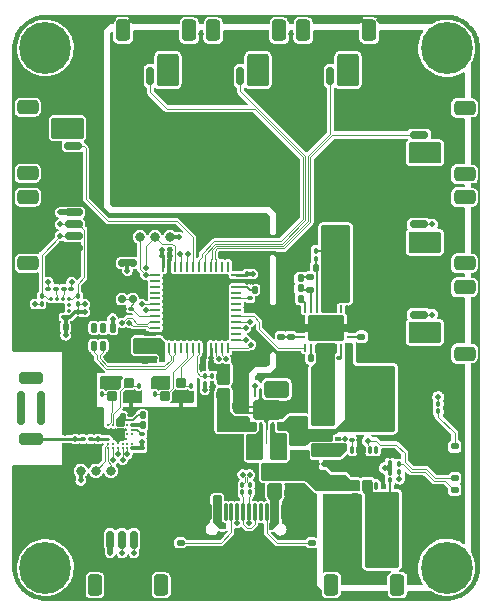
<source format=gbr>
G04 #@! TF.GenerationSoftware,KiCad,Pcbnew,(5.99.0-7554-g937713dbbc)*
G04 #@! TF.CreationDate,2020-12-16T08:12:25+03:00*
G04 #@! TF.ProjectId,BioniX,42696f6e-6958-42e6-9b69-6361645f7063,rev?*
G04 #@! TF.SameCoordinates,PX6422c40PY5a995c0*
G04 #@! TF.FileFunction,Copper,L1,Top*
G04 #@! TF.FilePolarity,Positive*
%FSLAX46Y46*%
G04 Gerber Fmt 4.6, Leading zero omitted, Abs format (unit mm)*
G04 Created by KiCad (PCBNEW (5.99.0-7554-g937713dbbc)) date 2020-12-16 08:12:25*
%MOMM*%
%LPD*%
G01*
G04 APERTURE LIST*
G04 Aperture macros list*
%AMRoundRect*
0 Rectangle with rounded corners*
0 $1 Rounding radius*
0 $2 $3 $4 $5 $6 $7 $8 $9 X,Y pos of 4 corners*
0 Add a 4 corners polygon primitive as box body*
4,1,4,$2,$3,$4,$5,$6,$7,$8,$9,$2,$3,0*
0 Add four circle primitives for the rounded corners*
1,1,$1+$1,$2,$3,0*
1,1,$1+$1,$4,$5,0*
1,1,$1+$1,$6,$7,0*
1,1,$1+$1,$8,$9,0*
0 Add four rect primitives between the rounded corners*
20,1,$1+$1,$2,$3,$4,$5,0*
20,1,$1+$1,$4,$5,$6,$7,0*
20,1,$1+$1,$6,$7,$8,$9,0*
20,1,$1+$1,$8,$9,$2,$3,0*%
G04 Aperture macros list end*
G04 #@! TA.AperFunction,SMDPad,CuDef*
%ADD10RoundRect,0.100000X-0.100000X0.130000X-0.100000X-0.130000X0.100000X-0.130000X0.100000X0.130000X0*%
G04 #@! TD*
G04 #@! TA.AperFunction,SMDPad,CuDef*
%ADD11RoundRect,0.249600X-0.350400X-0.650400X0.350400X-0.650400X0.350400X0.650400X-0.350400X0.650400X0*%
G04 #@! TD*
G04 #@! TA.AperFunction,SMDPad,CuDef*
%ADD12RoundRect,0.150000X-0.150000X-0.625000X0.150000X-0.625000X0.150000X0.625000X-0.150000X0.625000X0*%
G04 #@! TD*
G04 #@! TA.AperFunction,SMDPad,CuDef*
%ADD13RoundRect,0.140000X-0.140000X-0.170000X0.140000X-0.170000X0.140000X0.170000X-0.140000X0.170000X0*%
G04 #@! TD*
G04 #@! TA.AperFunction,SMDPad,CuDef*
%ADD14RoundRect,0.225000X0.250000X-0.225000X0.250000X0.225000X-0.250000X0.225000X-0.250000X-0.225000X0*%
G04 #@! TD*
G04 #@! TA.AperFunction,SMDPad,CuDef*
%ADD15RoundRect,0.062500X0.062500X-0.375000X0.062500X0.375000X-0.062500X0.375000X-0.062500X-0.375000X0*%
G04 #@! TD*
G04 #@! TA.AperFunction,SMDPad,CuDef*
%ADD16RoundRect,0.062500X0.375000X-0.062500X0.375000X0.062500X-0.375000X0.062500X-0.375000X-0.062500X0*%
G04 #@! TD*
G04 #@! TA.AperFunction,SMDPad,CuDef*
%ADD17RoundRect,0.392000X2.408000X-2.408000X2.408000X2.408000X-2.408000X2.408000X-2.408000X-2.408000X0*%
G04 #@! TD*
G04 #@! TA.AperFunction,ComponentPad*
%ADD18C,0.500000*%
G04 #@! TD*
G04 #@! TA.AperFunction,SMDPad,CuDef*
%ADD19RoundRect,0.135000X-0.185000X0.135000X-0.185000X-0.135000X0.185000X-0.135000X0.185000X0.135000X0*%
G04 #@! TD*
G04 #@! TA.AperFunction,SMDPad,CuDef*
%ADD20RoundRect,0.100000X0.130000X0.100000X-0.130000X0.100000X-0.130000X-0.100000X0.130000X-0.100000X0*%
G04 #@! TD*
G04 #@! TA.AperFunction,SMDPad,CuDef*
%ADD21RoundRect,0.100000X0.100000X-0.130000X0.100000X0.130000X-0.100000X0.130000X-0.100000X-0.130000X0*%
G04 #@! TD*
G04 #@! TA.AperFunction,SMDPad,CuDef*
%ADD22RoundRect,0.160000X0.290000X0.240000X-0.290000X0.240000X-0.290000X-0.240000X0.290000X-0.240000X0*%
G04 #@! TD*
G04 #@! TA.AperFunction,SMDPad,CuDef*
%ADD23RoundRect,0.100000X-0.130000X-0.100000X0.130000X-0.100000X0.130000X0.100000X-0.130000X0.100000X0*%
G04 #@! TD*
G04 #@! TA.AperFunction,SMDPad,CuDef*
%ADD24RoundRect,0.140000X0.140000X0.170000X-0.140000X0.170000X-0.140000X-0.170000X0.140000X-0.170000X0*%
G04 #@! TD*
G04 #@! TA.AperFunction,SMDPad,CuDef*
%ADD25RoundRect,0.048000X0.072000X-0.252000X0.072000X0.252000X-0.072000X0.252000X-0.072000X-0.252000X0*%
G04 #@! TD*
G04 #@! TA.AperFunction,SMDPad,CuDef*
%ADD26RoundRect,0.048000X0.252000X0.072000X-0.252000X0.072000X-0.252000X-0.072000X0.252000X-0.072000X0*%
G04 #@! TD*
G04 #@! TA.AperFunction,SMDPad,CuDef*
%ADD27RoundRect,0.247500X0.952500X-0.577500X0.952500X0.577500X-0.952500X0.577500X-0.952500X-0.577500X0*%
G04 #@! TD*
G04 #@! TA.AperFunction,SMDPad,CuDef*
%ADD28C,0.257000*%
G04 #@! TD*
G04 #@! TA.AperFunction,SMDPad,CuDef*
%ADD29RoundRect,0.135000X0.185000X-0.135000X0.185000X0.135000X-0.185000X0.135000X-0.185000X-0.135000X0*%
G04 #@! TD*
G04 #@! TA.AperFunction,SMDPad,CuDef*
%ADD30RoundRect,0.147500X0.172500X-0.147500X0.172500X0.147500X-0.172500X0.147500X-0.172500X-0.147500X0*%
G04 #@! TD*
G04 #@! TA.AperFunction,SMDPad,CuDef*
%ADD31RoundRect,0.249600X0.350400X0.650400X-0.350400X0.650400X-0.350400X-0.650400X0.350400X-0.650400X0*%
G04 #@! TD*
G04 #@! TA.AperFunction,SMDPad,CuDef*
%ADD32RoundRect,0.150000X0.150000X0.625000X-0.150000X0.625000X-0.150000X-0.625000X0.150000X-0.625000X0*%
G04 #@! TD*
G04 #@! TA.AperFunction,SMDPad,CuDef*
%ADD33RoundRect,0.140000X0.170000X-0.140000X0.170000X0.140000X-0.170000X0.140000X-0.170000X-0.140000X0*%
G04 #@! TD*
G04 #@! TA.AperFunction,SMDPad,CuDef*
%ADD34RoundRect,0.080000X0.170000X0.120000X-0.170000X0.120000X-0.170000X-0.120000X0.170000X-0.120000X0*%
G04 #@! TD*
G04 #@! TA.AperFunction,SMDPad,CuDef*
%ADD35RoundRect,0.190000X0.385000X0.285000X-0.385000X0.285000X-0.385000X-0.285000X0.385000X-0.285000X0*%
G04 #@! TD*
G04 #@! TA.AperFunction,SMDPad,CuDef*
%ADD36RoundRect,0.096000X0.304000X0.144000X-0.304000X0.144000X-0.304000X-0.144000X0.304000X-0.144000X0*%
G04 #@! TD*
G04 #@! TA.AperFunction,SMDPad,CuDef*
%ADD37RoundRect,0.250000X-0.325000X-1.100000X0.325000X-1.100000X0.325000X1.100000X-0.325000X1.100000X0*%
G04 #@! TD*
G04 #@! TA.AperFunction,SMDPad,CuDef*
%ADD38RoundRect,0.140000X-0.170000X0.140000X-0.170000X-0.140000X0.170000X-0.140000X0.170000X0.140000X0*%
G04 #@! TD*
G04 #@! TA.AperFunction,SMDPad,CuDef*
%ADD39RoundRect,0.060000X0.090000X-0.265000X0.090000X0.265000X-0.090000X0.265000X-0.090000X-0.265000X0*%
G04 #@! TD*
G04 #@! TA.AperFunction,SMDPad,CuDef*
%ADD40RoundRect,0.232500X1.007500X-0.542500X1.007500X0.542500X-1.007500X0.542500X-1.007500X-0.542500X0*%
G04 #@! TD*
G04 #@! TA.AperFunction,SMDPad,CuDef*
%ADD41RoundRect,0.150000X-0.150000X-0.575000X0.150000X-0.575000X0.150000X0.575000X-0.150000X0.575000X0*%
G04 #@! TD*
G04 #@! TA.AperFunction,SMDPad,CuDef*
%ADD42RoundRect,0.075000X-0.075000X-0.650000X0.075000X-0.650000X0.075000X0.650000X-0.075000X0.650000X0*%
G04 #@! TD*
G04 #@! TA.AperFunction,ComponentPad*
%ADD43O,1.000000X2.100000*%
G04 #@! TD*
G04 #@! TA.AperFunction,ComponentPad*
%ADD44O,1.000000X1.600000*%
G04 #@! TD*
G04 #@! TA.AperFunction,SMDPad,CuDef*
%ADD45RoundRect,0.249600X-0.650400X0.350400X-0.650400X-0.350400X0.650400X-0.350400X0.650400X0.350400X0*%
G04 #@! TD*
G04 #@! TA.AperFunction,SMDPad,CuDef*
%ADD46RoundRect,0.150000X-0.625000X0.150000X-0.625000X-0.150000X0.625000X-0.150000X0.625000X0.150000X0*%
G04 #@! TD*
G04 #@! TA.AperFunction,SMDPad,CuDef*
%ADD47RoundRect,0.147500X-0.172500X0.147500X-0.172500X-0.147500X0.172500X-0.147500X0.172500X0.147500X0*%
G04 #@! TD*
G04 #@! TA.AperFunction,SMDPad,CuDef*
%ADD48RoundRect,0.180000X0.420000X2.170000X-0.420000X2.170000X-0.420000X-2.170000X0.420000X-2.170000X0*%
G04 #@! TD*
G04 #@! TA.AperFunction,SMDPad,CuDef*
%ADD49RoundRect,0.150000X0.150000X-0.150000X0.150000X0.150000X-0.150000X0.150000X-0.150000X-0.150000X0*%
G04 #@! TD*
G04 #@! TA.AperFunction,SMDPad,CuDef*
%ADD50RoundRect,0.249600X0.650400X-0.350400X0.650400X0.350400X-0.650400X0.350400X-0.650400X-0.350400X0*%
G04 #@! TD*
G04 #@! TA.AperFunction,SMDPad,CuDef*
%ADD51RoundRect,0.150000X0.625000X-0.150000X0.625000X0.150000X-0.625000X0.150000X-0.625000X-0.150000X0*%
G04 #@! TD*
G04 #@! TA.AperFunction,SMDPad,CuDef*
%ADD52RoundRect,0.135000X0.135000X0.185000X-0.135000X0.185000X-0.135000X-0.185000X0.135000X-0.185000X0*%
G04 #@! TD*
G04 #@! TA.AperFunction,ComponentPad*
%ADD53C,0.700000*%
G04 #@! TD*
G04 #@! TA.AperFunction,ComponentPad*
%ADD54C,4.400000*%
G04 #@! TD*
G04 #@! TA.AperFunction,SMDPad,CuDef*
%ADD55RoundRect,0.218750X0.256250X-0.218750X0.256250X0.218750X-0.256250X0.218750X-0.256250X-0.218750X0*%
G04 #@! TD*
G04 #@! TA.AperFunction,SMDPad,CuDef*
%ADD56RoundRect,0.187500X0.187500X-0.187500X0.187500X0.187500X-0.187500X0.187500X-0.187500X-0.187500X0*%
G04 #@! TD*
G04 #@! TA.AperFunction,SMDPad,CuDef*
%ADD57RoundRect,0.150000X0.225000X-0.150000X0.225000X0.150000X-0.225000X0.150000X-0.225000X-0.150000X0*%
G04 #@! TD*
G04 #@! TA.AperFunction,SMDPad,CuDef*
%ADD58RoundRect,0.250000X-0.475000X0.250000X-0.475000X-0.250000X0.475000X-0.250000X0.475000X0.250000X0*%
G04 #@! TD*
G04 #@! TA.AperFunction,SMDPad,CuDef*
%ADD59RoundRect,0.250000X-0.325000X-0.650000X0.325000X-0.650000X0.325000X0.650000X-0.325000X0.650000X0*%
G04 #@! TD*
G04 #@! TA.AperFunction,SMDPad,CuDef*
%ADD60RoundRect,0.225000X0.225000X0.250000X-0.225000X0.250000X-0.225000X-0.250000X0.225000X-0.250000X0*%
G04 #@! TD*
G04 #@! TA.AperFunction,SMDPad,CuDef*
%ADD61C,0.800000*%
G04 #@! TD*
G04 #@! TA.AperFunction,SMDPad,CuDef*
%ADD62RoundRect,0.250000X0.375000X0.850000X-0.375000X0.850000X-0.375000X-0.850000X0.375000X-0.850000X0*%
G04 #@! TD*
G04 #@! TA.AperFunction,SMDPad,CuDef*
%ADD63RoundRect,0.080000X-0.080000X0.080000X-0.080000X-0.080000X0.080000X-0.080000X0.080000X0.080000X0*%
G04 #@! TD*
G04 #@! TA.AperFunction,SMDPad,CuDef*
%ADD64RoundRect,0.080000X-0.080000X-0.080000X0.080000X-0.080000X0.080000X0.080000X-0.080000X0.080000X0*%
G04 #@! TD*
G04 #@! TA.AperFunction,SMDPad,CuDef*
%ADD65RoundRect,0.218750X-0.256250X0.218750X-0.256250X-0.218750X0.256250X-0.218750X0.256250X0.218750X0*%
G04 #@! TD*
G04 #@! TA.AperFunction,SMDPad,CuDef*
%ADD66RoundRect,0.250000X-0.750000X0.250000X-0.750000X-0.250000X0.750000X-0.250000X0.750000X0.250000X0*%
G04 #@! TD*
G04 #@! TA.AperFunction,SMDPad,CuDef*
%ADD67RoundRect,0.175000X-0.175000X-1.225000X0.175000X-1.225000X0.175000X1.225000X-0.175000X1.225000X0*%
G04 #@! TD*
G04 #@! TA.AperFunction,SMDPad,CuDef*
%ADD68RoundRect,0.050400X0.249600X-0.069600X0.249600X0.069600X-0.249600X0.069600X-0.249600X-0.069600X0*%
G04 #@! TD*
G04 #@! TA.AperFunction,SMDPad,CuDef*
%ADD69RoundRect,0.050400X0.069600X-0.249600X0.069600X0.249600X-0.069600X0.249600X-0.069600X-0.249600X0*%
G04 #@! TD*
G04 #@! TA.AperFunction,SMDPad,CuDef*
%ADD70RoundRect,0.050000X0.250000X-0.050000X0.250000X0.050000X-0.250000X0.050000X-0.250000X-0.050000X0*%
G04 #@! TD*
G04 #@! TA.AperFunction,SMDPad,CuDef*
%ADD71RoundRect,0.105000X0.245000X0.270000X-0.245000X0.270000X-0.245000X-0.270000X0.245000X-0.270000X0*%
G04 #@! TD*
G04 #@! TA.AperFunction,SMDPad,CuDef*
%ADD72RoundRect,0.220000X1.330000X-0.880000X1.330000X0.880000X-1.330000X0.880000X-1.330000X-0.880000X0*%
G04 #@! TD*
G04 #@! TA.AperFunction,SMDPad,CuDef*
%ADD73RoundRect,0.125000X0.125000X-0.275000X0.125000X0.275000X-0.125000X0.275000X-0.125000X-0.275000X0*%
G04 #@! TD*
G04 #@! TA.AperFunction,ViaPad*
%ADD74C,0.500000*%
G04 #@! TD*
G04 #@! TA.AperFunction,Conductor*
%ADD75C,0.100000*%
G04 #@! TD*
G04 #@! TA.AperFunction,Conductor*
%ADD76C,0.300000*%
G04 #@! TD*
G04 #@! TA.AperFunction,Conductor*
%ADD77C,0.200000*%
G04 #@! TD*
G04 #@! TA.AperFunction,Conductor*
%ADD78C,0.250000*%
G04 #@! TD*
G04 #@! TA.AperFunction,Conductor*
%ADD79C,0.500000*%
G04 #@! TD*
G04 #@! TA.AperFunction,Conductor*
%ADD80C,0.293370*%
G04 #@! TD*
G04 #@! TA.AperFunction,Conductor*
%ADD81C,0.150000*%
G04 #@! TD*
G04 #@! TA.AperFunction,Conductor*
%ADD82C,0.110000*%
G04 #@! TD*
G04 APERTURE END LIST*
D10*
G04 #@! TO.P,R53,1*
G04 #@! TO.N,6V*
X25900000Y29810000D03*
G04 #@! TO.P,R53,2*
G04 #@! TO.N,Net-(R53-Pad2)*
X25900000Y29170000D03*
G04 #@! TD*
D11*
G04 #@! TO.P,J3,*
G04 #@! TO.N,*
X32800000Y1505000D03*
X27200000Y1505000D03*
D12*
G04 #@! TO.P,J3,1,BAT-*
G04 #@! TO.N,GND*
X28500000Y5380000D03*
G04 #@! TO.P,J3,2,BAT-*
X29500000Y5380000D03*
G04 #@! TO.P,J3,3,BAT+*
G04 #@! TO.N,VBAT*
X30500000Y5380000D03*
G04 #@! TO.P,J3,4,BAT+*
X31500000Y5380000D03*
G04 #@! TD*
D13*
G04 #@! TO.P,C53,1*
G04 #@! TO.N,VBUS*
X28650000Y20780000D03*
G04 #@! TO.P,C53,2*
G04 #@! TO.N,GND*
X29610000Y20780000D03*
G04 #@! TD*
D14*
G04 #@! TO.P,C40,1*
G04 #@! TO.N,VBUS*
X24105000Y15130000D03*
G04 #@! TO.P,C40,2*
G04 #@! TO.N,GND*
X24105000Y16680000D03*
G04 #@! TD*
D15*
G04 #@! TO.P,U1,1,VBAT*
G04 #@! TO.N,3.3V*
X12980000Y21602500D03*
G04 #@! TO.P,U1,2,PC13*
G04 #@! TO.N,CKI*
X13480000Y21602500D03*
G04 #@! TO.P,U1,3,PC14*
G04 #@! TO.N,SDI*
X13980000Y21602500D03*
G04 #@! TO.P,U1,4,PC15*
G04 #@! TO.N,no_connect_99*
X14480000Y21602500D03*
G04 #@! TO.P,U1,5,OSC-IN/PH0*
G04 #@! TO.N,Net-(C19-Pad1)*
X14980000Y21602500D03*
G04 #@! TO.P,U1,6,OSC-OUT/PH1*
G04 #@! TO.N,Net-(C110-Pad1)*
X15480000Y21602500D03*
G04 #@! TO.P,U1,7,NRST*
G04 #@! TO.N,NRST*
X15980000Y21602500D03*
G04 #@! TO.P,U1,8,VSSA*
G04 #@! TO.N,GND*
X16480000Y21602500D03*
G04 #@! TO.P,U1,9,VDDA*
G04 #@! TO.N,+3.3VA*
X16980000Y21602500D03*
G04 #@! TO.P,U1,10,PA0*
G04 #@! TO.N,EMG_1*
X17480000Y21602500D03*
G04 #@! TO.P,U1,11,PA1*
G04 #@! TO.N,EMG_2*
X17980000Y21602500D03*
G04 #@! TO.P,U1,12,PA2*
G04 #@! TO.N,BAT_STAT*
X18480000Y21602500D03*
D16*
G04 #@! TO.P,U1,13,PA3*
G04 #@! TO.N,BAT_VOLT*
X19167500Y22290000D03*
G04 #@! TO.P,U1,14,PA4*
G04 #@! TO.N,no_connect_92*
X19167500Y22790000D03*
G04 #@! TO.P,U1,15,PA5*
G04 #@! TO.N,SERVO_X*
X19167500Y23290000D03*
G04 #@! TO.P,U1,16,PA6*
G04 #@! TO.N,SERVO_Y*
X19167500Y23790000D03*
G04 #@! TO.P,U1,17,PA7*
G04 #@! TO.N,BOOST_EN*
X19167500Y24290000D03*
G04 #@! TO.P,U1,18,PB0*
G04 #@! TO.N,no_connect_93*
X19167500Y24790000D03*
G04 #@! TO.P,U1,19,PB1*
G04 #@! TO.N,no_connect_94*
X19167500Y25290000D03*
G04 #@! TO.P,U1,20,PB2*
G04 #@! TO.N,Net-(R11-Pad2)*
X19167500Y25790000D03*
G04 #@! TO.P,U1,21,PB10*
G04 #@! TO.N,no_connect_95*
X19167500Y26290000D03*
G04 #@! TO.P,U1,22,VCAP1*
G04 #@! TO.N,Net-(C17-Pad1)*
X19167500Y26790000D03*
G04 #@! TO.P,U1,23,VSS*
G04 #@! TO.N,GND*
X19167500Y27290000D03*
G04 #@! TO.P,U1,24,VDD*
G04 #@! TO.N,3.3V*
X19167500Y27790000D03*
D15*
G04 #@! TO.P,U1,25,PB12*
G04 #@! TO.N,no_connect_96*
X18480000Y28477500D03*
G04 #@! TO.P,U1,26,PB13*
G04 #@! TO.N,no_connect_97*
X17980000Y28477500D03*
G04 #@! TO.P,U1,27,PB14*
G04 #@! TO.N,SERVO_5*
X17480000Y28477500D03*
G04 #@! TO.P,U1,28,PB15*
G04 #@! TO.N,SERVO_4*
X16980000Y28477500D03*
G04 #@! TO.P,U1,29,PA8*
G04 #@! TO.N,SERVO_3*
X16480000Y28477500D03*
G04 #@! TO.P,U1,30,PA9*
G04 #@! TO.N,SERVO_2*
X15980000Y28477500D03*
G04 #@! TO.P,U1,31,PA10*
G04 #@! TO.N,SERVO_1*
X15480000Y28477500D03*
G04 #@! TO.P,U1,32,PA11*
G04 #@! TO.N,D-*
X14980000Y28477500D03*
G04 #@! TO.P,U1,33,PA12*
G04 #@! TO.N,D+*
X14480000Y28477500D03*
G04 #@! TO.P,U1,34,PA13*
G04 #@! TO.N,BT_1*
X13980000Y28477500D03*
G04 #@! TO.P,U1,35,VSS*
G04 #@! TO.N,GND*
X13480000Y28477500D03*
G04 #@! TO.P,U1,36,VDD*
G04 #@! TO.N,3.3V*
X12980000Y28477500D03*
D16*
G04 #@! TO.P,U1,37,PA14*
G04 #@! TO.N,BT_2*
X12292500Y27790000D03*
G04 #@! TO.P,U1,38,PA15*
G04 #@! TO.N,nSLEEP*
X12292500Y27290000D03*
G04 #@! TO.P,U1,39,PB3*
G04 #@! TO.N,no_connect_98*
X12292500Y26790000D03*
G04 #@! TO.P,U1,40,PB4*
G04 #@! TO.N,no_connect_100*
X12292500Y26290000D03*
G04 #@! TO.P,U1,41,PB5*
G04 #@! TO.N,no_connect_101*
X12292500Y25790000D03*
G04 #@! TO.P,U1,42,PB6*
G04 #@! TO.N,BT_RX*
X12292500Y25290000D03*
G04 #@! TO.P,U1,43,PB7*
G04 #@! TO.N,BT_TX*
X12292500Y24790000D03*
G04 #@! TO.P,U1,44,BOOT0*
G04 #@! TO.N,BOOT0*
X12292500Y24290000D03*
G04 #@! TO.P,U1,45,PB8*
G04 #@! TO.N,SCL*
X12292500Y23790000D03*
G04 #@! TO.P,U1,46,PB9*
G04 #@! TO.N,SDA*
X12292500Y23290000D03*
G04 #@! TO.P,U1,47,VSS*
G04 #@! TO.N,GND*
X12292500Y22790000D03*
G04 #@! TO.P,U1,48,VDD*
G04 #@! TO.N,3.3V*
X12292500Y22290000D03*
D17*
G04 #@! TO.P,U1,49,VSS*
G04 #@! TO.N,GND*
X15730000Y25040000D03*
D18*
X13730000Y24040000D03*
X17730000Y26040000D03*
X13730000Y23040000D03*
X16730000Y27040000D03*
X14730000Y23040000D03*
X17730000Y27040000D03*
G04 #@! TD*
D19*
G04 #@! TO.P,R3,1*
G04 #@! TO.N,Net-(J1-PadA5)*
X14450000Y5110000D03*
G04 #@! TO.P,R3,2*
G04 #@! TO.N,GND*
X14450000Y4090000D03*
G04 #@! TD*
D20*
G04 #@! TO.P,R11,1*
G04 #@! TO.N,GND*
X20970000Y25790000D03*
G04 #@! TO.P,R11,2*
G04 #@! TO.N,Net-(R11-Pad2)*
X20330000Y25790000D03*
G04 #@! TD*
D10*
G04 #@! TO.P,R62,1*
G04 #@! TO.N,SDA*
X5775000Y25971250D03*
G04 #@! TO.P,R62,2*
G04 #@! TO.N,3.3V*
X5775000Y25331250D03*
G04 #@! TD*
D20*
G04 #@! TO.P,R31,1*
G04 #@! TO.N,GND*
X29570000Y13770000D03*
G04 #@! TO.P,R31,2*
G04 #@! TO.N,Net-(R31-Pad2)*
X28930000Y13770000D03*
G04 #@! TD*
D21*
G04 #@! TO.P,C26,1*
G04 #@! TO.N,Net-(ANT1-Pad1)*
X5530000Y13890000D03*
G04 #@! TO.P,C26,2*
G04 #@! TO.N,GND*
X5530000Y14530000D03*
G04 #@! TD*
D20*
G04 #@! TO.P,R60,1*
G04 #@! TO.N,Net-(R60-Pad1)*
X3885000Y26631250D03*
G04 #@! TO.P,R60,2*
G04 #@! TO.N,3.3V*
X3245000Y26631250D03*
G04 #@! TD*
D22*
G04 #@! TO.P,Y2,1,1*
G04 #@! TO.N,Net-(C21-Pad2)*
X10040000Y18600000D03*
G04 #@! TO.P,Y2,2*
G04 #@! TO.N,GND*
X8640000Y18600000D03*
G04 #@! TO.P,Y2,3,3*
G04 #@! TO.N,Net-(C20-Pad2)*
X8640000Y17500000D03*
G04 #@! TO.P,Y2,4*
G04 #@! TO.N,GND*
X10040000Y17500000D03*
G04 #@! TD*
D23*
G04 #@! TO.P,R10,1*
G04 #@! TO.N,GND*
X9620000Y24940000D03*
G04 #@! TO.P,R10,2*
G04 #@! TO.N,BOOT0*
X10260000Y24940000D03*
G04 #@! TD*
D24*
G04 #@! TO.P,C57,1*
G04 #@! TO.N,Net-(C57-Pad1)*
X24600000Y27490000D03*
G04 #@! TO.P,C57,2*
G04 #@! TO.N,GND*
X23640000Y27490000D03*
G04 #@! TD*
D25*
G04 #@! TO.P,U4,1,VOUT*
G04 #@! TO.N,3.3V*
X20730000Y14970000D03*
G04 #@! TO.P,U4,2,L2*
G04 #@! TO.N,Net-(L4-Pad2)*
X21230000Y14970000D03*
G04 #@! TO.P,U4,3,PGND*
G04 #@! TO.N,GND*
X21730000Y14970000D03*
G04 #@! TO.P,U4,4,L1*
G04 #@! TO.N,Net-(L4-Pad1)*
X22230000Y14970000D03*
G04 #@! TO.P,U4,5,VIN*
G04 #@! TO.N,VBUS*
X22730000Y14970000D03*
G04 #@! TO.P,U4,6,EN*
X22730000Y17770000D03*
G04 #@! TO.P,U4,7,PS/SYNC*
X22230000Y17770000D03*
G04 #@! TO.P,U4,8,VINA*
X21730000Y17770000D03*
G04 #@! TO.P,U4,9,GND*
G04 #@! TO.N,GND*
X21230000Y17770000D03*
G04 #@! TO.P,U4,10,FB*
G04 #@! TO.N,3.3V*
X20730000Y17770000D03*
D18*
G04 #@! TO.P,U4,11,PGND*
G04 #@! TO.N,GND*
X21730000Y16370000D03*
D26*
X20330000Y16120000D03*
X23130000Y16620000D03*
D18*
X22430000Y15970000D03*
X21030000Y15970000D03*
X21030000Y16770000D03*
D26*
X20330000Y16620000D03*
X23130000Y16120000D03*
D27*
X21730000Y16370000D03*
D18*
X22430000Y16770000D03*
G04 #@! TD*
D24*
G04 #@! TO.P,C60,1*
G04 #@! TO.N,3.3V*
X4705000Y23341250D03*
G04 #@! TO.P,C60,2*
G04 #@! TO.N,GND*
X3745000Y23341250D03*
G04 #@! TD*
D28*
G04 #@! TO.P,U2,A1,XC1*
G04 #@! TO.N,Net-(C20-Pad2)*
X8340000Y15090000D03*
G04 #@! TO.P,U2,A2,XC2*
G04 #@! TO.N,Net-(C21-Pad2)*
X8740000Y15090000D03*
G04 #@! TO.P,U2,A3,DEC2*
G04 #@! TO.N,Net-(C23-Pad1)*
X9140000Y15090000D03*
G04 #@! TO.P,U2,A4,DEC4*
X9540000Y15090000D03*
G04 #@! TO.P,U2,A5,DCC*
G04 #@! TO.N,no_connect_102*
X9940000Y15090000D03*
G04 #@! TO.P,U2,A6,VDD*
G04 #@! TO.N,3.3V*
X10340000Y15090000D03*
G04 #@! TO.P,U2,B3,VSS*
G04 #@! TO.N,GND*
X9140000Y14690000D03*
G04 #@! TO.P,U2,B4,VSS*
X9540000Y14690000D03*
G04 #@! TO.P,U2,B6,DEC1*
G04 #@! TO.N,Net-(C22-Pad1)*
X10340000Y14690000D03*
G04 #@! TO.P,U2,C1,VSS*
G04 #@! TO.N,GND*
X8340000Y14490000D03*
G04 #@! TO.P,U2,D3,VSS*
X9140000Y14290000D03*
G04 #@! TO.P,U2,D4,VSS*
X9540000Y14290000D03*
G04 #@! TO.P,U2,D5,P0.01/XL2*
G04 #@! TO.N,no_connect_103*
X9940000Y14290000D03*
G04 #@! TO.P,U2,D6,P0.00/XL1*
G04 #@! TO.N,no_connect_104*
X10340000Y14290000D03*
G04 #@! TO.P,U2,E1,ANT*
G04 #@! TO.N,Net-(C25-Pad1)*
X8340000Y13890000D03*
G04 #@! TO.P,U2,E3,VSS*
G04 #@! TO.N,GND*
X9140000Y13890000D03*
G04 #@! TO.P,U2,E4,VSS*
X9540000Y13890000D03*
G04 #@! TO.P,U2,F1,SWDIO*
G04 #@! TO.N,BT_SWDIO*
X8340000Y13490000D03*
G04 #@! TO.P,U2,F2,P0.20*
G04 #@! TO.N,no_connect_105*
X8740000Y13490000D03*
G04 #@! TO.P,U2,F4,P0.14*
G04 #@! TO.N,no_connect_106*
X9540000Y13490000D03*
G04 #@! TO.P,U2,F5,P0.04/AIN2*
G04 #@! TO.N,no_connect_107*
X9940000Y13490000D03*
G04 #@! TO.P,U2,F6,P0.05/AIN3*
G04 #@! TO.N,no_connect_108*
X10340000Y13490000D03*
G04 #@! TO.P,U2,G1,SWCLK*
G04 #@! TO.N,BT_SWCLK*
X8340000Y13090000D03*
G04 #@! TO.P,U2,G2,P0.21/NRESET*
G04 #@! TO.N,BT_1*
X8740000Y13090000D03*
G04 #@! TO.P,U2,G3,P0.18*
G04 #@! TO.N,BT_2*
X9140000Y13090000D03*
G04 #@! TO.P,U2,G4,P0.16*
G04 #@! TO.N,BT_TX*
X9540000Y13090000D03*
G04 #@! TO.P,U2,G5,P0.12*
G04 #@! TO.N,BT_RX*
X9940000Y13090000D03*
G04 #@! TO.P,U2,G6,VDD*
G04 #@! TO.N,3.3V*
X10340000Y13090000D03*
G04 #@! TD*
D29*
G04 #@! TO.P,R52,1*
G04 #@! TO.N,Net-(C58-Pad1)*
X25430000Y26550000D03*
G04 #@! TO.P,R52,2*
G04 #@! TO.N,Net-(C57-Pad1)*
X25430000Y27570000D03*
G04 #@! TD*
D24*
G04 #@! TO.P,C58,1*
G04 #@! TO.N,Net-(C58-Pad1)*
X24600000Y26640000D03*
G04 #@! TO.P,C58,2*
G04 #@! TO.N,GND*
X23640000Y26640000D03*
G04 #@! TD*
D30*
G04 #@! TO.P,D50,1,K*
G04 #@! TO.N,GND*
X37660000Y12295000D03*
G04 #@! TO.P,D50,2,A*
G04 #@! TO.N,Net-(D50-Pad2)*
X37660000Y13265000D03*
G04 #@! TD*
D31*
G04 #@! TO.P,J11,*
G04 #@! TO.N,*
X15170000Y48502843D03*
X9570000Y48502843D03*
D32*
G04 #@! TO.P,J11,1,Pin_1*
G04 #@! TO.N,6V*
X13870000Y44627843D03*
G04 #@! TO.P,J11,2,Pin_2*
X12870000Y44627843D03*
G04 #@! TO.P,J11,3,Pin_3*
G04 #@! TO.N,SERVO_2*
X11870000Y44627843D03*
G04 #@! TO.P,J11,4,Pin_4*
G04 #@! TO.N,GND*
X10870000Y44627843D03*
G04 #@! TD*
D33*
G04 #@! TO.P,C55,1*
G04 #@! TO.N,Net-(C54-Pad1)*
X22940000Y22530000D03*
G04 #@! TO.P,C55,2*
G04 #@! TO.N,GND*
X22940000Y23490000D03*
G04 #@! TD*
D20*
G04 #@! TO.P,R5,1*
G04 #@! TO.N,GND*
X26600000Y11770000D03*
G04 #@! TO.P,R5,2*
G04 #@! TO.N,VUSB*
X25960000Y11770000D03*
G04 #@! TD*
D34*
G04 #@! TO.P,Q1,1,D*
G04 #@! TO.N,VBAT*
X27750000Y12580000D03*
G04 #@! TO.P,Q1,2,D*
X27750000Y13230000D03*
G04 #@! TO.P,Q1,3,G*
G04 #@! TO.N,VUSB*
X27750000Y13880000D03*
G04 #@! TO.P,Q1,4,S*
G04 #@! TO.N,VBUS*
X25790000Y13880000D03*
G04 #@! TO.P,Q1,5,D*
G04 #@! TO.N,VBAT*
X25790000Y13230000D03*
G04 #@! TO.P,Q1,6,D*
X25790000Y12580000D03*
D35*
G04 #@! TO.P,Q1,7,D*
X26770000Y12905000D03*
D36*
G04 #@! TO.P,Q1,8,S*
G04 #@! TO.N,VBUS*
X26770000Y13930000D03*
G04 #@! TD*
D37*
G04 #@! TO.P,C59,1*
G04 #@! TO.N,6V*
X26969999Y27000000D03*
G04 #@! TO.P,C59,2*
G04 #@! TO.N,GND*
X29919999Y27000000D03*
G04 #@! TD*
D10*
G04 #@! TO.P,C61,1*
G04 #@! TO.N,3.3V*
X5775000Y24651250D03*
G04 #@! TO.P,C61,2*
G04 #@! TO.N,GND*
X5775000Y24011250D03*
G04 #@! TD*
D38*
G04 #@! TO.P,C10,1*
G04 #@! TO.N,3.3V*
X11400000Y21470000D03*
G04 #@! TO.P,C10,2*
G04 #@! TO.N,GND*
X11400000Y20510000D03*
G04 #@! TD*
D39*
G04 #@! TO.P,U3,1,VDD*
G04 #@! TO.N,VUSB*
X29000000Y9890000D03*
G04 #@! TO.P,U3,2,VDD*
X29500000Y9890000D03*
G04 #@! TO.P,U3,3,VBAT*
G04 #@! TO.N,VBAT*
X30000000Y9890000D03*
G04 #@! TO.P,U3,4,VBAT*
X30500000Y9890000D03*
G04 #@! TO.P,U3,5,NC*
G04 #@! TO.N,no_connect_109*
X31000000Y9890000D03*
G04 #@! TO.P,U3,6,NC*
G04 #@! TO.N,no_connect_110*
X31000000Y12990000D03*
G04 #@! TO.P,U3,7,STAT*
G04 #@! TO.N,BAT_STAT*
X30500000Y12990000D03*
G04 #@! TO.P,U3,8,VSS*
G04 #@! TO.N,GND*
X30000000Y12990000D03*
G04 #@! TO.P,U3,9,VSS*
X29500000Y12990000D03*
G04 #@! TO.P,U3,10,PROG*
G04 #@! TO.N,Net-(R31-Pad2)*
X29000000Y12990000D03*
D18*
G04 #@! TO.P,U3,11,EP*
G04 #@! TO.N,GND*
X30800000Y11840000D03*
X30800000Y11040000D03*
X30000000Y11440000D03*
X29200000Y11040000D03*
D40*
X30000000Y11440000D03*
D18*
X29200000Y11840000D03*
G04 #@! TD*
D41*
G04 #@! TO.P,J1,A1,GND*
G04 #@! TO.N,GND*
X16750000Y7695000D03*
G04 #@! TO.P,J1,A4,VUSB*
G04 #@! TO.N,Net-(F1-Pad1)*
X17550000Y7695000D03*
D42*
G04 #@! TO.P,J1,A5,CC1*
G04 #@! TO.N,Net-(J1-PadA5)*
X18750000Y7695000D03*
G04 #@! TO.P,J1,A6,D+*
G04 #@! TO.N,Net-(J1-PadA6)*
X19750000Y7695000D03*
G04 #@! TO.P,J1,A7,D-*
G04 #@! TO.N,Net-(J1-PadA7)*
X20250000Y7695000D03*
G04 #@! TO.P,J1,A8,SBU1*
G04 #@! TO.N,no_connect_90*
X21250000Y7695000D03*
D41*
G04 #@! TO.P,J1,B1,GND*
G04 #@! TO.N,GND*
X23250000Y7695000D03*
G04 #@! TO.P,J1,B4,VUSB*
G04 #@! TO.N,Net-(F1-Pad1)*
X22450000Y7695000D03*
D42*
G04 #@! TO.P,J1,B5,CC2*
G04 #@! TO.N,Net-(J1-PadB5)*
X21750000Y7695000D03*
G04 #@! TO.P,J1,B6,D+*
G04 #@! TO.N,Net-(J1-PadA6)*
X20750000Y7695000D03*
G04 #@! TO.P,J1,B7,D-*
G04 #@! TO.N,Net-(J1-PadA7)*
X19250000Y7695000D03*
G04 #@! TO.P,J1,B8,SBU2*
G04 #@! TO.N,no_connect_91*
X18250000Y7695000D03*
D43*
G04 #@! TO.P,J1,S1,SHIELD*
G04 #@! TO.N,GND*
X15680000Y6780000D03*
X24320000Y6780000D03*
D44*
X15680000Y2600000D03*
X24320000Y2600000D03*
G04 #@! TD*
D45*
G04 #@! TO.P,J5,*
G04 #@! TO.N,*
X1505000Y28775000D03*
X1505000Y34375000D03*
D46*
G04 #@! TO.P,J5,1,VCC*
G04 #@! TO.N,3.3V*
X5380000Y33075000D03*
G04 #@! TO.P,J5,2,SDA*
G04 #@! TO.N,SDA*
X5380000Y32075000D03*
G04 #@! TO.P,J5,3,SCL*
G04 #@! TO.N,SCL*
X5380000Y31075000D03*
G04 #@! TO.P,J5,4,GND*
G04 #@! TO.N,GND*
X5380000Y30075000D03*
G04 #@! TD*
D23*
G04 #@! TO.P,C24,1*
G04 #@! TO.N,Net-(C23-Pad1)*
X9540000Y15900000D03*
G04 #@! TO.P,C24,2*
G04 #@! TO.N,GND*
X10180000Y15900000D03*
G04 #@! TD*
D47*
G04 #@! TO.P,D30,1,K*
G04 #@! TO.N,BAT_STAT*
X37660000Y10565000D03*
G04 #@! TO.P,D30,2,A*
G04 #@! TO.N,Net-(D30-Pad2)*
X37660000Y9595000D03*
G04 #@! TD*
D21*
G04 #@! TO.P,R1,1*
G04 #@! TO.N,Net-(J1-PadA7)*
X20330000Y9380000D03*
G04 #@! TO.P,R1,2*
G04 #@! TO.N,D-*
X20330000Y10020000D03*
G04 #@! TD*
D23*
G04 #@! TO.P,R61,1*
G04 #@! TO.N,Net-(R61-Pad1)*
X4565000Y26631250D03*
G04 #@! TO.P,R61,2*
G04 #@! TO.N,3.3V*
X5205000Y26631250D03*
G04 #@! TD*
G04 #@! TO.P,C13,1*
G04 #@! TO.N,3.3V*
X12910000Y29370000D03*
G04 #@! TO.P,C13,2*
G04 #@! TO.N,GND*
X13550000Y29370000D03*
G04 #@! TD*
D48*
G04 #@! TO.P,L5,1*
G04 #@! TO.N,VBUS*
X29445000Y17380000D03*
G04 #@! TO.P,L5,2*
G04 #@! TO.N,Net-(C52-Pad1)*
X26135000Y17380000D03*
G04 #@! TD*
D49*
G04 #@! TO.P,SW1,1,1*
G04 #@! TO.N,BOOT0*
X9490000Y25720000D03*
X10390000Y25720000D03*
G04 #@! TO.P,SW1,2,2*
G04 #@! TO.N,3.3V*
X10390000Y28820000D03*
X9490000Y28820000D03*
G04 #@! TD*
D50*
G04 #@! TO.P,J7,*
G04 #@! TO.N,*
X38505000Y34362843D03*
X38505000Y28762843D03*
D51*
G04 #@! TO.P,J7,1,Pin_1*
G04 #@! TO.N,6V*
X34630000Y30062843D03*
G04 #@! TO.P,J7,2,Pin_2*
X34630000Y31062843D03*
G04 #@! TO.P,J7,3,Pin_3*
G04 #@! TO.N,SERVO_Y*
X34630000Y32062843D03*
G04 #@! TO.P,J7,4,Pin_4*
G04 #@! TO.N,GND*
X34630000Y33062843D03*
G04 #@! TD*
D52*
G04 #@! TO.P,R51,1*
G04 #@! TO.N,Net-(R51-Pad1)*
X24630000Y25780000D03*
G04 #@! TO.P,R51,2*
G04 #@! TO.N,GND*
X23610000Y25780000D03*
G04 #@! TD*
D31*
G04 #@! TO.P,J13,*
G04 #@! TO.N,*
X24820000Y48502843D03*
X30420000Y48502843D03*
D32*
G04 #@! TO.P,J13,1,Pin_1*
G04 #@! TO.N,6V*
X29120000Y44627843D03*
G04 #@! TO.P,J13,2,Pin_2*
X28120000Y44627843D03*
G04 #@! TO.P,J13,3,Pin_3*
G04 #@! TO.N,SERVO_4*
X27120000Y44627843D03*
G04 #@! TO.P,J13,4,Pin_4*
G04 #@! TO.N,GND*
X26120000Y44627843D03*
G04 #@! TD*
D13*
G04 #@! TO.P,C27,1*
G04 #@! TO.N,3.3V*
X11240000Y15090000D03*
G04 #@! TO.P,C27,2*
G04 #@! TO.N,GND*
X12200000Y15090000D03*
G04 #@! TD*
D10*
G04 #@! TO.P,R33,1*
G04 #@! TO.N,GND*
X32180000Y12490000D03*
G04 #@! TO.P,R33,2*
G04 #@! TO.N,BAT_VOLT*
X32180000Y11850000D03*
G04 #@! TD*
G04 #@! TO.P,C12,1*
G04 #@! TO.N,3.3V*
X20060000Y27860000D03*
G04 #@! TO.P,C12,2*
G04 #@! TO.N,GND*
X20060000Y27220000D03*
G04 #@! TD*
D11*
G04 #@! TO.P,J4,*
G04 #@! TO.N,*
X12800000Y1505000D03*
X7200000Y1505000D03*
D12*
G04 #@! TO.P,J4,1,VCC*
G04 #@! TO.N,3.3V*
X8500000Y5380000D03*
G04 #@! TO.P,J4,2,SIG1*
G04 #@! TO.N,EMG_1*
X9500000Y5380000D03*
G04 #@! TO.P,J4,3,SIG2*
G04 #@! TO.N,EMG_2*
X10500000Y5380000D03*
G04 #@! TO.P,J4,4,GND*
G04 #@! TO.N,GND*
X11500000Y5380000D03*
G04 #@! TD*
D53*
G04 #@! TO.P,H4,*
G04 #@! TO.N,*
X38650000Y47000000D03*
X38166726Y48166726D03*
X35833274Y45833274D03*
X37000000Y45350000D03*
X38166726Y45833274D03*
D54*
X37000000Y47000000D03*
D53*
X35350000Y47000000D03*
X35833274Y48166726D03*
X37000000Y48650000D03*
G04 #@! TD*
D21*
G04 #@! TO.P,C25,1*
G04 #@! TO.N,Net-(C25-Pad1)*
X7470000Y13890000D03*
G04 #@! TO.P,C25,2*
G04 #@! TO.N,GND*
X7470000Y14530000D03*
G04 #@! TD*
D13*
G04 #@! TO.P,C23,1*
G04 #@! TO.N,Net-(C23-Pad1)*
X11240000Y15900000D03*
G04 #@! TO.P,C23,2*
G04 #@! TO.N,GND*
X12200000Y15900000D03*
G04 #@! TD*
D50*
G04 #@! TO.P,J6,*
G04 #@! TO.N,*
X38505000Y21130000D03*
X38505000Y26730000D03*
D51*
G04 #@! TO.P,J6,1,Pin_1*
G04 #@! TO.N,6V*
X34630000Y22430000D03*
G04 #@! TO.P,J6,2,Pin_2*
X34630000Y23430000D03*
G04 #@! TO.P,J6,3,Pin_3*
G04 #@! TO.N,SERVO_X*
X34630000Y24430000D03*
G04 #@! TO.P,J6,4,Pin_4*
G04 #@! TO.N,GND*
X34630000Y25430000D03*
G04 #@! TD*
D10*
G04 #@! TO.P,R63,1*
G04 #@! TO.N,SCL*
X2675000Y25971250D03*
G04 #@! TO.P,R63,2*
G04 #@! TO.N,3.3V*
X2675000Y25331250D03*
G04 #@! TD*
D23*
G04 #@! TO.P,C28,1*
G04 #@! TO.N,3.3V*
X11190000Y13090000D03*
G04 #@! TO.P,C28,2*
G04 #@! TO.N,GND*
X11830000Y13090000D03*
G04 #@! TD*
D55*
G04 #@! TO.P,F1,1*
G04 #@! TO.N,Net-(F1-Pad1)*
X22450000Y9512500D03*
G04 #@! TO.P,F1,2*
G04 #@! TO.N,VUSB*
X22450000Y11087500D03*
G04 #@! TD*
D56*
G04 #@! TO.P,D2,1,K*
G04 #@! TO.N,VBUS*
X24130000Y13775000D03*
D57*
G04 #@! TO.P,D2,2,A*
G04 #@! TO.N,VUSB*
X24130000Y12650000D03*
G04 #@! TD*
D53*
G04 #@! TO.P,H1,*
G04 #@! TO.N,*
X4650000Y3000000D03*
X3000000Y1350000D03*
X3000000Y4650000D03*
D54*
X3000000Y3000000D03*
D53*
X4166726Y4166726D03*
X4166726Y1833274D03*
X1833274Y1833274D03*
X1350000Y3000000D03*
X1833274Y4166726D03*
G04 #@! TD*
D10*
G04 #@! TO.P,R12,1*
G04 #@! TO.N,NRST*
X16500000Y19230000D03*
G04 #@! TO.P,R12,2*
G04 #@! TO.N,3.3V*
X16500000Y18590000D03*
G04 #@! TD*
D38*
G04 #@! TO.P,C56,1*
G04 #@! TO.N,Net-(C56-Pad1)*
X29750000Y22550000D03*
G04 #@! TO.P,C56,2*
G04 #@! TO.N,GND*
X29750000Y21590000D03*
G04 #@! TD*
D21*
G04 #@! TO.P,C14,1*
G04 #@! TO.N,3.3V*
X11400000Y22220000D03*
G04 #@! TO.P,C14,2*
G04 #@! TO.N,GND*
X11400000Y22860000D03*
G04 #@! TD*
D45*
G04 #@! TO.P,J10,*
G04 #@! TO.N,*
X1495000Y36395000D03*
X1495000Y41995000D03*
D46*
G04 #@! TO.P,J10,1,Pin_1*
G04 #@! TO.N,6V*
X5370000Y40695000D03*
G04 #@! TO.P,J10,2,Pin_2*
X5370000Y39695000D03*
G04 #@! TO.P,J10,3,Pin_3*
G04 #@! TO.N,SERVO_1*
X5370000Y38695000D03*
G04 #@! TO.P,J10,4,Pin_4*
G04 #@! TO.N,GND*
X5370000Y37695000D03*
G04 #@! TD*
D58*
G04 #@! TO.P,C1,1*
G04 #@! TO.N,VUSB*
X23975000Y11250000D03*
G04 #@! TO.P,C1,2*
G04 #@! TO.N,GND*
X23975000Y9350000D03*
G04 #@! TD*
D59*
G04 #@! TO.P,C51,1*
G04 #@! TO.N,VBUS*
X31465000Y17600000D03*
G04 #@! TO.P,C51,2*
G04 #@! TO.N,GND*
X34415000Y17600000D03*
G04 #@! TD*
D23*
G04 #@! TO.P,C22,1*
G04 #@! TO.N,Net-(C22-Pad1)*
X11190000Y14290000D03*
G04 #@! TO.P,C22,2*
G04 #@! TO.N,GND*
X11830000Y14290000D03*
G04 #@! TD*
D53*
G04 #@! TO.P,H2,*
G04 #@! TO.N,*
X35833274Y4166726D03*
X35350000Y3000000D03*
X35833274Y1833274D03*
X38166726Y1833274D03*
X38166726Y4166726D03*
X38650000Y3000000D03*
X37000000Y1350000D03*
X37000000Y4650000D03*
D54*
X37000000Y3000000D03*
G04 #@! TD*
D60*
G04 #@! TO.P,C31,1*
G04 #@! TO.N,VBAT*
X30775000Y8800000D03*
G04 #@! TO.P,C31,2*
G04 #@! TO.N,GND*
X29225000Y8800000D03*
G04 #@! TD*
D10*
G04 #@! TO.P,C110,1*
G04 #@! TO.N,Net-(C110-Pad1)*
X15355000Y18375000D03*
G04 #@! TO.P,C110,2*
G04 #@! TO.N,GND*
X15355000Y17735000D03*
G04 #@! TD*
D23*
G04 #@! TO.P,L2,1*
G04 #@! TO.N,Net-(ANT1-Pad1)*
X6180000Y13890000D03*
G04 #@! TO.P,L2,2*
G04 #@! TO.N,Net-(C25-Pad1)*
X6820000Y13890000D03*
G04 #@! TD*
D52*
G04 #@! TO.P,R54,1*
G04 #@! TO.N,Net-(R53-Pad2)*
X25900000Y28390000D03*
G04 #@! TO.P,R54,2*
G04 #@! TO.N,GND*
X24880000Y28390000D03*
G04 #@! TD*
D10*
G04 #@! TO.P,R32,1*
G04 #@! TO.N,BAT_VOLT*
X32180000Y11030000D03*
G04 #@! TO.P,R32,2*
G04 #@! TO.N,VBAT*
X32180000Y10390000D03*
G04 #@! TD*
D14*
G04 #@! TO.P,C30,1*
G04 #@! TO.N,VUSB*
X27570000Y9995000D03*
G04 #@! TO.P,C30,2*
G04 #@! TO.N,GND*
X27570000Y11545000D03*
G04 #@! TD*
D24*
G04 #@! TO.P,C16,1*
G04 #@! TO.N,+3.3VA*
X17210000Y19980000D03*
G04 #@! TO.P,C16,2*
G04 #@! TO.N,GND*
X16250000Y19980000D03*
G04 #@! TD*
D22*
G04 #@! TO.P,Y1,1,1*
G04 #@! TO.N,Net-(C110-Pad1)*
X14505000Y18605000D03*
G04 #@! TO.P,Y1,2*
G04 #@! TO.N,GND*
X13105000Y18605000D03*
G04 #@! TO.P,Y1,3,3*
G04 #@! TO.N,Net-(C19-Pad1)*
X13105000Y17505000D03*
G04 #@! TO.P,Y1,4*
G04 #@! TO.N,GND*
X14505000Y17505000D03*
G04 #@! TD*
D61*
G04 #@! TO.P,J9,1,VCC*
G04 #@! TO.N,3.3V*
X13550000Y31000000D03*
G04 #@! TO.P,J9,2,DIO*
G04 #@! TO.N,BT_1*
X12280000Y31000000D03*
G04 #@! TO.P,J9,3,CLK*
G04 #@! TO.N,BT_2*
X11010000Y31000000D03*
G04 #@! TO.P,J9,4,GND*
G04 #@! TO.N,GND*
X9740000Y31000000D03*
G04 #@! TD*
D20*
G04 #@! TO.P,C15,1*
G04 #@! TO.N,+3.3VA*
X17050000Y20710000D03*
G04 #@! TO.P,C15,2*
G04 #@! TO.N,GND*
X16410000Y20710000D03*
G04 #@! TD*
D33*
G04 #@! TO.P,C54,1*
G04 #@! TO.N,Net-(C54-Pad1)*
X23780000Y22530000D03*
G04 #@! TO.P,C54,2*
G04 #@! TO.N,GND*
X23780000Y23490000D03*
G04 #@! TD*
D21*
G04 #@! TO.P,C19,1*
G04 #@! TO.N,Net-(C19-Pad1)*
X12255000Y17735000D03*
G04 #@! TO.P,C19,2*
G04 #@! TO.N,GND*
X12255000Y18375000D03*
G04 #@! TD*
G04 #@! TO.P,R55,1*
G04 #@! TO.N,Net-(D50-Pad2)*
X36260000Y16230000D03*
G04 #@! TO.P,R55,2*
G04 #@! TO.N,6V*
X36260000Y16870000D03*
G04 #@! TD*
D10*
G04 #@! TO.P,R30,1*
G04 #@! TO.N,Net-(D30-Pad2)*
X32980000Y11760000D03*
G04 #@! TO.P,R30,2*
G04 #@! TO.N,VUSB*
X32980000Y11120000D03*
G04 #@! TD*
D21*
G04 #@! TO.P,C21,1*
G04 #@! TO.N,GND*
X10890000Y17730000D03*
G04 #@! TO.P,C21,2*
G04 #@! TO.N,Net-(C21-Pad2)*
X10890000Y18370000D03*
G04 #@! TD*
D62*
G04 #@! TO.P,L4,1*
G04 #@! TO.N,Net-(L4-Pad1)*
X22805000Y13200000D03*
G04 #@! TO.P,L4,2*
G04 #@! TO.N,Net-(L4-Pad2)*
X20655000Y13200000D03*
G04 #@! TD*
D63*
G04 #@! TO.P,U6,1,SCL/SPC*
G04 #@! TO.N,SDA*
X4975000Y25753750D03*
G04 #@! TO.P,U6,2,CS*
G04 #@! TO.N,Net-(R61-Pad1)*
X4475000Y25753750D03*
G04 #@! TO.P,U6,3,SDO/SAO*
G04 #@! TO.N,Net-(R60-Pad1)*
X3975000Y25753750D03*
G04 #@! TO.P,U6,4,SDA/SDI/SDO*
G04 #@! TO.N,SCL*
X3475000Y25753750D03*
D64*
G04 #@! TO.P,U6,5,NC*
G04 #@! TO.N,GND*
X3462500Y25241250D03*
G04 #@! TO.P,U6,6,GND*
X3462500Y24741250D03*
D63*
G04 #@! TO.P,U6,7,RES*
X3475000Y24228750D03*
G04 #@! TO.P,U6,8,GND*
X3975000Y24228750D03*
G04 #@! TO.P,U6,9,VDD*
G04 #@! TO.N,3.3V*
X4475000Y24228750D03*
G04 #@! TO.P,U6,10,VDD_IO*
X4975000Y24228750D03*
D64*
G04 #@! TO.P,U6,11,INT2*
G04 #@! TO.N,no_connect_112*
X4987500Y24741250D03*
G04 #@! TO.P,U6,12,INT1*
G04 #@! TO.N,no_connect_113*
X4987500Y25241250D03*
G04 #@! TD*
D10*
G04 #@! TO.P,C18,1*
G04 #@! TO.N,NRST*
X17100000Y19230000D03*
G04 #@! TO.P,C18,2*
G04 #@! TO.N,GND*
X17100000Y18590000D03*
G04 #@! TD*
D14*
G04 #@! TO.P,C41,1*
G04 #@! TO.N,3.3V*
X19330000Y15120000D03*
G04 #@! TO.P,C41,2*
G04 #@! TO.N,GND*
X19330000Y16670000D03*
G04 #@! TD*
D31*
G04 #@! TO.P,J12,*
G04 #@! TO.N,*
X17195000Y48502843D03*
X22795000Y48502843D03*
D32*
G04 #@! TO.P,J12,1,Pin_1*
G04 #@! TO.N,6V*
X21495000Y44627843D03*
G04 #@! TO.P,J12,2,Pin_2*
X20495000Y44627843D03*
G04 #@! TO.P,J12,3,Pin_3*
G04 #@! TO.N,SERVO_3*
X19495000Y44627843D03*
G04 #@! TO.P,J12,4,Pin_4*
G04 #@! TO.N,GND*
X18495000Y44627843D03*
G04 #@! TD*
D10*
G04 #@! TO.P,C20,1*
G04 #@! TO.N,GND*
X7790000Y18370000D03*
G04 #@! TO.P,C20,2*
G04 #@! TO.N,Net-(C20-Pad2)*
X7790000Y17730000D03*
G04 #@! TD*
D21*
G04 #@! TO.P,R2,1*
G04 #@! TO.N,Net-(J1-PadA6)*
X19670000Y9380000D03*
G04 #@! TO.P,R2,2*
G04 #@! TO.N,D+*
X19670000Y10020000D03*
G04 #@! TD*
D52*
G04 #@! TO.P,R50,1*
G04 #@! TO.N,Net-(C52-Pad1)*
X26520000Y20780000D03*
G04 #@! TO.P,R50,2*
G04 #@! TO.N,Net-(R50-Pad2)*
X25500000Y20780000D03*
G04 #@! TD*
D23*
G04 #@! TO.P,C52,1*
G04 #@! TO.N,Net-(C52-Pad1)*
X27260000Y20780000D03*
G04 #@! TO.P,C52,2*
G04 #@! TO.N,Net-(C52-Pad2)*
X27900000Y20780000D03*
G04 #@! TD*
D53*
G04 #@! TO.P,H3,*
G04 #@! TO.N,*
X1350000Y47000000D03*
X4166726Y45833274D03*
X4166726Y48166726D03*
X3000000Y45350000D03*
X3000000Y48650000D03*
X1833274Y45833274D03*
X1833274Y48166726D03*
X4650000Y47000000D03*
D54*
X3000000Y47000000D03*
G04 #@! TD*
D37*
G04 #@! TO.P,C510,1*
G04 #@! TO.N,6V*
X26969999Y30000000D03*
G04 #@! TO.P,C510,2*
G04 #@! TO.N,GND*
X29919999Y30000000D03*
G04 #@! TD*
D19*
G04 #@! TO.P,R4,1*
G04 #@! TO.N,Net-(J1-PadB5)*
X25550000Y5110000D03*
G04 #@! TO.P,R4,2*
G04 #@! TO.N,GND*
X25550000Y4090000D03*
G04 #@! TD*
D59*
G04 #@! TO.P,C50,1*
G04 #@! TO.N,VBUS*
X31465000Y15495000D03*
G04 #@! TO.P,C50,2*
G04 #@! TO.N,GND*
X34415000Y15495000D03*
G04 #@! TD*
D65*
G04 #@! TO.P,FB1,1*
G04 #@! TO.N,+3.3VA*
X17980000Y19157500D03*
G04 #@! TO.P,FB1,2*
G04 #@! TO.N,3.3V*
X17980000Y17582500D03*
G04 #@! TD*
D20*
G04 #@! TO.P,C11,1*
G04 #@! TO.N,3.3V*
X12880000Y20710000D03*
G04 #@! TO.P,C11,2*
G04 #@! TO.N,GND*
X12240000Y20710000D03*
G04 #@! TD*
D66*
G04 #@! TO.P,ANT1,1,FEED*
G04 #@! TO.N,Net-(ANT1-Pad1)*
X1785000Y13890000D03*
G04 #@! TO.P,ANT1,2*
G04 #@! TO.N,N/C*
X1785000Y19090000D03*
D67*
G04 #@! TO.P,ANT1,3*
X2635000Y16490000D03*
G04 #@! TO.P,ANT1,4*
X935000Y16490000D03*
G04 #@! TD*
D50*
G04 #@! TO.P,J14,*
G04 #@! TO.N,*
X38510000Y36327843D03*
X38510000Y41927843D03*
D51*
G04 #@! TO.P,J14,1,Pin_1*
G04 #@! TO.N,6V*
X34635000Y37627843D03*
G04 #@! TO.P,J14,2,Pin_2*
X34635000Y38627843D03*
G04 #@! TO.P,J14,3,Pin_3*
G04 #@! TO.N,SERVO_5*
X34635000Y39627843D03*
G04 #@! TO.P,J14,4,Pin_4*
G04 #@! TO.N,GND*
X34635000Y40627843D03*
G04 #@! TD*
D61*
G04 #@! TO.P,J8,1,VCC*
G04 #@! TO.N,3.3V*
X6000000Y11210000D03*
G04 #@! TO.P,J8,2,DIO*
G04 #@! TO.N,BT_SWDIO*
X7270000Y11210000D03*
G04 #@! TO.P,J8,3,CLK*
G04 #@! TO.N,BT_SWCLK*
X8540000Y11210000D03*
G04 #@! TO.P,J8,4,GND*
G04 #@! TO.N,GND*
X9810000Y11210000D03*
G04 #@! TD*
D13*
G04 #@! TO.P,C17,1*
G04 #@! TO.N,Net-(C17-Pad1)*
X20720000Y26540000D03*
G04 #@! TO.P,C17,2*
G04 #@! TO.N,GND*
X21680000Y26540000D03*
G04 #@! TD*
D68*
G04 #@! TO.P,U5,1,VCC*
G04 #@! TO.N,Net-(C54-Pad1)*
X24614999Y22530000D03*
D69*
G04 #@! TO.P,U5,2,EN*
G04 #@! TO.N,BOOST_EN*
X25014999Y21630000D03*
G04 #@! TO.P,U5,3,FSW*
G04 #@! TO.N,Net-(R50-Pad2)*
X25514999Y21630000D03*
G04 #@! TO.P,U5,4,SW*
G04 #@! TO.N,Net-(C52-Pad1)*
X26014999Y21630000D03*
G04 #@! TO.P,U5,5,SW*
X26514999Y21630000D03*
G04 #@! TO.P,U5,6,SW*
X27014999Y21630000D03*
G04 #@! TO.P,U5,7,SW*
X27514999Y21630000D03*
G04 #@! TO.P,U5,8,BOOT*
G04 #@! TO.N,Net-(C52-Pad2)*
X28014999Y21630000D03*
G04 #@! TO.P,U5,9,VIN*
G04 #@! TO.N,VBUS*
X28514999Y21630000D03*
D68*
G04 #@! TO.P,U5,10,SS*
G04 #@! TO.N,Net-(C56-Pad1)*
X28914999Y22530000D03*
G04 #@! TO.P,U5,11,NC*
G04 #@! TO.N,GND*
X28914999Y24030000D03*
D69*
G04 #@! TO.P,U5,12,NC*
X28514999Y24930000D03*
G04 #@! TO.P,U5,13,MODE*
G04 #@! TO.N,no_connect_111*
X28014999Y24930000D03*
G04 #@! TO.P,U5,14,VOUT*
G04 #@! TO.N,6V*
X27514999Y24930000D03*
G04 #@! TO.P,U5,15,VOUT*
X27014999Y24930000D03*
G04 #@! TO.P,U5,16,VOUT*
X26514999Y24930000D03*
G04 #@! TO.P,U5,17,FB*
G04 #@! TO.N,Net-(R53-Pad2)*
X26014999Y24930000D03*
G04 #@! TO.P,U5,18,COMP*
G04 #@! TO.N,Net-(C58-Pad1)*
X25514999Y24930000D03*
G04 #@! TO.P,U5,19,ILIM*
G04 #@! TO.N,Net-(R51-Pad1)*
X25014999Y24930000D03*
D68*
G04 #@! TO.P,U5,20,AGND*
G04 #@! TO.N,GND*
X24614999Y24030000D03*
D70*
G04 #@! TO.P,U5,21,PGND*
X24614999Y23005000D03*
D18*
X25514999Y23280000D03*
D71*
X28470000Y23280000D03*
D18*
X26264999Y22530000D03*
D70*
X28914999Y23005000D03*
D18*
X26264999Y24030000D03*
X27264999Y24030000D03*
D72*
X26764999Y23280000D03*
D18*
X28014999Y23280000D03*
D70*
X28914999Y23555000D03*
D18*
X26264999Y23280000D03*
D71*
X25065000Y23280000D03*
D70*
X24614999Y23555000D03*
D18*
X27264999Y23280000D03*
X27264999Y22530000D03*
G04 #@! TD*
D73*
G04 #@! TO.P,D3,1,SDI*
G04 #@! TO.N,SDI*
X7100000Y21800000D03*
G04 #@! TO.P,D3,2,CKI*
G04 #@! TO.N,CKI*
X7900000Y21800000D03*
G04 #@! TO.P,D3,3,GND*
G04 #@! TO.N,GND*
X8700000Y21800000D03*
G04 #@! TO.P,D3,4,VDD*
G04 #@! TO.N,3.3V*
X8700000Y23325000D03*
G04 #@! TO.P,D3,5,CKO*
G04 #@! TO.N,no_connect_88*
X7900000Y23325000D03*
G04 #@! TO.P,D3,6,SDO*
G04 #@! TO.N,no_connect_89*
X7100000Y23325000D03*
G04 #@! TD*
D74*
G04 #@! TO.N,GND*
X4050000Y24900000D03*
X10900000Y17200000D03*
X7900000Y18950000D03*
X15250000Y17200000D03*
X12250000Y18900000D03*
X35760000Y40640000D03*
X4240000Y37700000D03*
X10870000Y45760000D03*
X18500000Y45750000D03*
X26125000Y45750000D03*
X13950000Y31775000D03*
G04 #@! TO.N,6V*
X4250000Y40700000D03*
X4250000Y39700000D03*
X3850000Y40200000D03*
X12875000Y45750000D03*
X13375000Y46150000D03*
X13875000Y45750000D03*
X21500000Y45750000D03*
X21000000Y46150000D03*
X20500000Y45750000D03*
X28625000Y46150000D03*
X28125000Y45750000D03*
X29125000Y45750000D03*
X36150000Y38125000D03*
X35750000Y38625000D03*
X35750000Y37625000D03*
G04 #@! TO.N,GND*
X10800000Y48150000D03*
X13950000Y48150000D03*
X16150000Y48150000D03*
X18400000Y48150000D03*
X21600000Y48150000D03*
X23800000Y48150000D03*
X26050000Y48150000D03*
X29200000Y48150000D03*
X31650000Y48150000D03*
X600000Y45000000D03*
X600000Y43500000D03*
X34450000Y48150000D03*
X38050000Y43250000D03*
X38050000Y40700000D03*
X38050000Y37550000D03*
X39400000Y45250000D03*
X39400000Y43750000D03*
X10250000Y49400000D03*
X11750000Y49400000D03*
X28250000Y49400000D03*
X29750000Y49400000D03*
X33500000Y14900000D03*
X34700000Y19700000D03*
X12830000Y15090000D03*
X33500000Y16100000D03*
X600000Y40500000D03*
X34250000Y600000D03*
X30900000Y25700000D03*
X29500000Y3450000D03*
X6850000Y14580000D03*
X30900000Y28700000D03*
X10250000Y600000D03*
X35750000Y49400000D03*
X16250000Y19975000D03*
X600000Y33000000D03*
X33500000Y17900000D03*
X4100000Y11400000D03*
X1700000Y21600000D03*
X500000Y21600000D03*
X4700000Y19200000D03*
X39400000Y40750000D03*
X33500000Y18500000D03*
X4700000Y15000000D03*
X11750000Y600000D03*
X11830000Y13640000D03*
X39400000Y25500000D03*
X19250000Y600000D03*
X600000Y27000000D03*
X7250000Y49400000D03*
X31500000Y29900000D03*
X25000000Y9100000D03*
X31500000Y27500000D03*
X4250000Y49400000D03*
X35300000Y19100000D03*
X31500000Y25700000D03*
X33500000Y17300000D03*
X35750000Y25430000D03*
X4700000Y19800000D03*
X6850000Y13200000D03*
X34700000Y19100000D03*
X31650000Y2400000D03*
X39400000Y37750000D03*
X9050000Y22450000D03*
X38150000Y19900000D03*
X31500000Y31100000D03*
X5750000Y49400000D03*
X16250000Y49400000D03*
X23750000Y49400000D03*
X600000Y25500000D03*
X33500000Y16700000D03*
X2900000Y11400000D03*
X28400000Y8900000D03*
X4700000Y12000000D03*
X39400000Y9250000D03*
X25700000Y8400000D03*
X17750000Y600000D03*
X20560000Y27220000D03*
X8700000Y21040000D03*
X4700000Y21600000D03*
X4700000Y18600000D03*
X17100000Y18050000D03*
X30900000Y29900000D03*
X7470000Y15110000D03*
X8750000Y49400000D03*
X4700000Y20400000D03*
X28400000Y8300000D03*
X39400000Y6250000D03*
X33500000Y15500000D03*
X600000Y37500000D03*
X1700000Y11400000D03*
X31500000Y28100000D03*
X35750000Y600000D03*
X30900000Y27500000D03*
X39400000Y7750000D03*
X30900000Y30500000D03*
X9810000Y10380000D03*
X33500000Y19700000D03*
X39400000Y33000000D03*
X6150000Y14580000D03*
X600000Y10500000D03*
X600000Y39000000D03*
X600000Y35390000D03*
X38050000Y30000000D03*
X39400000Y19750000D03*
X23750000Y600000D03*
X29500000Y4250000D03*
X39400000Y12250000D03*
X5750000Y500000D03*
X14750000Y600000D03*
X39400000Y39250000D03*
X4700000Y12600000D03*
X38200000Y44500000D03*
X30900000Y31100000D03*
X28500000Y4250000D03*
X39400000Y13750000D03*
X31530000Y13990000D03*
X33350000Y9750000D03*
X32750000Y49400000D03*
X38150000Y22350000D03*
X1100000Y11400000D03*
X2900000Y21600000D03*
X31500000Y26900000D03*
X31500000Y26300000D03*
X30300000Y31700000D03*
X31500000Y31700000D03*
X31500000Y29300000D03*
X30900000Y29300000D03*
X39400000Y35350000D03*
X600000Y31500000D03*
X600000Y7500000D03*
X28250000Y600000D03*
X4700000Y14400000D03*
X33850000Y10400000D03*
X4700000Y21000000D03*
X1100000Y21600000D03*
X39400000Y31500000D03*
X3500000Y21600000D03*
X28000000Y3850000D03*
X25000000Y8400000D03*
X29750000Y600000D03*
X33450000Y2900000D03*
X2300000Y21600000D03*
X600000Y6000000D03*
X31450000Y10640000D03*
X31250000Y49400000D03*
X4700000Y11400000D03*
X3500000Y11400000D03*
X34500000Y1800000D03*
X39400000Y27750000D03*
X4700000Y17400000D03*
X5530000Y15110000D03*
X4700000Y16200000D03*
X600000Y9000000D03*
X19250000Y49400000D03*
X34100000Y19100000D03*
X33500000Y19100000D03*
X600000Y22500000D03*
X27500000Y3450000D03*
X39400000Y10750000D03*
X12830000Y15900000D03*
X20750000Y49400000D03*
X34250000Y49400000D03*
X6150000Y13200000D03*
X32720000Y12510000D03*
X26750000Y49400000D03*
X30900000Y31700000D03*
X25000000Y7700000D03*
X39400000Y22500000D03*
X39400000Y24000000D03*
X38050000Y33150000D03*
X4700000Y16800000D03*
X31250000Y600000D03*
X26850000Y3000000D03*
X28350000Y1800000D03*
X8750000Y600000D03*
X27800000Y8300000D03*
X500000Y11400000D03*
X35760000Y33070000D03*
X29700000Y31700000D03*
X28500000Y3450000D03*
X13250000Y49400000D03*
X12410000Y14290000D03*
X39400000Y15250000D03*
X2300000Y11400000D03*
X16250000Y600000D03*
X34100000Y19700000D03*
X31500000Y30500000D03*
X30900000Y26900000D03*
X4700000Y13200000D03*
X5450000Y13200000D03*
X22250000Y600000D03*
X27800000Y8900000D03*
X4700000Y15600000D03*
X8990000Y31000000D03*
X30900000Y26300000D03*
X30900000Y28100000D03*
X4700000Y18000000D03*
X24300000Y8400000D03*
X26850000Y8850000D03*
X27500000Y4250000D03*
X4250000Y500000D03*
X25250000Y600000D03*
X7550000Y13200000D03*
X600000Y4500000D03*
X38150000Y25500000D03*
X4100000Y21600000D03*
X11500000Y4250000D03*
X600000Y24000000D03*
X39400000Y16750000D03*
X29000000Y3850000D03*
X39400000Y30000000D03*
X4250000Y30082157D03*
X35300000Y19700000D03*
X600000Y30000000D03*
X39400000Y4750000D03*
X20750000Y600000D03*
X31500000Y28700000D03*
X13550000Y29870000D03*
X39400000Y18250000D03*
G04 #@! TO.N,6V*
X28500000Y30500000D03*
X28500000Y29300000D03*
X27900000Y26300000D03*
X27900000Y28100000D03*
X27900000Y26900000D03*
X28500000Y25700000D03*
X27900000Y31700000D03*
X36260000Y17450000D03*
X28500000Y31100000D03*
X28500000Y31700000D03*
X35750000Y30057157D03*
X28500000Y28700000D03*
X27900000Y30500000D03*
X36150000Y22927157D03*
X28500000Y29900000D03*
X26700000Y31700000D03*
X27300000Y31700000D03*
X35750000Y31057157D03*
X36150000Y30557157D03*
X28500000Y26300000D03*
X27900000Y29300000D03*
X35750000Y23427157D03*
X27900000Y31100000D03*
X27900000Y29900000D03*
X28500000Y27500000D03*
X27900000Y25700000D03*
X28500000Y28100000D03*
X27900000Y28700000D03*
X28500000Y26900000D03*
X35750000Y22427157D03*
X27900000Y27500000D03*
G04 #@! TO.N,3.3V*
X18400000Y16000000D03*
X20050000Y15400000D03*
X6000000Y10390000D03*
X11240000Y15090000D03*
X18400000Y15400000D03*
X4250000Y33072157D03*
X10725000Y21450000D03*
X10875000Y22200000D03*
X9940000Y28130000D03*
X16500000Y18060000D03*
X3245000Y27181250D03*
X17800000Y15400000D03*
X20050000Y14800000D03*
X14290000Y31000000D03*
X4705000Y22681250D03*
X6325000Y25331250D03*
X20730000Y18420000D03*
X8700000Y24080000D03*
X12025000Y21825000D03*
X17800000Y16600000D03*
X12475000Y21400000D03*
X18400000Y14800000D03*
X20560000Y27860000D03*
X12910000Y29870000D03*
X8500000Y4250000D03*
X17800000Y16000000D03*
X5215000Y27181250D03*
X6325000Y24651250D03*
X11190000Y13640000D03*
X2125000Y25331250D03*
X17800000Y14800000D03*
G04 #@! TO.N,SDA*
X4250000Y32072157D03*
X10109301Y23730699D03*
G04 #@! TO.N,SCL*
X4250000Y31082157D03*
X9509300Y23729622D03*
G04 #@! TO.N,BAT_VOLT*
X19960000Y22290000D03*
X31720000Y11440000D03*
G04 #@! TO.N,VBAT*
X32600000Y8300000D03*
X27300000Y12930000D03*
X31500000Y3450000D03*
X32100000Y8700000D03*
X26750000Y12630000D03*
X26200000Y12930000D03*
X32000000Y3850000D03*
X30500000Y3450000D03*
X28240000Y13120000D03*
X32500000Y3450000D03*
X31600000Y9100000D03*
X31500000Y4250000D03*
X32500000Y4250000D03*
X31000000Y3850000D03*
X26770000Y13280000D03*
X32600000Y9100000D03*
X31600000Y8300000D03*
X30500000Y4250000D03*
G04 #@! TO.N,VUSB*
X32980000Y10540000D03*
X24970000Y12600000D03*
X28349916Y13880000D03*
G04 #@! TO.N,SERVO_Y*
X20310000Y23790000D03*
X35750000Y32060000D03*
G04 #@! TO.N,SERVO_X*
X19960000Y23290000D03*
X35760000Y24430000D03*
G04 #@! TO.N,EMG_2*
X10500000Y4250000D03*
X18280003Y20690000D03*
G04 #@! TO.N,EMG_1*
X17680000Y20690000D03*
X9500000Y4250000D03*
G04 #@! TO.N,BAT_STAT*
X20406743Y21889472D03*
X30310000Y13730000D03*
G04 #@! TO.N,D-*
X15032433Y29539950D03*
X20300000Y10871290D03*
G04 #@! TO.N,D+*
X19700000Y10871290D03*
X14432433Y29539950D03*
G04 #@! TO.N,BT_TX*
X9540000Y12150000D03*
X11500000Y24790000D03*
G04 #@! TO.N,BT_RX*
X9940000Y12600000D03*
X11160000Y25290000D03*
G04 #@! TO.N,Net-(J1-PadA7)*
X20252157Y6770000D03*
X19250000Y6770000D03*
G04 #@! TO.N,VBUS*
X32200000Y19100000D03*
X30400000Y17300000D03*
X30400000Y19100000D03*
X30400000Y19700000D03*
X30400000Y18500000D03*
X24900000Y14900000D03*
X30400000Y14900000D03*
X23200000Y18400000D03*
X26700000Y14300000D03*
X31000000Y19100000D03*
X30400000Y16100000D03*
X31000000Y19700000D03*
X30400000Y17900000D03*
X24900000Y15500000D03*
X30400000Y16700000D03*
X23200000Y17800000D03*
X32200000Y19700000D03*
X25500000Y14300000D03*
X24900000Y14300000D03*
X23300000Y15000000D03*
X31600000Y19100000D03*
X31600000Y19700000D03*
X22600000Y18400000D03*
X30400000Y15500000D03*
X26100000Y14300000D03*
G04 #@! TO.N,BT_2*
X11500000Y27790000D03*
X9140000Y12600000D03*
G04 #@! TO.N,BT_1*
X11500000Y28390000D03*
X8740000Y12150000D03*
G04 #@! TO.N,Net-(F1-Pad1)*
X17550000Y8750000D03*
X22260000Y6710000D03*
X17900000Y6550000D03*
X22450000Y8750000D03*
G04 #@! TD*
D75*
G04 #@! TO.N,Net-(C21-Pad2)*
X9340000Y16590000D02*
X9340000Y17950000D01*
X9340000Y17950000D02*
X9990000Y18600000D01*
X9990000Y18600000D02*
X10040000Y18600000D01*
G04 #@! TO.N,Net-(C20-Pad2)*
X8340000Y15090000D02*
X8539990Y15289990D01*
X8539990Y15289990D02*
X8539990Y16072846D01*
X8539990Y16072846D02*
X8640000Y16172856D01*
X8640000Y16172856D02*
X8640000Y17500000D01*
D76*
G04 #@! TO.N,GND*
X35747843Y40627843D02*
X35760000Y40640000D01*
X34635000Y40627843D02*
X35747843Y40627843D01*
X4245000Y37695000D02*
X4240000Y37700000D01*
X5370000Y37695000D02*
X4245000Y37695000D01*
X10870000Y44627843D02*
X10870000Y45760000D01*
X18495000Y45745000D02*
X18500000Y45750000D01*
X18495000Y44627843D02*
X18495000Y45745000D01*
X26120000Y45745000D02*
X26125000Y45750000D01*
X26120000Y44627843D02*
X26120000Y45745000D01*
D75*
G04 #@! TO.N,SERVO_1*
X15480000Y28477500D02*
X15480000Y30995000D01*
X15480000Y30995000D02*
X14145000Y32330000D01*
X14145000Y32330000D02*
X8320000Y32330000D01*
X8320000Y32330000D02*
X6410000Y34240000D01*
X6410000Y34240000D02*
X6410000Y38520000D01*
X6410000Y38520000D02*
X6235000Y38695000D01*
X6235000Y38695000D02*
X5370000Y38695000D01*
G04 #@! TO.N,SERVO_2*
X11870000Y44627843D02*
X11870000Y43290000D01*
X16279990Y29592846D02*
X16279990Y29309990D01*
X13310000Y41850000D02*
X20717144Y41850000D01*
X20717144Y41850000D02*
X24819970Y37747174D01*
X15980000Y29010000D02*
X15980000Y28477500D01*
X24819970Y37747174D02*
X24819970Y32518538D01*
X11870000Y43290000D02*
X13310000Y41850000D01*
X24819970Y32518538D02*
X22931462Y30630030D01*
X17317174Y30630030D02*
X16279990Y29592846D01*
X16279990Y29309990D02*
X15980000Y29010000D01*
X22931462Y30630030D02*
X17317174Y30630030D01*
G04 #@! TO.N,SERVO_3*
X19495000Y44627843D02*
X19495000Y43355000D01*
X23014308Y30430020D02*
X17400020Y30430020D01*
X19495000Y43355000D02*
X25019980Y37830020D01*
X25019980Y37830020D02*
X25019980Y32435692D01*
X25019980Y32435692D02*
X23014308Y30430020D01*
X17400020Y30430020D02*
X16480000Y29510000D01*
X16480000Y29510000D02*
X16480000Y28477500D01*
G04 #@! TO.N,SERVO_4*
X27120000Y44627843D02*
X27120000Y39722856D01*
X27120000Y39722856D02*
X25219990Y37822846D01*
X25219990Y37822846D02*
X25219990Y32352846D01*
X23097154Y30230010D02*
X17482866Y30230010D01*
X25219990Y32352846D02*
X23097154Y30230010D01*
X17482866Y30230010D02*
X17139990Y29887134D01*
X17139990Y29887134D02*
X17139990Y29179990D01*
X17139990Y29179990D02*
X16980000Y29020000D01*
X16980000Y29020000D02*
X16980000Y28477500D01*
G04 #@! TO.N,SERVO_5*
X34635000Y39627843D02*
X27307843Y39627843D01*
X25420000Y37740000D02*
X25420000Y32270000D01*
X27307843Y39627843D02*
X25420000Y37740000D01*
X25420000Y32270000D02*
X23180000Y30030000D01*
X23180000Y30030000D02*
X17565712Y30030000D01*
X17565712Y30030000D02*
X17340000Y29804288D01*
X17340000Y29804288D02*
X17340000Y29180000D01*
X17340000Y29180000D02*
X17480000Y29040000D01*
X17480000Y29040000D02*
X17480000Y28477500D01*
G04 #@! TO.N,SDA*
X5775000Y25971250D02*
X5775000Y27050000D01*
X5775000Y27050000D02*
X6305010Y27580010D01*
X6305010Y27580010D02*
X6305010Y31619990D01*
X6305010Y31619990D02*
X5850000Y32075000D01*
X5850000Y32075000D02*
X5380000Y32075000D01*
G04 #@! TO.N,SCL*
X2675000Y25971250D02*
X2675000Y29507157D01*
X2675000Y29507157D02*
X4250000Y31082157D01*
D77*
G04 #@! TO.N,Net-(C58-Pad1)*
X25430000Y26550000D02*
X24690000Y26550000D01*
X25514999Y24930000D02*
X25514999Y26465001D01*
X24690000Y26550000D02*
X24600000Y26640000D01*
X25514999Y26465001D02*
X25430000Y26550000D01*
G04 #@! TO.N,Net-(R53-Pad2)*
X26014999Y28275001D02*
X25900000Y28390000D01*
X26014999Y24930000D02*
X26014999Y28275001D01*
X25900000Y29170000D02*
X25900000Y28390000D01*
D76*
G04 #@! TO.N,GND*
X13550000Y29370000D02*
X13550000Y29870000D01*
X9540000Y13890000D02*
X9540000Y14690000D01*
D78*
X16480000Y21602500D02*
X16480000Y20780000D01*
D76*
X34630000Y33062843D02*
X35752843Y33062843D01*
X11830000Y14290000D02*
X12410000Y14290000D01*
X9330000Y14520000D02*
X9330000Y13890000D01*
X35752843Y33062843D02*
X35760000Y33070000D01*
X9540000Y14290000D02*
X9140000Y14290000D01*
X8340000Y14490000D02*
X9300000Y14490000D01*
X5530000Y14530000D02*
X5530000Y15110000D01*
X11470000Y22790000D02*
X11400000Y22860000D01*
D78*
X13480000Y28477500D02*
X13480000Y29300000D01*
D79*
X5380000Y30075000D02*
X4257157Y30075000D01*
D76*
X16250000Y19980000D02*
X16250000Y19975000D01*
X9140000Y13890000D02*
X8540000Y14490000D01*
X9740000Y31000000D02*
X8990000Y31000000D01*
X17100000Y18590000D02*
X17100000Y18050000D01*
X9330000Y14690000D02*
X9140000Y14690000D01*
X16480000Y20780000D02*
X16410000Y20710000D01*
X34630000Y25430000D02*
X35750000Y25430000D01*
X9810000Y11210000D02*
X9810000Y10380000D01*
X19990000Y27290000D02*
X20060000Y27220000D01*
X9540000Y13890000D02*
X9330000Y13890000D01*
X8340000Y14490000D02*
X8700000Y14490000D01*
X8940000Y14490000D02*
X8700000Y14490000D01*
X7470000Y14530000D02*
X7470000Y15110000D01*
D79*
X11500000Y5380000D02*
X11500000Y4250000D01*
D76*
X9330000Y13890000D02*
X9140000Y13890000D01*
X8540000Y14490000D02*
X8340000Y14490000D01*
X9300000Y14490000D02*
X9330000Y14520000D01*
X9140000Y14290000D02*
X8940000Y14490000D01*
D78*
X19167500Y27290000D02*
X19990000Y27290000D01*
D76*
X13480000Y29300000D02*
X13550000Y29370000D01*
D78*
X12292500Y22790000D02*
X11470000Y22790000D01*
D76*
X9330000Y14690000D02*
X9330000Y14520000D01*
X9540000Y14690000D02*
X9330000Y14690000D01*
X12200000Y15900000D02*
X12830000Y15900000D01*
X11830000Y13090000D02*
X11830000Y13640000D01*
X12200000Y15090000D02*
X12830000Y15090000D01*
X4257157Y30075000D02*
X4250000Y30082157D01*
X8700000Y21800000D02*
X8700000Y21040000D01*
X8940000Y14490000D02*
X9140000Y14690000D01*
X20060000Y27220000D02*
X20560000Y27220000D01*
X9140000Y13890000D02*
X9140000Y14690000D01*
D77*
G04 #@! TO.N,Net-(R51-Pad1)*
X25014999Y24930000D02*
X25014999Y25395001D01*
X25014999Y25395001D02*
X24630000Y25780000D01*
G04 #@! TO.N,Net-(R50-Pad2)*
X25514999Y20794999D02*
X25500000Y20780000D01*
X25514999Y21630000D02*
X25514999Y20794999D01*
D75*
G04 #@! TO.N,NRST*
X16500000Y19230000D02*
X16120000Y19230000D01*
X15820000Y20890000D02*
X15980000Y21050000D01*
X16120000Y19230000D02*
X15820000Y19530000D01*
X15820000Y19530000D02*
X15820000Y20890000D01*
X17100000Y19230000D02*
X16500000Y19230000D01*
X15980000Y21050000D02*
X15980000Y21602500D01*
G04 #@! TO.N,Net-(J1-PadA5)*
X18750000Y5990000D02*
X18750000Y7695000D01*
X14450000Y5110000D02*
X17870000Y5110000D01*
X17870000Y5110000D02*
X18750000Y5990000D01*
G04 #@! TO.N,Net-(J1-PadB5)*
X22570000Y5110000D02*
X21750000Y5930000D01*
X25550000Y5110000D02*
X22570000Y5110000D01*
X21750000Y5930000D02*
X21750000Y7695000D01*
D77*
G04 #@! TO.N,6V*
X25900000Y29810000D02*
X26779999Y29810000D01*
D75*
X36260000Y16870000D02*
X36260000Y17450000D01*
D76*
X26779999Y29810000D02*
X26969999Y30000000D01*
D75*
G04 #@! TO.N,Net-(D50-Pad2)*
X37660000Y14390000D02*
X37660000Y13265000D01*
X36260000Y15790000D02*
X37660000Y14390000D01*
X36260000Y16230000D02*
X36260000Y15790000D01*
D76*
G04 #@! TO.N,3.3V*
X13550000Y31000000D02*
X14290000Y31000000D01*
X10390000Y28970000D02*
X9940000Y28970000D01*
X9940000Y28820000D02*
X9940000Y28130000D01*
X5775000Y24651250D02*
X6325000Y24651250D01*
X10390000Y28820000D02*
X9940000Y28820000D01*
D79*
X5380000Y33075000D02*
X4252843Y33075000D01*
D76*
X12980000Y29300000D02*
X12910000Y29370000D01*
X11190000Y13090000D02*
X10340000Y13090000D01*
X10390000Y28670000D02*
X9940000Y28670000D01*
D75*
X20730000Y17770000D02*
X20730000Y18420000D01*
D76*
X12910000Y29370000D02*
X12910000Y29870000D01*
X9940000Y28970000D02*
X9490000Y28970000D01*
D78*
X19167500Y27790000D02*
X19990000Y27790000D01*
D76*
X20060000Y27860000D02*
X20560000Y27860000D01*
D75*
X5775000Y25331250D02*
X5775000Y24651250D01*
D76*
X4475000Y24228750D02*
X4975000Y24228750D01*
X6000000Y11210000D02*
X6000000Y10390000D01*
D75*
X5775000Y25331250D02*
X6325000Y25331250D01*
D76*
X9940000Y28670000D02*
X9490000Y28670000D01*
X16500000Y18590000D02*
X16500000Y18060000D01*
D75*
X5205000Y26631250D02*
X5205000Y27171250D01*
D76*
X4705000Y23998750D02*
X4475000Y24228750D01*
D75*
X3245000Y26631250D02*
X3245000Y27181250D01*
D76*
X19990000Y27790000D02*
X20060000Y27860000D01*
X11240000Y15090000D02*
X10340000Y15090000D01*
X5775000Y24651250D02*
X5535000Y24651250D01*
X4252843Y33075000D02*
X4250000Y33072157D01*
X11190000Y13090000D02*
X11190000Y13640000D01*
X9940000Y28820000D02*
X9490000Y28820000D01*
D78*
X12980000Y28477500D02*
X12980000Y29300000D01*
D75*
X2675000Y25331250D02*
X2125000Y25331250D01*
D76*
X5535000Y24651250D02*
X5112500Y24228750D01*
X4705000Y23958750D02*
X4975000Y24228750D01*
X4705000Y23341250D02*
X4705000Y22681250D01*
D79*
X8500000Y5380000D02*
X8500000Y4250000D01*
D76*
X5112500Y24228750D02*
X4975000Y24228750D01*
X4705000Y23341250D02*
X4705000Y23998750D01*
X4705000Y23341250D02*
X4705000Y23958750D01*
X8700000Y23325000D02*
X8700000Y24080000D01*
D75*
G04 #@! TO.N,Net-(R61-Pad1)*
X4565000Y26211250D02*
X4565000Y26631250D01*
X4475000Y25753750D02*
X4475000Y26121250D01*
X4475000Y26121250D02*
X4565000Y26211250D01*
G04 #@! TO.N,Net-(R11-Pad2)*
X19167500Y25790000D02*
X20330000Y25790000D01*
G04 #@! TO.N,SDA*
X10822002Y23440000D02*
X10400000Y23440000D01*
X5465000Y25971250D02*
X5775000Y25971250D01*
X12292500Y23290000D02*
X11740000Y23290000D01*
X11590000Y23440000D02*
X10822002Y23440000D01*
X5380000Y32075000D02*
X4252843Y32075000D01*
X11740000Y23290000D02*
X11590000Y23440000D01*
X4252843Y32075000D02*
X4250000Y32072157D01*
X5247500Y25753750D02*
X5465000Y25971250D01*
X10400000Y23440000D02*
X10109301Y23730699D01*
X4975000Y25753750D02*
X5247500Y25753750D01*
G04 #@! TO.N,SCL*
X11740000Y23790000D02*
X11590000Y23640000D01*
X11590000Y23640000D02*
X10792002Y23640000D01*
X4257157Y31075000D02*
X4250000Y31082157D01*
X10792002Y23640000D02*
X10301302Y24130700D01*
X10301302Y24130700D02*
X9910378Y24130700D01*
X2985000Y25971250D02*
X2675000Y25971250D01*
X5380000Y31075000D02*
X4257157Y31075000D01*
X3202500Y25753750D02*
X2985000Y25971250D01*
X12292500Y23790000D02*
X11740000Y23790000D01*
X3475000Y25753750D02*
X3202500Y25753750D01*
X9910378Y24130700D02*
X9509300Y23729622D01*
G04 #@! TO.N,BAT_VOLT*
X31770000Y11440000D02*
X32180000Y11850000D01*
D76*
X32180000Y11440000D02*
X32180000Y11030000D01*
X32040000Y11500000D02*
X32040000Y11350000D01*
D75*
X19167500Y22290000D02*
X19960000Y22290000D01*
X31770000Y11440000D02*
X32180000Y11030000D01*
X32180000Y11440000D02*
X31720000Y11440000D01*
D76*
X32180000Y11850000D02*
X32180000Y11440000D01*
D75*
X31720000Y11440000D02*
X31770000Y11440000D01*
D76*
G04 #@! TO.N,VBAT*
X28370000Y12990000D02*
X28370000Y13280000D01*
X25700000Y13380000D02*
X27660000Y13380000D01*
X27910000Y12530000D02*
X28370000Y12990000D01*
X25800000Y13075000D02*
X26525000Y13075000D01*
X27750000Y12825000D02*
X27750000Y12580000D01*
X25690000Y12580000D02*
X25690000Y13230000D01*
X27750000Y12580000D02*
X27910000Y12580000D01*
X27850000Y13120000D02*
X27850000Y12875000D01*
X27850000Y12847500D02*
X27850000Y12602500D01*
X26525000Y13075000D02*
X27005000Y13075000D01*
X25790000Y12580000D02*
X25790000Y13230000D01*
X25790000Y13280000D02*
X27750000Y13280000D01*
X28060000Y12900000D02*
X27440000Y12900000D01*
X28370000Y13377500D02*
X28370000Y13132500D01*
X26390000Y13380000D02*
X28350000Y13380000D01*
X27750000Y12530000D02*
X25790000Y12530000D01*
X27750000Y12825000D02*
X26485000Y12825000D01*
X28370000Y13280000D02*
X28370000Y13035000D01*
X28370000Y13280000D02*
X27750000Y13280000D01*
X26485000Y12825000D02*
X26000000Y12825000D01*
X28240000Y13120000D02*
X27620000Y13120000D01*
X25790000Y13230000D02*
X27750000Y13230000D01*
X27005000Y13075000D02*
X27760000Y13075000D01*
X27750000Y12580000D02*
X25790000Y12580000D01*
X25690000Y13377500D02*
X25690000Y13132500D01*
D75*
G04 #@! TO.N,BOOT0*
X10390000Y25350000D02*
X10390000Y25720000D01*
X12292500Y24290000D02*
X10950000Y24290000D01*
X10260000Y25220000D02*
X10390000Y25350000D01*
X10300000Y24940000D02*
X10260000Y24940000D01*
X10390000Y25720000D02*
X9490000Y25720000D01*
X10950000Y24290000D02*
X10300000Y24940000D01*
X10260000Y24940000D02*
X10260000Y25220000D01*
G04 #@! TO.N,VUSB*
X27750000Y13880000D02*
X28349916Y13880000D01*
X32980000Y11120000D02*
X32980000Y10540000D01*
G04 #@! TO.N,Net-(R60-Pad1)*
X3975000Y25753750D02*
X3975000Y26111250D01*
X3975000Y26111250D02*
X3885000Y26201250D01*
X3885000Y26201250D02*
X3885000Y26631250D01*
G04 #@! TO.N,SDI*
X7100000Y21275000D02*
X7100000Y21640000D01*
X7100000Y21640000D02*
X7100000Y21800000D01*
X8165000Y19860000D02*
X7390000Y20635000D01*
X7390000Y20635000D02*
X7390000Y20985000D01*
X13980000Y21060000D02*
X13830000Y20910000D01*
X13830000Y20537144D02*
X13152856Y19860000D01*
X7390000Y20985000D02*
X7100000Y21275000D01*
X13152856Y19860000D02*
X8165000Y19860000D01*
X13980000Y21602500D02*
X13980000Y21060000D01*
X13830000Y20910000D02*
X13830000Y20537144D01*
G04 #@! TO.N,CKI*
X7900000Y21300000D02*
X7590010Y20990010D01*
X7900000Y21800000D02*
X7900000Y21300000D01*
X13480000Y21060000D02*
X13480000Y21602500D01*
X13629990Y20619990D02*
X13629990Y20910010D01*
X7590010Y20990010D02*
X7590010Y20717846D01*
X13629990Y20910010D02*
X13480000Y21060000D01*
X7590010Y20717846D02*
X8247846Y20060010D01*
X13070010Y20060010D02*
X13629990Y20619990D01*
X8247846Y20060010D02*
X13070010Y20060010D01*
G04 #@! TO.N,SERVO_Y*
X35747157Y32062843D02*
X35750000Y32060000D01*
X19167500Y23790000D02*
X20310000Y23790000D01*
X34630000Y32062843D02*
X35747157Y32062843D01*
G04 #@! TO.N,SERVO_X*
X34630000Y24430000D02*
X35760000Y24430000D01*
X19167500Y23290000D02*
X19960000Y23290000D01*
G04 #@! TO.N,BOOST_EN*
X21120000Y23214931D02*
X22704931Y21630000D01*
X22704931Y21630000D02*
X23582859Y21630000D01*
X21120000Y23800000D02*
X21120000Y23214931D01*
X19167500Y24290000D02*
X20630000Y24290000D01*
X20630000Y24290000D02*
X21120000Y23800000D01*
X23582859Y21630000D02*
X25014999Y21630000D01*
G04 #@! TO.N,EMG_2*
X17980000Y21602500D02*
X17980000Y20990003D01*
X10500000Y5380000D02*
X10500000Y4250000D01*
X17980000Y20990003D02*
X18280003Y20690000D01*
G04 #@! TO.N,EMG_1*
X17480000Y21602500D02*
X17480000Y20890000D01*
X9500000Y5380000D02*
X9500000Y4250000D01*
X17480000Y20890000D02*
X17680000Y20690000D01*
G04 #@! TO.N,BAT_STAT*
X30500000Y13170000D02*
X30500000Y12990000D01*
X30310000Y13350000D02*
X30310000Y13730000D01*
X33410000Y11930000D02*
X33410000Y12700000D01*
X35229990Y11320010D02*
X34019990Y11320010D01*
X18807500Y21602500D02*
X18480000Y21602500D01*
X20119771Y21602500D02*
X20406743Y21889472D01*
X33410000Y12700000D02*
X32720000Y13390000D01*
X35985000Y10565000D02*
X35229990Y11320010D01*
X18807500Y21602500D02*
X20119771Y21602500D01*
X32720000Y13390000D02*
X31330000Y13390000D01*
X30990000Y13730000D02*
X30310000Y13730000D01*
X30500000Y13160000D02*
X30310000Y13350000D01*
X37660000Y10565000D02*
X35985000Y10565000D01*
X31330000Y13390000D02*
X30990000Y13730000D01*
X34019990Y11320010D02*
X33410000Y11930000D01*
G04 #@! TO.N,Net-(D30-Pad2)*
X37635000Y9595000D02*
X36865010Y10364990D01*
X36865010Y10364990D02*
X35902154Y10364990D01*
X33937144Y11120000D02*
X33297144Y11760000D01*
X35902154Y10364990D02*
X35147144Y11120000D01*
X37660000Y9595000D02*
X37635000Y9595000D01*
X35147144Y11120000D02*
X33937144Y11120000D01*
X33297144Y11760000D02*
X32980000Y11760000D01*
G04 #@! TO.N,Net-(R31-Pad2)*
X29000000Y12990000D02*
X29000000Y13410000D01*
X28930000Y13480000D02*
X28930000Y13770000D01*
X29000000Y13410000D02*
X28930000Y13480000D01*
D80*
G04 #@! TO.N,Net-(ANT1-Pad1)*
X5530000Y13890000D02*
X1785000Y13890000D01*
X6180000Y13890000D02*
X5530000Y13890000D01*
D75*
G04 #@! TO.N,D-*
X20100000Y10250000D02*
X20100000Y10671290D01*
X14980000Y29487517D02*
X15032433Y29539950D01*
X20330000Y10020000D02*
X20100000Y10250000D01*
X14980000Y28477500D02*
X14980000Y29487517D01*
X20100000Y10671290D02*
X20300000Y10871290D01*
G04 #@! TO.N,D+*
X19900000Y10671290D02*
X19700000Y10871290D01*
X19900000Y10250000D02*
X19900000Y10671290D01*
X19670000Y10020000D02*
X19900000Y10250000D01*
X14480000Y29492383D02*
X14432433Y29539950D01*
X14480000Y28477500D02*
X14480000Y29492383D01*
D77*
G04 #@! TO.N,Net-(C57-Pad1)*
X25430000Y27570000D02*
X24680000Y27570000D01*
X24680000Y27570000D02*
X24600000Y27490000D01*
D75*
G04 #@! TO.N,BT_TX*
X12292500Y24790000D02*
X11500000Y24790000D01*
X9540000Y13090000D02*
X9540000Y12150000D01*
G04 #@! TO.N,BT_RX*
X12292500Y25290000D02*
X11160000Y25290000D01*
X9940000Y13090000D02*
X9940000Y12600000D01*
G04 #@! TO.N,Net-(J1-PadA7)*
X20330000Y9030000D02*
X20330000Y9380000D01*
X20250000Y7695000D02*
X20250000Y6772157D01*
X20250000Y8950000D02*
X20330000Y9030000D01*
X20250000Y6772157D02*
X20252157Y6770000D01*
X19250000Y6770000D02*
X19250000Y7695000D01*
X20250000Y7695000D02*
X20250000Y8950000D01*
G04 #@! TO.N,Net-(J1-PadA6)*
X20750000Y7695000D02*
X20750000Y6700000D01*
X20750000Y6700000D02*
X20420000Y6370000D01*
X19750000Y8950000D02*
X19670000Y9030000D01*
X19750000Y6705000D02*
X19750000Y7695000D01*
X20085000Y6370000D02*
X19750000Y6705000D01*
X19750000Y7695000D02*
X19750000Y8950000D01*
X19670000Y9030000D02*
X19670000Y9380000D01*
X20420000Y6370000D02*
X20085000Y6370000D01*
D76*
G04 #@! TO.N,VBUS*
X27180000Y14080000D02*
X27180000Y13835000D01*
X26700000Y14080000D02*
X27180000Y14080000D01*
X25470000Y13830000D02*
X25950000Y13830000D01*
X26430000Y13830000D02*
X26910000Y13830000D01*
X25950000Y13830000D02*
X26430000Y13830000D01*
X25690000Y14080000D02*
X26170000Y14080000D01*
X26690000Y13830000D02*
X27170000Y13830000D01*
X25690000Y14080000D02*
X25690000Y13835000D01*
X26290000Y14080000D02*
X26770000Y14080000D01*
X25800000Y14080000D02*
X26280000Y14080000D01*
D75*
G04 #@! TO.N,BT_2*
X12292500Y27790000D02*
X11500000Y27790000D01*
X9140000Y13090000D02*
X9140000Y12600000D01*
X11010000Y28280000D02*
X11010000Y31000000D01*
X11500000Y27790000D02*
X11010000Y28280000D01*
G04 #@! TO.N,BT_1*
X13950000Y30210000D02*
X13750000Y30410000D01*
X13980000Y28477500D02*
X13980000Y29020000D01*
X12870000Y30410000D02*
X12280000Y31000000D01*
X11500000Y30220000D02*
X11500000Y28390000D01*
X8740000Y13090000D02*
X8740000Y12150000D01*
X13980000Y29020000D02*
X13950000Y29050000D01*
X13950000Y29050000D02*
X13950000Y30210000D01*
X12280000Y31000000D02*
X11500000Y30220000D01*
X13750000Y30410000D02*
X12870000Y30410000D01*
D81*
G04 #@! TO.N,Net-(C17-Pad1)*
X20340000Y26540000D02*
X20720000Y26540000D01*
X19167500Y26790000D02*
X20090000Y26790000D01*
X20090000Y26790000D02*
X20340000Y26540000D01*
D78*
G04 #@! TO.N,+3.3VA*
X16980000Y21602500D02*
X16980000Y20780000D01*
D76*
X16980000Y20780000D02*
X17050000Y20710000D01*
D82*
G04 #@! TO.N,Net-(C19-Pad1)*
X12875000Y17735000D02*
X13105000Y17505000D01*
D75*
X13105000Y17505000D02*
X13790000Y18190000D01*
X13790000Y18190000D02*
X13790000Y19570000D01*
D82*
X12255000Y17735000D02*
X12875000Y17735000D01*
D75*
X14980000Y20760000D02*
X14980000Y21602500D01*
X13790000Y19570000D02*
X14980000Y20760000D01*
G04 #@! TO.N,Net-(C110-Pad1)*
X15180008Y20677152D02*
X15180008Y20680008D01*
X15180008Y20677152D02*
X14505000Y20002144D01*
D82*
X15355000Y18375000D02*
X14735000Y18375000D01*
D75*
X15180008Y20680008D02*
X15480000Y20980000D01*
D82*
X14735000Y18375000D02*
X14505000Y18605000D01*
D75*
X14505000Y20002144D02*
X14505000Y18605000D01*
X15480000Y20980000D02*
X15480000Y21602500D01*
D80*
G04 #@! TO.N,Net-(C25-Pad1)*
X8340000Y13890000D02*
X7470000Y13890000D01*
X6820000Y13890000D02*
X7470000Y13890000D01*
D77*
G04 #@! TO.N,Net-(C54-Pad1)*
X24614999Y22530000D02*
X22940000Y22530000D01*
G04 #@! TO.N,Net-(C52-Pad2)*
X28014999Y21630000D02*
X28014999Y20894999D01*
X28014999Y20894999D02*
X27900000Y20780000D01*
G04 #@! TO.N,Net-(C56-Pad1)*
X29730000Y22530000D02*
X29750000Y22550000D01*
X28914999Y22530000D02*
X29730000Y22530000D01*
D75*
G04 #@! TO.N,BT_SWCLK*
X8340000Y12900000D02*
X8261509Y12821509D01*
X8261509Y12821509D02*
X8261509Y11998491D01*
X8340000Y13090000D02*
X8340000Y12900000D01*
X8261509Y11998491D02*
X8540000Y11720000D01*
X8540000Y11720000D02*
X8540000Y11210000D01*
G04 #@! TO.N,BT_SWDIO*
X8061499Y12001499D02*
X8061499Y13211499D01*
X8061499Y12001499D02*
X7270000Y11210000D01*
X8061499Y13211499D02*
X8340000Y13490000D01*
D77*
G04 #@! TO.N,Net-(C22-Pad1)*
X10770000Y14690000D02*
X11170000Y14290000D01*
X10340000Y14690000D02*
X10770000Y14690000D01*
D75*
X11170000Y14290000D02*
X11190000Y14290000D01*
D77*
X11180000Y14290000D02*
X11160000Y14290000D01*
D76*
G04 #@! TO.N,Net-(C23-Pad1)*
X9485000Y15665000D02*
X9620000Y15800000D01*
X9400000Y15580000D02*
X9485000Y15665000D01*
D77*
X9290000Y15490000D02*
X9380000Y15400000D01*
D76*
X9620000Y15590000D02*
X9620000Y15790000D01*
D77*
X9479990Y15499990D02*
X9380000Y15400000D01*
X9525000Y15665000D02*
X9485000Y15665000D01*
X9290000Y15490000D02*
X9250000Y15450000D01*
X10870000Y15900000D02*
X11240000Y15900000D01*
D76*
X9140000Y15090000D02*
X9540000Y15090000D01*
D77*
X9250000Y15450000D02*
X9250000Y15230000D01*
X9410000Y15460000D02*
X9730000Y15460000D01*
X9730000Y15460000D02*
X10430000Y15460000D01*
D76*
X9140000Y15500000D02*
X9360000Y15720000D01*
D77*
X9820000Y15460000D02*
X9615000Y15665000D01*
D76*
X9540000Y15090000D02*
X9540000Y15290000D01*
X9140000Y15090000D02*
X9140000Y15500000D01*
X9540000Y15290000D02*
X9540000Y15900000D01*
D77*
X10430000Y15460000D02*
X10870000Y15900000D01*
X9360000Y15720000D02*
X9380000Y15700000D01*
X9560000Y15290000D02*
X9540000Y15290000D01*
X9760000Y15460000D02*
X9590000Y15290000D01*
D76*
X9360000Y15720000D02*
X9540000Y15900000D01*
D77*
X9380000Y15400000D02*
X9380000Y15250000D01*
X9380000Y15700000D02*
X9380000Y15400000D01*
X9540000Y15090000D02*
X9380000Y15250000D01*
D75*
G04 #@! TO.N,Net-(C21-Pad2)*
X8740000Y15090000D02*
X8740000Y15990000D01*
X8740000Y15990000D02*
X9340000Y16590000D01*
X10270000Y18370000D02*
X10040000Y18600000D01*
X10890000Y18370000D02*
X10270000Y18370000D01*
G04 #@! TO.N,Net-(C20-Pad2)*
X7790000Y17730000D02*
X8410000Y17730000D01*
X8410000Y17730000D02*
X8640000Y17500000D01*
G04 #@! TD*
G04 #@! TA.AperFunction,Conductor*
G04 #@! TO.N,VBUS*
G36*
X25032149Y15823578D02*
G01*
X25052098Y15819610D01*
X25087103Y15812647D01*
X25113774Y15801600D01*
X25154185Y15774598D01*
X25174598Y15754185D01*
X25201601Y15713773D01*
X25212649Y15687100D01*
X25223579Y15632148D01*
X25225001Y15617712D01*
X25225001Y15200877D01*
X25225000Y14775000D01*
X25725000Y14275000D01*
X25975000Y14274163D01*
X25975000Y13875000D01*
X25962648Y13812900D01*
X25951599Y13786225D01*
X25938245Y13766241D01*
X25936337Y13763385D01*
X25895514Y13733455D01*
X25874810Y13730500D01*
X25681516Y13730500D01*
X25675133Y13730776D01*
X25662108Y13731904D01*
X25631837Y13724384D01*
X25626170Y13723211D01*
X25610084Y13720533D01*
X25590883Y13717338D01*
X25590881Y13717337D01*
X25584847Y13716333D01*
X25579465Y13713429D01*
X25575443Y13712052D01*
X25563342Y13707371D01*
X25548814Y13703762D01*
X25529866Y13691527D01*
X25514538Y13681630D01*
X25498169Y13675000D01*
X25425000Y13675000D01*
X25138732Y13388732D01*
X25127518Y13379529D01*
X25080932Y13348401D01*
X25054257Y13337352D01*
X25031592Y13332844D01*
X24999305Y13326422D01*
X24984869Y13325000D01*
X23807288Y13325000D01*
X23792852Y13326422D01*
X23772903Y13330390D01*
X23737898Y13337353D01*
X23711223Y13348402D01*
X23702347Y13354334D01*
X23682886Y13367338D01*
X23652956Y13408160D01*
X23650000Y13428865D01*
X23650000Y14192712D01*
X23649037Y14212318D01*
X23647615Y14226754D01*
X23644735Y14246164D01*
X23633805Y14301116D01*
X23633275Y14302864D01*
X23622953Y14336896D01*
X23622949Y14336906D01*
X23622425Y14338635D01*
X23611377Y14365308D01*
X23592893Y14399889D01*
X23565890Y14440301D01*
X23541018Y14470606D01*
X23520605Y14491019D01*
X23490299Y14515891D01*
X23449888Y14542893D01*
X23415307Y14561377D01*
X23388636Y14572424D01*
X23351120Y14583804D01*
X23349343Y14584157D01*
X23349333Y14584160D01*
X23316120Y14590766D01*
X23316115Y14590767D01*
X23316114Y14590767D01*
X23296165Y14594735D01*
X23295283Y14594866D01*
X23295265Y14594869D01*
X23277645Y14597483D01*
X23277637Y14597484D01*
X23276754Y14597615D01*
X23262318Y14599037D01*
X23242712Y14600000D01*
X22713494Y14600000D01*
X22665928Y14617313D01*
X22661168Y14621674D01*
X22621674Y14661168D01*
X22600282Y14707044D01*
X22600000Y14713494D01*
X22600000Y15140259D01*
X22598288Y15166369D01*
X22595766Y15185522D01*
X22592711Y15200879D01*
X22600411Y15250907D01*
X22624176Y15276843D01*
X22661226Y15301599D01*
X22687898Y15312647D01*
X22722903Y15319610D01*
X22742852Y15323578D01*
X22757288Y15325000D01*
X23125000Y15325000D01*
X23561269Y15761268D01*
X23572483Y15770471D01*
X23619070Y15801599D01*
X23645744Y15812648D01*
X23668409Y15817156D01*
X23700696Y15823578D01*
X23715132Y15825000D01*
X25017713Y15825000D01*
X25032149Y15823578D01*
G37*
G04 #@! TD.AperFunction*
G04 #@! TD*
G04 #@! TA.AperFunction,Conductor*
G04 #@! TO.N,3.3V*
G36*
X18457148Y18198578D02*
G01*
X18477097Y18194610D01*
X18512102Y18187647D01*
X18538773Y18176600D01*
X18579184Y18149598D01*
X18599597Y18129185D01*
X18626600Y18088773D01*
X18637648Y18062100D01*
X18648578Y18007148D01*
X18650000Y17992712D01*
X18650000Y16200000D01*
X19050000Y15800000D01*
X20117712Y15800000D01*
X20132148Y15798578D01*
X20152097Y15794610D01*
X20187102Y15787647D01*
X20213773Y15776600D01*
X20254184Y15749598D01*
X20274597Y15729185D01*
X20301600Y15688773D01*
X20312648Y15662100D01*
X20323578Y15607148D01*
X20325000Y15592712D01*
X20325000Y15325000D01*
X20692712Y15325000D01*
X20707148Y15323578D01*
X20727097Y15319610D01*
X20762102Y15312647D01*
X20788773Y15301600D01*
X20829184Y15274598D01*
X20849597Y15254185D01*
X20876600Y15213773D01*
X20887648Y15187100D01*
X20898578Y15132148D01*
X20900000Y15117712D01*
X20900000Y14707288D01*
X20898578Y14692852D01*
X20887648Y14637900D01*
X20876600Y14611227D01*
X20849598Y14570816D01*
X20829185Y14550403D01*
X20788773Y14523400D01*
X20762102Y14512353D01*
X20727097Y14505390D01*
X20707148Y14501422D01*
X20692712Y14500000D01*
X17707288Y14500000D01*
X17692852Y14501422D01*
X17672903Y14505390D01*
X17637898Y14512353D01*
X17611227Y14523400D01*
X17570815Y14550403D01*
X17550402Y14570816D01*
X17523400Y14611227D01*
X17512352Y14637900D01*
X17501422Y14692852D01*
X17500000Y14707288D01*
X17500000Y17992712D01*
X17501422Y18007148D01*
X17512352Y18062100D01*
X17523400Y18088773D01*
X17550403Y18129185D01*
X17570816Y18149598D01*
X17611227Y18176600D01*
X17637898Y18187647D01*
X17672903Y18194610D01*
X17692852Y18198578D01*
X17707288Y18200000D01*
X18442712Y18200000D01*
X18457148Y18198578D01*
G37*
G04 #@! TD.AperFunction*
G04 #@! TD*
G04 #@! TA.AperFunction,Conductor*
G04 #@! TO.N,+3.3VA*
G36*
X17199488Y20932687D02*
G01*
X17224172Y20889934D01*
X17224500Y20889999D01*
X17224853Y20888227D01*
X17238679Y20818714D01*
X17236657Y20781965D01*
X17230108Y20761256D01*
X17229044Y20625819D01*
X17267851Y20496058D01*
X17270924Y20491458D01*
X17270925Y20491457D01*
X17300000Y20447944D01*
X17300000Y20300000D01*
X17445592Y20300000D01*
X17448132Y20297932D01*
X17453261Y20295854D01*
X17453262Y20295854D01*
X17521619Y20268167D01*
X17573666Y20247086D01*
X17633730Y20241884D01*
X17703089Y20235876D01*
X17703092Y20235876D01*
X17708601Y20235399D01*
X17841008Y20263905D01*
X17845839Y20266610D01*
X17888613Y20290565D01*
X17924771Y20300000D01*
X18028612Y20300000D01*
X18056390Y20294588D01*
X18173669Y20247086D01*
X18233733Y20241884D01*
X18303092Y20235876D01*
X18303095Y20235876D01*
X18308604Y20235399D01*
X18441011Y20263905D01*
X18445839Y20266609D01*
X18445842Y20266610D01*
X18464969Y20277321D01*
X18514930Y20285457D01*
X18542239Y20274284D01*
X18579183Y20249598D01*
X18599597Y20229185D01*
X18626600Y20188773D01*
X18637648Y20162100D01*
X18648578Y20107148D01*
X18650000Y20092712D01*
X18650000Y18707288D01*
X18648578Y18692852D01*
X18637648Y18637900D01*
X18626600Y18611227D01*
X18599598Y18570816D01*
X18579185Y18550403D01*
X18538773Y18523400D01*
X18512102Y18512353D01*
X18477097Y18505390D01*
X18457148Y18501422D01*
X18442712Y18500000D01*
X17707288Y18500000D01*
X17692852Y18501422D01*
X17672903Y18505390D01*
X17637898Y18512353D01*
X17611227Y18523400D01*
X17570815Y18550403D01*
X17550402Y18570817D01*
X17523402Y18611224D01*
X17512352Y18637901D01*
X17501922Y18690338D01*
X17500500Y18704774D01*
X17500500Y18746845D01*
X17500167Y18748631D01*
X17500000Y18752259D01*
X17500000Y19054440D01*
X17500168Y19056812D01*
X17500499Y19057957D01*
X17500500Y19386845D01*
X17500167Y19388631D01*
X17500000Y19392259D01*
X17500000Y19650000D01*
X17288802Y19650000D01*
X17268218Y19652920D01*
X17247054Y19659049D01*
X17247053Y19659049D01*
X17242043Y19660500D01*
X16973155Y19660500D01*
X16969803Y19659876D01*
X16967217Y19659637D01*
X16945986Y19660744D01*
X16937903Y19662352D01*
X16911224Y19673402D01*
X16870817Y19700402D01*
X16850402Y19720816D01*
X16823400Y19761227D01*
X16812352Y19787900D01*
X16801422Y19842852D01*
X16800000Y19857288D01*
X16800000Y20432258D01*
X16807891Y20465509D01*
X16808788Y20467293D01*
X16812925Y20472733D01*
X16819680Y20496058D01*
X16839048Y20562944D01*
X16840500Y20567957D01*
X16840500Y20836845D01*
X16841618Y20836845D01*
X16853423Y20881769D01*
X16873130Y20901144D01*
X16911226Y20926599D01*
X16937898Y20937647D01*
X16972903Y20944610D01*
X16992852Y20948578D01*
X17007288Y20950000D01*
X17151922Y20950000D01*
X17199488Y20932687D01*
G37*
G04 #@! TD.AperFunction*
G04 #@! TD*
G04 #@! TA.AperFunction,Conductor*
G04 #@! TO.N,VBUS*
G36*
X28857149Y22048578D02*
G01*
X28877098Y22044610D01*
X28912103Y22037647D01*
X28938774Y22026600D01*
X28979185Y21999598D01*
X28999598Y21979185D01*
X29026601Y21938773D01*
X29037649Y21912100D01*
X29048579Y21857148D01*
X29050001Y21842712D01*
X29050001Y20350000D01*
X29300001Y20100000D01*
X32392713Y20100000D01*
X32407149Y20098578D01*
X32427098Y20094610D01*
X32462103Y20087647D01*
X32488774Y20076600D01*
X32529185Y20049598D01*
X32549598Y20029185D01*
X32576601Y19988773D01*
X32587649Y19962100D01*
X32598579Y19907148D01*
X32600001Y19892712D01*
X32600001Y14707288D01*
X32598579Y14692852D01*
X32587649Y14637900D01*
X32576601Y14611227D01*
X32549599Y14570816D01*
X32529186Y14550403D01*
X32488774Y14523400D01*
X32462103Y14512353D01*
X32427098Y14505390D01*
X32407149Y14501422D01*
X32392713Y14500000D01*
X27825000Y14500000D01*
X27768986Y14452388D01*
X27585593Y14296504D01*
X27551219Y14280139D01*
X27477222Y14266358D01*
X27471408Y14262774D01*
X27471405Y14262773D01*
X27394041Y14215085D01*
X27388225Y14211500D01*
X27384089Y14206061D01*
X27345274Y14155017D01*
X27324943Y14128281D01*
X27323043Y14121721D01*
X27320923Y14117505D01*
X27284084Y14082790D01*
X27267785Y14077901D01*
X27257916Y14076144D01*
X27244954Y14075000D01*
X25350000Y14075000D01*
X25200000Y14700000D01*
X27550000Y14700000D01*
X28350001Y15500000D01*
X28350001Y21842712D01*
X28351423Y21857148D01*
X28362353Y21912100D01*
X28373401Y21938773D01*
X28400404Y21979185D01*
X28420817Y21999598D01*
X28461228Y22026600D01*
X28487899Y22037647D01*
X28522904Y22044610D01*
X28542853Y22048578D01*
X28557289Y22050000D01*
X28842713Y22050000D01*
X28857149Y22048578D01*
G37*
G04 #@! TD.AperFunction*
G04 #@! TD*
G04 #@! TA.AperFunction,Conductor*
G04 #@! TO.N,VUSB*
G36*
X25182148Y12998578D02*
G01*
X25202097Y12994610D01*
X25237102Y12987647D01*
X25263773Y12976600D01*
X25304184Y12949598D01*
X25324597Y12929185D01*
X25351600Y12888773D01*
X25362648Y12862100D01*
X25373578Y12807148D01*
X25375000Y12792712D01*
X25375000Y12275000D01*
X25500000Y12150000D01*
X25984869Y12150000D01*
X25999305Y12148578D01*
X26031592Y12142156D01*
X26054257Y12137648D01*
X26080932Y12126599D01*
X26126041Y12096458D01*
X26146458Y12076041D01*
X26176599Y12030932D01*
X26187648Y12004256D01*
X26198578Y11949305D01*
X26200000Y11934869D01*
X26200000Y11450000D01*
X26350000Y11300000D01*
X26584869Y11300000D01*
X26599305Y11298578D01*
X26631592Y11292156D01*
X26654257Y11287648D01*
X26680932Y11276599D01*
X26727518Y11245471D01*
X26738732Y11236268D01*
X27100000Y10875000D01*
X28284869Y10875000D01*
X28299305Y10873578D01*
X28331592Y10867156D01*
X28354257Y10862648D01*
X28380932Y10851599D01*
X28427518Y10820471D01*
X28438732Y10811268D01*
X28850000Y10400000D01*
X29471604Y10400000D01*
X29486089Y10398568D01*
X29541217Y10387563D01*
X29567967Y10376441D01*
X29608455Y10349269D01*
X29628885Y10328728D01*
X29655835Y10288098D01*
X29666814Y10261286D01*
X29677520Y10206096D01*
X29678873Y10191604D01*
X29676127Y9683628D01*
X29673520Y9664554D01*
X29654121Y9593436D01*
X29634913Y9560443D01*
X29589775Y9515548D01*
X29556679Y9496519D01*
X29485457Y9477504D01*
X29466369Y9475000D01*
X25965375Y9475000D01*
X25950904Y9476429D01*
X25895826Y9487412D01*
X25869099Y9498512D01*
X25822441Y9529786D01*
X25811221Y9539026D01*
X25061193Y10291953D01*
X25058625Y10294531D01*
X25000000Y10353383D01*
X21457288Y10353383D01*
X21442852Y10354805D01*
X21422903Y10358773D01*
X21387898Y10365736D01*
X21361227Y10376783D01*
X21320815Y10403786D01*
X21300402Y10424199D01*
X21273400Y10464610D01*
X21262352Y10491283D01*
X21251422Y10546235D01*
X21250000Y10560671D01*
X21250000Y11646095D01*
X21251422Y11660531D01*
X21262352Y11715483D01*
X21273400Y11742156D01*
X21300403Y11782568D01*
X21320816Y11802981D01*
X21361227Y11829983D01*
X21387898Y11841030D01*
X21422903Y11847993D01*
X21442852Y11851961D01*
X21457288Y11853383D01*
X23400000Y11853383D01*
X23700000Y12153383D01*
X23700000Y12792712D01*
X23701422Y12807148D01*
X23712352Y12862100D01*
X23723400Y12888773D01*
X23750403Y12929185D01*
X23770816Y12949598D01*
X23811227Y12976600D01*
X23837898Y12987647D01*
X23872903Y12994610D01*
X23892852Y12998578D01*
X23907288Y13000000D01*
X25167712Y13000000D01*
X25182148Y12998578D01*
G37*
G04 #@! TD.AperFunction*
G04 #@! TD*
G04 #@! TA.AperFunction,Conductor*
G04 #@! TO.N,Net-(F1-Pad1)*
G36*
X17757148Y9148578D02*
G01*
X17777097Y9144610D01*
X17812102Y9137647D01*
X17838773Y9126600D01*
X17879184Y9099598D01*
X17899597Y9079185D01*
X17926600Y9038773D01*
X17937648Y9012100D01*
X17948578Y8957148D01*
X17950000Y8942712D01*
X17950000Y8375212D01*
X17949833Y8371810D01*
X17949500Y8370136D01*
X17949500Y7019864D01*
X17950000Y7017350D01*
X17950000Y7000000D01*
X17953773Y6998383D01*
X17962046Y6956791D01*
X18012012Y6882012D01*
X18086791Y6832046D01*
X18093936Y6830625D01*
X18093938Y6830624D01*
X18146294Y6820210D01*
X18146295Y6820210D01*
X18149864Y6819500D01*
X18219192Y6819500D01*
X18266758Y6802187D01*
X18291799Y6759790D01*
X18298607Y6725199D01*
X18300000Y6710909D01*
X18300000Y6457288D01*
X18298578Y6442852D01*
X18287648Y6387900D01*
X18276600Y6361227D01*
X18249598Y6320816D01*
X18229185Y6300403D01*
X18188773Y6273400D01*
X18162102Y6262353D01*
X18127097Y6255390D01*
X18107148Y6251422D01*
X18092712Y6250000D01*
X17890131Y6250000D01*
X17875695Y6251422D01*
X17843408Y6257844D01*
X17820743Y6262352D01*
X17794068Y6273401D01*
X17753659Y6300402D01*
X17747481Y6304530D01*
X17736268Y6313732D01*
X17213732Y6836268D01*
X17204529Y6847482D01*
X17173401Y6894068D01*
X17162352Y6920746D01*
X17161078Y6927149D01*
X17167549Y6974829D01*
X17168788Y6977293D01*
X17172925Y6982733D01*
X17200500Y7077957D01*
X17200500Y8296846D01*
X17185017Y8379979D01*
X17181432Y8385794D01*
X17181431Y8385798D01*
X17161006Y8418934D01*
X17150000Y8457763D01*
X17150000Y8942712D01*
X17151422Y8957148D01*
X17162352Y9012100D01*
X17173400Y9038773D01*
X17200403Y9079185D01*
X17220816Y9099598D01*
X17261227Y9126600D01*
X17287898Y9137647D01*
X17322903Y9144610D01*
X17342852Y9148578D01*
X17357288Y9150000D01*
X17742712Y9150000D01*
X17757148Y9148578D01*
G37*
G04 #@! TD.AperFunction*
G04 #@! TD*
G04 #@! TA.AperFunction,Conductor*
G04 #@! TO.N,6V*
G36*
X36307149Y31455735D02*
G01*
X36327098Y31451767D01*
X36362103Y31444804D01*
X36388774Y31433757D01*
X36429185Y31406755D01*
X36449598Y31386342D01*
X36476601Y31345930D01*
X36487649Y31319257D01*
X36498579Y31264305D01*
X36500001Y31249869D01*
X36500001Y29864445D01*
X36498579Y29850009D01*
X36487649Y29795057D01*
X36476601Y29768384D01*
X36449599Y29727973D01*
X36429186Y29707560D01*
X36388774Y29680557D01*
X36362103Y29669510D01*
X36327098Y29662547D01*
X36307149Y29658579D01*
X36292713Y29657157D01*
X33957289Y29657157D01*
X33942853Y29658579D01*
X33922904Y29662547D01*
X33887899Y29669510D01*
X33861228Y29680557D01*
X33820816Y29707560D01*
X33800403Y29727973D01*
X33773401Y29768384D01*
X33762353Y29795057D01*
X33751423Y29850009D01*
X33750001Y29864445D01*
X33750001Y31249869D01*
X33751423Y31264305D01*
X33762353Y31319257D01*
X33773401Y31345930D01*
X33800404Y31386342D01*
X33820817Y31406755D01*
X33861228Y31433757D01*
X33887899Y31444804D01*
X33922904Y31451767D01*
X33942853Y31455735D01*
X33957289Y31457157D01*
X36292713Y31457157D01*
X36307149Y31455735D01*
G37*
G04 #@! TD.AperFunction*
G04 #@! TD*
G04 #@! TA.AperFunction,Conductor*
G04 #@! TO.N,Net-(L4-Pad2)*
G36*
X21287097Y15305012D02*
G01*
X21320271Y15285859D01*
X21360859Y15245271D01*
X21380011Y15212099D01*
X21397260Y15147729D01*
X21397479Y15146910D01*
X21400000Y15127757D01*
X21400000Y12282288D01*
X21398578Y12267852D01*
X21387648Y12212900D01*
X21376600Y12186227D01*
X21349598Y12145816D01*
X21329185Y12125403D01*
X21288773Y12098400D01*
X21262102Y12087353D01*
X21227097Y12080390D01*
X21207148Y12076422D01*
X21192712Y12075000D01*
X20207288Y12075000D01*
X20192852Y12076422D01*
X20172903Y12080390D01*
X20137898Y12087353D01*
X20111227Y12098400D01*
X20070815Y12125403D01*
X20050402Y12145816D01*
X20023400Y12186227D01*
X20012352Y12212900D01*
X20001422Y12267852D01*
X20000000Y12282288D01*
X20000000Y14167712D01*
X20001422Y14182148D01*
X20012352Y14237100D01*
X20023400Y14263773D01*
X20050403Y14304185D01*
X20070816Y14324598D01*
X20090168Y14337529D01*
X20131280Y14350000D01*
X20692712Y14350000D01*
X20707416Y14350722D01*
X20721852Y14352144D01*
X20722735Y14352275D01*
X20722743Y14352276D01*
X20726138Y14352780D01*
X20736411Y14354304D01*
X20756360Y14358272D01*
X20756361Y14358272D01*
X20791366Y14365235D01*
X20819502Y14373770D01*
X20822472Y14375000D01*
X20825000Y14375000D01*
X20826788Y14376788D01*
X20844510Y14384128D01*
X20844513Y14384130D01*
X20846173Y14384817D01*
X20851587Y14387711D01*
X20870500Y14397819D01*
X20870507Y14397823D01*
X20872110Y14398680D01*
X20873631Y14399696D01*
X20911008Y14424671D01*
X20911013Y14424675D01*
X20912522Y14425683D01*
X20935251Y14444337D01*
X20955664Y14464750D01*
X20974318Y14487480D01*
X21001320Y14527891D01*
X21015183Y14553826D01*
X21023213Y14573213D01*
X21025000Y14575000D01*
X21025000Y14577527D01*
X21025535Y14578819D01*
X21026231Y14580499D01*
X21026756Y14582228D01*
X21026759Y14582238D01*
X21034236Y14606890D01*
X21034237Y14606894D01*
X21034766Y14608638D01*
X21045696Y14663590D01*
X21047856Y14678148D01*
X21049278Y14692584D01*
X21050000Y14707288D01*
X21050000Y15117712D01*
X21049278Y15132416D01*
X21047856Y15146852D01*
X21045696Y15161410D01*
X21042974Y15175095D01*
X21044073Y15208682D01*
X21044988Y15212097D01*
X21064141Y15245271D01*
X21104729Y15285859D01*
X21137903Y15305012D01*
X21193348Y15319868D01*
X21231652Y15319868D01*
X21287097Y15305012D01*
G37*
G04 #@! TD.AperFunction*
G04 #@! TD*
G04 #@! TA.AperFunction,Conductor*
G04 #@! TO.N,Net-(F1-Pad1)*
G36*
X22857148Y10148578D02*
G01*
X22877097Y10144610D01*
X22912102Y10137647D01*
X22938773Y10126600D01*
X22979184Y10099598D01*
X22999597Y10079185D01*
X23026600Y10038773D01*
X23037648Y10012100D01*
X23048578Y9957148D01*
X23050000Y9942712D01*
X23050000Y9040131D01*
X23048578Y9025695D01*
X23037648Y8970744D01*
X23026599Y8944068D01*
X22995471Y8897482D01*
X22986268Y8886268D01*
X22800000Y8700000D01*
X22800000Y8315568D01*
X22799832Y8313191D01*
X22799500Y8312043D01*
X22799500Y7093154D01*
X22799833Y7091368D01*
X22800000Y7087740D01*
X22800000Y6890131D01*
X22798578Y6875695D01*
X22787648Y6820744D01*
X22776599Y6794069D01*
X22745471Y6747482D01*
X22736268Y6736268D01*
X22685608Y6685608D01*
X22672769Y6675350D01*
X22578578Y6615919D01*
X22575091Y6611970D01*
X22575088Y6611968D01*
X22491886Y6517758D01*
X22488395Y6513805D01*
X22471410Y6477628D01*
X22456751Y6456751D01*
X22263732Y6263732D01*
X22252519Y6254530D01*
X22232268Y6240998D01*
X22205932Y6223401D01*
X22179257Y6212352D01*
X22177305Y6211964D01*
X22124305Y6201422D01*
X22109869Y6200000D01*
X22059743Y6200000D01*
X22040591Y6202521D01*
X22005347Y6211965D01*
X21963883Y6240998D01*
X21950500Y6283443D01*
X21950500Y6769848D01*
X21967813Y6817414D01*
X21972174Y6822174D01*
X22050000Y6900000D01*
X22050000Y7014788D01*
X22050167Y7018190D01*
X22050500Y7019864D01*
X22050500Y8370136D01*
X22050167Y8371810D01*
X22050000Y8375212D01*
X22050000Y8700000D01*
X21863732Y8886268D01*
X21854529Y8897482D01*
X21823401Y8944068D01*
X21812352Y8970744D01*
X21801422Y9025695D01*
X21800000Y9040131D01*
X21800000Y9942712D01*
X21801422Y9957148D01*
X21812352Y10012100D01*
X21823400Y10038773D01*
X21850403Y10079185D01*
X21870816Y10099598D01*
X21911227Y10126600D01*
X21937898Y10137647D01*
X21972903Y10144610D01*
X21992852Y10148578D01*
X22007288Y10150000D01*
X22842712Y10150000D01*
X22857148Y10148578D01*
G37*
G04 #@! TD.AperFunction*
G04 #@! TD*
G04 #@! TA.AperFunction,Conductor*
G04 #@! TO.N,Net-(C52-Pad1)*
G36*
X27507149Y21998578D02*
G01*
X27527098Y21994610D01*
X27562103Y21987647D01*
X27588774Y21976600D01*
X27629185Y21949598D01*
X27649598Y21929185D01*
X27676601Y21888773D01*
X27687649Y21862100D01*
X27698579Y21807148D01*
X27700001Y21792712D01*
X27700001Y21315131D01*
X27698579Y21300695D01*
X27687649Y21245744D01*
X27676600Y21219069D01*
X27647154Y21175000D01*
X27645472Y21172482D01*
X27636269Y21161268D01*
X27500001Y21025000D01*
X27500001Y20938517D01*
X27500000Y15207288D01*
X27498578Y15192852D01*
X27487648Y15137900D01*
X27476600Y15111227D01*
X27449598Y15070816D01*
X27429185Y15050403D01*
X27388773Y15023400D01*
X27362102Y15012353D01*
X27327097Y15005390D01*
X27307148Y15001422D01*
X27292712Y15000000D01*
X25707288Y15000000D01*
X25692852Y15001422D01*
X25672903Y15005390D01*
X25637898Y15012353D01*
X25611227Y15023400D01*
X25570815Y15050403D01*
X25550402Y15070816D01*
X25523400Y15111227D01*
X25512352Y15137900D01*
X25501422Y15192852D01*
X25500000Y15207288D01*
X25500001Y19899869D01*
X25501423Y19914305D01*
X25512353Y19969256D01*
X25523402Y19995932D01*
X25554530Y20042518D01*
X25563733Y20053732D01*
X25940001Y20430000D01*
X25940001Y21130000D01*
X25895001Y21175000D01*
X25869874Y21212605D01*
X25858824Y21239282D01*
X25851423Y21276491D01*
X25850001Y21290927D01*
X25850001Y21792712D01*
X25851423Y21807148D01*
X25862353Y21862100D01*
X25873401Y21888773D01*
X25900404Y21929185D01*
X25920817Y21949598D01*
X25961228Y21976600D01*
X25987899Y21987647D01*
X26022904Y21994610D01*
X26042853Y21998578D01*
X26057289Y22000000D01*
X27492713Y22000000D01*
X27507149Y21998578D01*
G37*
G04 #@! TD.AperFunction*
G04 #@! TD*
G04 #@! TA.AperFunction,Conductor*
G04 #@! TO.N,6V*
G36*
X36307149Y23825735D02*
G01*
X36327098Y23821767D01*
X36362103Y23814804D01*
X36388774Y23803757D01*
X36429185Y23776755D01*
X36449598Y23756342D01*
X36476601Y23715930D01*
X36487649Y23689257D01*
X36498579Y23634305D01*
X36500001Y23619869D01*
X36500001Y22234445D01*
X36498579Y22220009D01*
X36487649Y22165057D01*
X36476601Y22138384D01*
X36449599Y22097973D01*
X36429186Y22077560D01*
X36388774Y22050557D01*
X36362103Y22039510D01*
X36327098Y22032547D01*
X36307149Y22028579D01*
X36292713Y22027157D01*
X33957289Y22027157D01*
X33942853Y22028579D01*
X33922904Y22032547D01*
X33887899Y22039510D01*
X33861228Y22050557D01*
X33820816Y22077560D01*
X33800403Y22097973D01*
X33773401Y22138384D01*
X33762353Y22165057D01*
X33751423Y22220009D01*
X33750001Y22234445D01*
X33750001Y23619869D01*
X33751423Y23634305D01*
X33762353Y23689257D01*
X33773401Y23715930D01*
X33800404Y23756342D01*
X33820817Y23776755D01*
X33861228Y23803757D01*
X33887899Y23814804D01*
X33922904Y23821767D01*
X33942853Y23825735D01*
X33957289Y23827157D01*
X36292713Y23827157D01*
X36307149Y23825735D01*
G37*
G04 #@! TD.AperFunction*
G04 #@! TD*
G04 #@! TA.AperFunction,Conductor*
G04 #@! TO.N,VBUS*
G36*
X23407149Y18798578D02*
G01*
X23427098Y18794610D01*
X23462103Y18787647D01*
X23488774Y18776600D01*
X23529185Y18749598D01*
X23549598Y18729185D01*
X23576601Y18688773D01*
X23587649Y18662100D01*
X23598579Y18607148D01*
X23600001Y18592712D01*
X23600001Y17607288D01*
X23598579Y17592852D01*
X23587649Y17537900D01*
X23576601Y17511227D01*
X23549599Y17470816D01*
X23529186Y17450403D01*
X23488774Y17423400D01*
X23462103Y17412353D01*
X23427098Y17405390D01*
X23407149Y17401422D01*
X23392713Y17400000D01*
X21757288Y17400000D01*
X21742852Y17401422D01*
X21722903Y17405390D01*
X21687898Y17412353D01*
X21661227Y17423400D01*
X21620815Y17450403D01*
X21600402Y17470816D01*
X21573400Y17511227D01*
X21562352Y17537900D01*
X21551922Y17590338D01*
X21550500Y17604774D01*
X21550500Y18047136D01*
X21550167Y18048810D01*
X21550000Y18052212D01*
X21550000Y18592712D01*
X21551422Y18607148D01*
X21562352Y18662100D01*
X21573400Y18688773D01*
X21600403Y18729185D01*
X21620816Y18749598D01*
X21661227Y18776600D01*
X21687898Y18787647D01*
X21722903Y18794610D01*
X21742852Y18798578D01*
X21757288Y18800000D01*
X23392713Y18800000D01*
X23407149Y18798578D01*
G37*
G04 #@! TD.AperFunction*
G04 #@! TD*
G04 #@! TA.AperFunction,Conductor*
G04 #@! TO.N,GND*
G36*
X35700001Y14500000D02*
G01*
X33100001Y14500000D01*
X33100001Y20100000D01*
X35700001Y20100000D01*
X35700001Y14500000D01*
G37*
G04 #@! TD.AperFunction*
G04 #@! TD*
G04 #@! TA.AperFunction,Conductor*
G04 #@! TO.N,GND*
G36*
X36964594Y49797892D02*
G01*
X36971117Y49796301D01*
X36971125Y49796300D01*
X36975184Y49795310D01*
X37019511Y49794725D01*
X37107904Y49793557D01*
X37111076Y49793447D01*
X37188375Y49789106D01*
X37192511Y49788757D01*
X37432892Y49761673D01*
X37436968Y49761098D01*
X37499523Y49750469D01*
X37503520Y49749674D01*
X37707206Y49703184D01*
X37739359Y49695845D01*
X37743377Y49694808D01*
X37780117Y49684224D01*
X37804306Y49677255D01*
X37808237Y49676002D01*
X38036580Y49596100D01*
X38040396Y49594644D01*
X38099002Y49570368D01*
X38102760Y49568687D01*
X38320713Y49463727D01*
X38324358Y49461844D01*
X38361082Y49441547D01*
X38379886Y49431154D01*
X38383461Y49429045D01*
X38588245Y49300370D01*
X38591696Y49298064D01*
X38643419Y49261364D01*
X38646735Y49258868D01*
X38835820Y49108077D01*
X38838992Y49105399D01*
X38886254Y49063163D01*
X38889270Y49060312D01*
X39060310Y48889272D01*
X39063162Y48886255D01*
X39105390Y48839001D01*
X39108067Y48835830D01*
X39258893Y48646701D01*
X39261364Y48643419D01*
X39291915Y48600362D01*
X39298059Y48591703D01*
X39300365Y48588252D01*
X39429058Y48383438D01*
X39431166Y48379864D01*
X39461837Y48324369D01*
X39463735Y48320697D01*
X39518085Y48207838D01*
X39568677Y48102782D01*
X39570367Y48099006D01*
X39594631Y48040427D01*
X39594637Y48040413D01*
X39596112Y48036549D01*
X39675996Y47808255D01*
X39677249Y47804324D01*
X39694810Y47743371D01*
X39695845Y47739360D01*
X39749668Y47503546D01*
X39750477Y47499475D01*
X39761095Y47436983D01*
X39761676Y47432872D01*
X39788757Y47192513D01*
X39789106Y47188378D01*
X39793447Y47111089D01*
X39793557Y47107931D01*
X39795308Y46975375D01*
X39796284Y46971344D01*
X39796284Y46971342D01*
X39797923Y46964573D01*
X39800000Y46947163D01*
X39800000Y3052942D01*
X39797892Y3035407D01*
X39796301Y3028884D01*
X39796300Y3028876D01*
X39795310Y3024817D01*
X39795236Y3019209D01*
X39793557Y2892096D01*
X39793447Y2888924D01*
X39789106Y2811626D01*
X39788757Y2807490D01*
X39761673Y2567110D01*
X39761092Y2562999D01*
X39750478Y2500533D01*
X39749669Y2496463D01*
X39695842Y2260630D01*
X39694808Y2256623D01*
X39679188Y2202404D01*
X39677261Y2195715D01*
X39676000Y2191761D01*
X39641242Y2092428D01*
X39596116Y1963463D01*
X39596113Y1963455D01*
X39594642Y1959599D01*
X39570375Y1901013D01*
X39568686Y1897239D01*
X39491028Y1735978D01*
X39463738Y1679310D01*
X39461832Y1675622D01*
X39431167Y1620138D01*
X39429059Y1616563D01*
X39300372Y1411758D01*
X39298066Y1408307D01*
X39261371Y1356591D01*
X39258891Y1353295D01*
X39108084Y1164187D01*
X39108080Y1164182D01*
X39105401Y1161010D01*
X39063162Y1113745D01*
X39060311Y1110729D01*
X38889289Y939706D01*
X38886273Y936854D01*
X38838985Y894595D01*
X38835813Y891918D01*
X38646713Y741115D01*
X38643422Y738638D01*
X38591683Y701926D01*
X38588272Y699647D01*
X38466129Y622899D01*
X38383459Y570954D01*
X38379884Y568845D01*
X38324385Y538172D01*
X38320698Y536268D01*
X38116119Y437746D01*
X38103064Y431459D01*
X38102775Y431320D01*
X38099005Y429633D01*
X38072845Y418797D01*
X38040414Y405364D01*
X38036537Y403884D01*
X37808253Y324004D01*
X37804298Y322743D01*
X37743391Y305196D01*
X37739372Y304159D01*
X37636580Y280697D01*
X37503519Y250326D01*
X37499468Y249522D01*
X37468227Y244213D01*
X37436995Y238907D01*
X37432885Y238326D01*
X37192511Y211243D01*
X37188376Y210894D01*
X37134314Y207858D01*
X37111075Y206553D01*
X37107928Y206443D01*
X37030209Y205417D01*
X36979525Y204747D01*
X36979523Y204747D01*
X36975376Y204692D01*
X36971345Y203716D01*
X36971343Y203716D01*
X36968661Y203067D01*
X36964571Y202077D01*
X36947164Y200000D01*
X3052942Y200000D01*
X3035407Y202108D01*
X3028884Y203699D01*
X3028876Y203700D01*
X3024817Y204690D01*
X2980283Y205278D01*
X2892096Y206443D01*
X2888924Y206553D01*
X2811626Y210894D01*
X2807490Y211243D01*
X2567110Y238327D01*
X2562999Y238908D01*
X2500533Y249522D01*
X2496463Y250331D01*
X2260630Y304158D01*
X2256623Y305192D01*
X2195702Y322743D01*
X2191761Y324000D01*
X2052575Y372703D01*
X1963442Y403892D01*
X1959599Y405358D01*
X1900998Y429632D01*
X1897239Y431314D01*
X1679298Y536268D01*
X1675622Y538168D01*
X1620138Y568833D01*
X1616563Y570941D01*
X1411758Y699628D01*
X1408307Y701934D01*
X1374035Y726251D01*
X1356591Y738629D01*
X1353288Y741114D01*
X1353276Y741124D01*
X1164176Y891925D01*
X1161010Y894599D01*
X1158183Y897126D01*
X1113745Y936838D01*
X1110729Y939689D01*
X939706Y1110711D01*
X936854Y1113727D01*
X894595Y1161015D01*
X891918Y1164187D01*
X808762Y1268460D01*
X741114Y1353288D01*
X738638Y1356578D01*
X701926Y1408317D01*
X699647Y1411728D01*
X570954Y1616541D01*
X568845Y1620116D01*
X538172Y1675615D01*
X536268Y1679302D01*
X431320Y1897225D01*
X429625Y1901013D01*
X405364Y1959586D01*
X403884Y1963463D01*
X324004Y2191747D01*
X322743Y2195702D01*
X305196Y2256609D01*
X304159Y2260628D01*
X280697Y2363420D01*
X250326Y2496481D01*
X249520Y2500540D01*
X238907Y2563005D01*
X238326Y2567115D01*
X211243Y2807489D01*
X210894Y2811624D01*
X206553Y2888913D01*
X206443Y2892085D01*
X206404Y2895074D01*
X596790Y2895074D01*
X629601Y2590561D01*
X655216Y2483455D01*
X698920Y2300716D01*
X700840Y2292686D01*
X701675Y2290482D01*
X807240Y2011847D01*
X809350Y2006277D01*
X810455Y2004203D01*
X810456Y2004201D01*
X834228Y1959586D01*
X953374Y1735978D01*
X1130575Y1486170D01*
X1338082Y1260903D01*
X1572531Y1063828D01*
X1830120Y898141D01*
X2106675Y766527D01*
X2397711Y671121D01*
X2400030Y670677D01*
X2400032Y670676D01*
X2507691Y650042D01*
X2698511Y613468D01*
X2700852Y613323D01*
X2700858Y613322D01*
X2983272Y595802D01*
X2994930Y595079D01*
X3001845Y594650D01*
X3004198Y594504D01*
X3099572Y600755D01*
X3307472Y614381D01*
X3307476Y614381D01*
X3309818Y614535D01*
X3312122Y614985D01*
X3312130Y614986D01*
X3608097Y672784D01*
X3608102Y672785D01*
X3610415Y673237D01*
X3901116Y769659D01*
X3903228Y770673D01*
X3903235Y770676D01*
X4063932Y847842D01*
X4177209Y902237D01*
X4179185Y903518D01*
X4179189Y903520D01*
X4417358Y1057894D01*
X4434219Y1068823D01*
X4443049Y1076298D01*
X4666171Y1265184D01*
X4666173Y1265186D01*
X4667978Y1266714D01*
X4874697Y1492705D01*
X5003492Y1675622D01*
X5049670Y1741204D01*
X5049671Y1741205D01*
X5051026Y1743130D01*
X5056547Y1753578D01*
X5132443Y1897225D01*
X5194105Y2013930D01*
X5234537Y2121782D01*
X5266342Y2206625D01*
X6399500Y2206625D01*
X6399500Y821343D01*
X6399909Y818624D01*
X6399909Y818621D01*
X6406825Y772624D01*
X6414619Y720782D01*
X6417013Y715797D01*
X6417013Y715796D01*
X6437093Y673981D01*
X6473196Y598796D01*
X6516595Y551847D01*
X6529240Y538168D01*
X6565052Y499426D01*
X6682067Y431459D01*
X6687454Y430210D01*
X6687455Y430210D01*
X6689949Y429632D01*
X6798375Y404500D01*
X7583657Y404500D01*
X7586376Y404909D01*
X7586379Y404909D01*
X7632376Y411825D01*
X7684218Y419619D01*
X7689203Y422013D01*
X7689204Y422013D01*
X7745211Y448908D01*
X7806204Y478196D01*
X7905574Y570052D01*
X7950119Y646743D01*
X7970763Y682284D01*
X7970763Y682285D01*
X7973541Y687067D01*
X7980880Y718727D01*
X7999547Y799264D01*
X8000500Y803375D01*
X8000500Y2188657D01*
X8000036Y2191747D01*
X7997800Y2206625D01*
X11999500Y2206625D01*
X11999500Y821343D01*
X11999909Y818624D01*
X11999909Y818621D01*
X12006825Y772624D01*
X12014619Y720782D01*
X12017013Y715797D01*
X12017013Y715796D01*
X12037093Y673981D01*
X12073196Y598796D01*
X12116595Y551847D01*
X12129240Y538168D01*
X12165052Y499426D01*
X12282067Y431459D01*
X12287454Y430210D01*
X12287455Y430210D01*
X12289949Y429632D01*
X12398375Y404500D01*
X13183657Y404500D01*
X13186376Y404909D01*
X13186379Y404909D01*
X13232376Y411825D01*
X13284218Y419619D01*
X13289203Y422013D01*
X13289204Y422013D01*
X13345211Y448908D01*
X13406204Y478196D01*
X13505574Y570052D01*
X13550119Y646743D01*
X13570763Y682284D01*
X13570763Y682285D01*
X13573541Y687067D01*
X13580880Y718727D01*
X13599547Y799264D01*
X13600500Y803375D01*
X13600500Y2188657D01*
X13600036Y2191747D01*
X13590284Y2256609D01*
X13585381Y2289218D01*
X13566895Y2327716D01*
X13529198Y2406218D01*
X13526804Y2411204D01*
X13469678Y2473003D01*
X13438704Y2506511D01*
X13438703Y2506512D01*
X13434948Y2510574D01*
X13344691Y2562999D01*
X13322716Y2575763D01*
X13322715Y2575763D01*
X13317933Y2578541D01*
X13312546Y2579790D01*
X13312545Y2579790D01*
X13240272Y2596542D01*
X13201625Y2605500D01*
X12416343Y2605500D01*
X12413624Y2605091D01*
X12413621Y2605091D01*
X12372032Y2598838D01*
X12315782Y2590381D01*
X12310797Y2587987D01*
X12310796Y2587987D01*
X12293726Y2579790D01*
X12193796Y2531804D01*
X12094426Y2439948D01*
X12026459Y2322933D01*
X11999500Y2206625D01*
X7997800Y2206625D01*
X7990284Y2256609D01*
X7985381Y2289218D01*
X7966895Y2327716D01*
X7929198Y2406218D01*
X7926804Y2411204D01*
X7869678Y2473003D01*
X7838704Y2506511D01*
X7838703Y2506512D01*
X7834948Y2510574D01*
X7744691Y2562999D01*
X7722716Y2575763D01*
X7722715Y2575763D01*
X7717933Y2578541D01*
X7712546Y2579790D01*
X7712545Y2579790D01*
X7640272Y2596542D01*
X7601625Y2605500D01*
X6816343Y2605500D01*
X6813624Y2605091D01*
X6813621Y2605091D01*
X6772032Y2598838D01*
X6715782Y2590381D01*
X6710797Y2587987D01*
X6710796Y2587987D01*
X6693726Y2579790D01*
X6593796Y2531804D01*
X6494426Y2439948D01*
X6426459Y2322933D01*
X6399500Y2206625D01*
X5266342Y2206625D01*
X5300788Y2298510D01*
X5301615Y2300716D01*
X5371813Y2598838D01*
X5372508Y2605500D01*
X5401833Y2886874D01*
X5403562Y2903463D01*
X5405500Y3000000D01*
X5393684Y3185230D01*
X5386152Y3303310D01*
X5386151Y3303317D01*
X5386002Y3305654D01*
X5327824Y3606353D01*
X5263042Y3802812D01*
X5232649Y3894982D01*
X5232647Y3894987D01*
X5231910Y3897222D01*
X5099814Y4173546D01*
X4933678Y4430846D01*
X4920808Y4446103D01*
X4737716Y4663146D01*
X4737714Y4663148D01*
X4736194Y4664950D01*
X4734461Y4666541D01*
X4734455Y4666547D01*
X4586101Y4802726D01*
X4510565Y4872064D01*
X4400458Y4949880D01*
X4262364Y5047475D01*
X4262363Y5047476D01*
X4260448Y5048829D01*
X4258375Y5049929D01*
X4258370Y5049932D01*
X3991975Y5191279D01*
X3991974Y5191279D01*
X3989898Y5192381D01*
X3911781Y5221821D01*
X3705504Y5299561D01*
X3705495Y5299564D01*
X3703300Y5300391D01*
X3701006Y5300935D01*
X3701004Y5300936D01*
X3637409Y5316028D01*
X3405301Y5371110D01*
X3221580Y5390582D01*
X3103073Y5403142D01*
X3103071Y5403142D01*
X3100732Y5403390D01*
X3098382Y5403339D01*
X3098375Y5403339D01*
X2951385Y5400131D01*
X2794530Y5396709D01*
X2491658Y5351174D01*
X2489389Y5350530D01*
X2489390Y5350530D01*
X2199298Y5268169D01*
X2199291Y5268166D01*
X2197028Y5267524D01*
X1915414Y5147115D01*
X1651383Y4991899D01*
X1409214Y4804392D01*
X1192834Y4587634D01*
X1191400Y4585775D01*
X1191398Y4585773D01*
X1007189Y4347005D01*
X1007185Y4346999D01*
X1005750Y4345139D01*
X850995Y4080837D01*
X731078Y3799014D01*
X647942Y3504237D01*
X602936Y3201287D01*
X602889Y3198926D01*
X596990Y2905021D01*
X596790Y2895074D01*
X206404Y2895074D01*
X206373Y2897440D01*
X204692Y3024624D01*
X202077Y3035429D01*
X200000Y3052836D01*
X200000Y6044578D01*
X7999500Y6044578D01*
X7999500Y4724961D01*
X8006068Y4685500D01*
X8009489Y4664950D01*
X8013667Y4639847D01*
X8016573Y4634462D01*
X8016573Y4634461D01*
X8040625Y4589886D01*
X8049501Y4554746D01*
X8049501Y4244314D01*
X8049499Y4243733D01*
X8049259Y4213142D01*
X8049044Y4185819D01*
X8057432Y4157775D01*
X8057810Y4156510D01*
X8060091Y4146308D01*
X8064637Y4116065D01*
X8067029Y4111083D01*
X8067030Y4111081D01*
X8076084Y4092227D01*
X8080273Y4081397D01*
X8087851Y4056058D01*
X8090924Y4051459D01*
X8104848Y4030620D01*
X8110027Y4021541D01*
X8123266Y3993971D01*
X8127018Y3989913D01*
X8127018Y3989912D01*
X8141213Y3974556D01*
X8148402Y3965437D01*
X8154532Y3956263D01*
X8163098Y3943443D01*
X8169552Y3938189D01*
X8186824Y3924127D01*
X8194444Y3916971D01*
X8215203Y3894514D01*
X8219986Y3891736D01*
X8219987Y3891735D01*
X8238069Y3881232D01*
X8247621Y3874630D01*
X8268132Y3857932D01*
X8273260Y3855855D01*
X8296482Y3846449D01*
X8305867Y3841851D01*
X8327536Y3829265D01*
X8327540Y3829263D01*
X8332320Y3826487D01*
X8358084Y3820515D01*
X8369154Y3817014D01*
X8388539Y3809162D01*
X8388543Y3809161D01*
X8393666Y3807086D01*
X8412176Y3805483D01*
X8424135Y3804447D01*
X8434459Y3802812D01*
X8458873Y3797153D01*
X8458876Y3797153D01*
X8464263Y3795904D01*
X8490648Y3797772D01*
X8502250Y3797681D01*
X8515149Y3796564D01*
X8523090Y3795876D01*
X8523092Y3795876D01*
X8528601Y3795399D01*
X8558503Y3801837D01*
X8568853Y3803310D01*
X8593843Y3805079D01*
X8593844Y3805079D01*
X8599364Y3805470D01*
X8624024Y3815010D01*
X8635149Y3818338D01*
X8655602Y3822741D01*
X8655603Y3822741D01*
X8661008Y3823905D01*
X8665835Y3826608D01*
X8665838Y3826609D01*
X8687701Y3838853D01*
X8697150Y3843300D01*
X8725681Y3854338D01*
X8730024Y3857762D01*
X8730028Y3857764D01*
X8746453Y3870712D01*
X8756106Y3877162D01*
X8764044Y3881608D01*
X8779179Y3890084D01*
X8800295Y3912219D01*
X8808021Y3919250D01*
X8827699Y3934763D01*
X8832045Y3938189D01*
X8847082Y3959946D01*
X8854408Y3968944D01*
X8868848Y3984082D01*
X8872667Y3988085D01*
X8875140Y3993034D01*
X8875142Y3993037D01*
X8886339Y4015447D01*
X8891662Y4024448D01*
X8905905Y4045055D01*
X8909052Y4049608D01*
X8917027Y4074826D01*
X8921387Y4085590D01*
X8930733Y4104293D01*
X8930734Y4104296D01*
X8933206Y4109243D01*
X8933208Y4109253D01*
X8962892Y4147249D01*
X9012405Y4157775D01*
X9057099Y4134012D01*
X9073005Y4105698D01*
X9073426Y4104292D01*
X9087851Y4056058D01*
X9090924Y4051459D01*
X9160024Y3948044D01*
X9163098Y3943443D01*
X9268132Y3857932D01*
X9273260Y3855855D01*
X9273262Y3855854D01*
X9345468Y3826608D01*
X9393666Y3807086D01*
X9453730Y3801884D01*
X9523089Y3795876D01*
X9523092Y3795876D01*
X9528601Y3795399D01*
X9661008Y3823905D01*
X9665835Y3826608D01*
X9774357Y3887383D01*
X9774360Y3887385D01*
X9779179Y3890084D01*
X9783405Y3894514D01*
X9868849Y3984082D01*
X9868851Y3984085D01*
X9872667Y3988085D01*
X9933206Y4109243D01*
X9933208Y4109255D01*
X9962894Y4147251D01*
X10012407Y4157775D01*
X10057101Y4134010D01*
X10073005Y4105698D01*
X10073426Y4104292D01*
X10087851Y4056058D01*
X10090924Y4051459D01*
X10160024Y3948044D01*
X10163098Y3943443D01*
X10268132Y3857932D01*
X10273260Y3855855D01*
X10273262Y3855854D01*
X10345468Y3826608D01*
X10393666Y3807086D01*
X10453730Y3801884D01*
X10523089Y3795876D01*
X10523092Y3795876D01*
X10528601Y3795399D01*
X10661008Y3823905D01*
X10665835Y3826608D01*
X10774357Y3887383D01*
X10774360Y3887385D01*
X10779179Y3890084D01*
X10783405Y3894514D01*
X10868849Y3984082D01*
X10868851Y3984085D01*
X10872667Y3988085D01*
X10933206Y4109243D01*
X10934113Y4114692D01*
X10934114Y4114695D01*
X10954967Y4239981D01*
X10955444Y4242845D01*
X10955500Y4250000D01*
X10935364Y4383935D01*
X10932970Y4388920D01*
X10932969Y4388924D01*
X10905571Y4445980D01*
X10900588Y4496353D01*
X10917940Y4528244D01*
X10942977Y4555328D01*
X10942980Y4555333D01*
X10947130Y4559822D01*
X10980127Y4634461D01*
X10992154Y4661666D01*
X10992154Y4661668D01*
X10994331Y4666591D01*
X11000500Y4715422D01*
X11000500Y6035039D01*
X10991005Y6092087D01*
X10987337Y6114123D01*
X10987336Y6114125D01*
X10986333Y6120153D01*
X10930900Y6222888D01*
X10845178Y6302130D01*
X10756501Y6341333D01*
X10743334Y6347154D01*
X10743332Y6347154D01*
X10738409Y6349331D01*
X10689578Y6355500D01*
X10319961Y6355500D01*
X10280213Y6348884D01*
X10240877Y6342337D01*
X10240875Y6342336D01*
X10234847Y6341333D01*
X10132112Y6285900D01*
X10101417Y6252695D01*
X10053883Y6201274D01*
X10008882Y6178098D01*
X9959511Y6189270D01*
X9937720Y6212801D01*
X9937553Y6212672D01*
X9936077Y6214575D01*
X9934421Y6216363D01*
X9933806Y6217503D01*
X9933805Y6217505D01*
X9930900Y6222888D01*
X9845178Y6302130D01*
X9756501Y6341333D01*
X9743334Y6347154D01*
X9743332Y6347154D01*
X9738409Y6349331D01*
X9689578Y6355500D01*
X9319961Y6355500D01*
X9280213Y6348884D01*
X9240877Y6342337D01*
X9240875Y6342336D01*
X9234847Y6341333D01*
X9132112Y6285900D01*
X9101417Y6252695D01*
X9053883Y6201274D01*
X9008882Y6178098D01*
X8959511Y6189270D01*
X8937720Y6212801D01*
X8937553Y6212672D01*
X8936077Y6214575D01*
X8934421Y6216363D01*
X8933806Y6217503D01*
X8933805Y6217505D01*
X8930900Y6222888D01*
X8845178Y6302130D01*
X8756501Y6341333D01*
X8743334Y6347154D01*
X8743332Y6347154D01*
X8738409Y6349331D01*
X8689578Y6355500D01*
X8319961Y6355500D01*
X8280213Y6348884D01*
X8240877Y6342337D01*
X8240875Y6342336D01*
X8234847Y6341333D01*
X8132112Y6285900D01*
X8101417Y6252695D01*
X8064420Y6212672D01*
X8052870Y6200178D01*
X8050396Y6194581D01*
X8011725Y6107107D01*
X8005669Y6093409D01*
X7999500Y6044578D01*
X200000Y6044578D01*
X200000Y11621000D01*
X217313Y11668566D01*
X261150Y11693876D01*
X274000Y11695000D01*
X4400000Y11695000D01*
X4400000Y13468815D01*
X4417313Y13516381D01*
X4461150Y13541691D01*
X4474000Y13542815D01*
X5194491Y13542815D01*
X5239283Y13527719D01*
X5241540Y13526003D01*
X5292733Y13487075D01*
X5387957Y13459500D01*
X5656845Y13459500D01*
X5660200Y13460125D01*
X5660202Y13460125D01*
X5733263Y13473732D01*
X5733265Y13473733D01*
X5739978Y13474983D01*
X5816113Y13521912D01*
X5822750Y13526003D01*
X5872326Y13536224D01*
X5901112Y13524123D01*
X5901191Y13524280D01*
X5903492Y13523123D01*
X5906372Y13521912D01*
X5912733Y13517075D01*
X6007957Y13489500D01*
X6336846Y13489500D01*
X6340201Y13490125D01*
X6340203Y13490125D01*
X6413264Y13503732D01*
X6413266Y13503733D01*
X6419979Y13504983D01*
X6458870Y13528955D01*
X6508446Y13539175D01*
X6542490Y13524864D01*
X6552733Y13517075D01*
X6647957Y13489500D01*
X6976846Y13489500D01*
X6980201Y13490125D01*
X6980203Y13490125D01*
X7053264Y13503732D01*
X7053266Y13503733D01*
X7059979Y13504983D01*
X7099172Y13529141D01*
X7148747Y13539363D01*
X7182792Y13525051D01*
X7232733Y13487075D01*
X7327957Y13459500D01*
X7596845Y13459500D01*
X7600200Y13460125D01*
X7600202Y13460125D01*
X7673263Y13473732D01*
X7673265Y13473733D01*
X7679978Y13474983D01*
X7772169Y13531809D01*
X7810998Y13542815D01*
X7859904Y13542815D01*
X7907470Y13525502D01*
X7932780Y13481665D01*
X7923990Y13431815D01*
X7912230Y13416489D01*
X7907300Y13411559D01*
X7896086Y13402356D01*
X7880834Y13392165D01*
X7844460Y13337727D01*
X7825448Y13309274D01*
X7824027Y13302129D01*
X7824026Y13302127D01*
X7810500Y13234129D01*
X7805999Y13211499D01*
X7807421Y13204350D01*
X7809578Y13193507D01*
X7811000Y13179070D01*
X7810999Y12135912D01*
X7793686Y12088346D01*
X7789325Y12083586D01*
X7645717Y11939977D01*
X7513928Y11808188D01*
X7468052Y11786796D01*
X7433279Y11792149D01*
X7431193Y11793013D01*
X7431194Y11793013D01*
X7426715Y11794868D01*
X7421913Y11795500D01*
X7421910Y11795501D01*
X7274808Y11814867D01*
X7270000Y11815500D01*
X7265192Y11814867D01*
X7118090Y11795501D01*
X7118087Y11795500D01*
X7113285Y11794868D01*
X6967250Y11734378D01*
X6963406Y11731428D01*
X6963402Y11731426D01*
X6881482Y11668566D01*
X6841847Y11638153D01*
X6838892Y11634302D01*
X6748574Y11516598D01*
X6748572Y11516594D01*
X6745622Y11512750D01*
X6743767Y11508271D01*
X6703367Y11410738D01*
X6669169Y11373418D01*
X6618983Y11366811D01*
X6576292Y11394009D01*
X6566633Y11410738D01*
X6526233Y11508271D01*
X6524378Y11512750D01*
X6521428Y11516594D01*
X6521426Y11516598D01*
X6431108Y11634302D01*
X6428153Y11638153D01*
X6388518Y11668566D01*
X6306598Y11731426D01*
X6306594Y11731428D01*
X6302750Y11734378D01*
X6156715Y11794868D01*
X6151913Y11795500D01*
X6151910Y11795501D01*
X6004808Y11814867D01*
X6000000Y11815500D01*
X5995192Y11814867D01*
X5848090Y11795501D01*
X5848087Y11795500D01*
X5843285Y11794868D01*
X5697250Y11734378D01*
X5693406Y11731428D01*
X5693402Y11731426D01*
X5611482Y11668566D01*
X5571847Y11638153D01*
X5568892Y11634302D01*
X5478574Y11516598D01*
X5478572Y11516594D01*
X5475622Y11512750D01*
X5415132Y11366715D01*
X5414500Y11361913D01*
X5414499Y11361910D01*
X5405301Y11292043D01*
X5394500Y11210000D01*
X5395133Y11205192D01*
X5413812Y11063313D01*
X5415132Y11053285D01*
X5475622Y10907250D01*
X5478572Y10903406D01*
X5478574Y10903402D01*
X5517454Y10852733D01*
X5571847Y10781847D01*
X5575698Y10778892D01*
X5614937Y10748783D01*
X5642135Y10706092D01*
X5635528Y10655906D01*
X5630764Y10648001D01*
X5596918Y10599030D01*
X5590948Y10590392D01*
X5589282Y10585124D01*
X5589281Y10585122D01*
X5555790Y10479222D01*
X5550108Y10461256D01*
X5549716Y10411358D01*
X5549250Y10351982D01*
X5549044Y10325819D01*
X5587851Y10196058D01*
X5590924Y10191459D01*
X5659629Y10088635D01*
X5663098Y10083443D01*
X5768132Y9997932D01*
X5773261Y9995854D01*
X5773262Y9995854D01*
X5858284Y9961417D01*
X5893666Y9947086D01*
X5953730Y9941884D01*
X6023089Y9935876D01*
X6023092Y9935876D01*
X6028601Y9935399D01*
X6094804Y9949652D01*
X6155597Y9962740D01*
X6161008Y9963905D01*
X6185518Y9977631D01*
X6274357Y10027383D01*
X6274360Y10027385D01*
X6279179Y10030084D01*
X6297533Y10049324D01*
X6368849Y10124082D01*
X6368851Y10124085D01*
X6372667Y10128085D01*
X6433206Y10249243D01*
X6434113Y10254692D01*
X6434114Y10254695D01*
X6454967Y10379981D01*
X6455444Y10382845D01*
X6455500Y10390000D01*
X6454111Y10399243D01*
X6439330Y10497552D01*
X6435364Y10523935D01*
X6431086Y10532845D01*
X6379129Y10641044D01*
X6379128Y10641045D01*
X6376735Y10646029D01*
X6372979Y10650092D01*
X6372305Y10651084D01*
X6359885Y10700156D01*
X6381914Y10745730D01*
X6388459Y10751389D01*
X6424302Y10778892D01*
X6428153Y10781847D01*
X6482546Y10852733D01*
X6521426Y10903402D01*
X6521428Y10903406D01*
X6524378Y10907250D01*
X6566633Y11009262D01*
X6600831Y11046582D01*
X6651017Y11053189D01*
X6693708Y11025991D01*
X6703367Y11009262D01*
X6745622Y10907250D01*
X6748572Y10903406D01*
X6748574Y10903402D01*
X6787454Y10852733D01*
X6841847Y10781847D01*
X6845698Y10778892D01*
X6963402Y10688574D01*
X6963406Y10688572D01*
X6967250Y10685622D01*
X7113285Y10625132D01*
X7118087Y10624500D01*
X7118090Y10624499D01*
X7265192Y10605133D01*
X7270000Y10604500D01*
X7274808Y10605133D01*
X7421910Y10624499D01*
X7421913Y10624500D01*
X7426715Y10625132D01*
X7572750Y10685622D01*
X7576594Y10688572D01*
X7576598Y10688574D01*
X7694302Y10778892D01*
X7698153Y10781847D01*
X7752546Y10852733D01*
X7791426Y10903402D01*
X7791428Y10903406D01*
X7794378Y10907250D01*
X7836633Y11009262D01*
X7870831Y11046582D01*
X7921017Y11053189D01*
X7963708Y11025991D01*
X7973367Y11009262D01*
X8015622Y10907250D01*
X8018572Y10903406D01*
X8018574Y10903402D01*
X8057454Y10852733D01*
X8111847Y10781847D01*
X8115698Y10778892D01*
X8233402Y10688574D01*
X8233406Y10688572D01*
X8237250Y10685622D01*
X8383285Y10625132D01*
X8388087Y10624500D01*
X8388090Y10624499D01*
X8535192Y10605133D01*
X8540000Y10604500D01*
X8544808Y10605133D01*
X8691910Y10624499D01*
X8691913Y10624500D01*
X8696715Y10625132D01*
X8842750Y10685622D01*
X8846594Y10688572D01*
X8846598Y10688574D01*
X8964302Y10778892D01*
X8968153Y10781847D01*
X9022546Y10852733D01*
X9061426Y10903402D01*
X9061428Y10903406D01*
X9064378Y10907250D01*
X9124868Y11053285D01*
X9126189Y11063313D01*
X9144867Y11205192D01*
X9145500Y11210000D01*
X9134699Y11292043D01*
X9125501Y11361910D01*
X9125500Y11361913D01*
X9124868Y11366715D01*
X9064378Y11512750D01*
X9061428Y11516594D01*
X9061426Y11516598D01*
X8971108Y11634302D01*
X8968153Y11638153D01*
X8964302Y11641108D01*
X8960875Y11644535D01*
X8961646Y11645306D01*
X8937142Y11683773D01*
X8943750Y11733958D01*
X8973231Y11764352D01*
X9014354Y11787382D01*
X9014353Y11787382D01*
X9019179Y11790084D01*
X9022994Y11794083D01*
X9022998Y11794086D01*
X9084550Y11858610D01*
X9129909Y11881078D01*
X9179099Y11869133D01*
X9196210Y11852051D01*
X9196302Y11852134D01*
X9198037Y11850228D01*
X9199622Y11848645D01*
X9203098Y11843443D01*
X9308132Y11757932D01*
X9313261Y11755854D01*
X9313262Y11755854D01*
X9373573Y11731426D01*
X9433666Y11707086D01*
X9493730Y11701884D01*
X9563089Y11695876D01*
X9563092Y11695876D01*
X9568601Y11695399D01*
X9634805Y11709652D01*
X9695597Y11722740D01*
X9701008Y11723905D01*
X9719709Y11734378D01*
X9814357Y11787383D01*
X9814360Y11787385D01*
X9819179Y11790084D01*
X9824347Y11795501D01*
X9908849Y11884082D01*
X9908851Y11884085D01*
X9912667Y11888085D01*
X9973206Y12009243D01*
X9988626Y12101881D01*
X10013513Y12145958D01*
X10046046Y12162072D01*
X10095597Y12172740D01*
X10101008Y12173905D01*
X10111272Y12179653D01*
X10214357Y12237383D01*
X10214360Y12237385D01*
X10219179Y12240084D01*
X10231428Y12252924D01*
X10308849Y12334082D01*
X10308851Y12334085D01*
X10312667Y12338085D01*
X10373206Y12459243D01*
X10374113Y12464692D01*
X10374114Y12464695D01*
X10394967Y12589981D01*
X10395444Y12592845D01*
X10395500Y12600000D01*
X10391983Y12623398D01*
X10387307Y12654499D01*
X10397356Y12704110D01*
X10436944Y12735656D01*
X10460485Y12739500D01*
X10868302Y12739500D01*
X10913092Y12724405D01*
X10917291Y12721212D01*
X10917295Y12721210D01*
X10922733Y12717075D01*
X11017957Y12689500D01*
X11346846Y12689500D01*
X11350201Y12690125D01*
X11350203Y12690125D01*
X11403229Y12700001D01*
X11429979Y12704983D01*
X11435793Y12708567D01*
X11435796Y12708568D01*
X11519395Y12760099D01*
X11525211Y12763684D01*
X11534265Y12775590D01*
X11551135Y12797776D01*
X11592925Y12852733D01*
X11620500Y12947957D01*
X11620500Y13216846D01*
X11605017Y13299979D01*
X11601433Y13305793D01*
X11601432Y13305796D01*
X11581685Y13337831D01*
X11571463Y13387408D01*
X11578483Y13409737D01*
X11599640Y13452080D01*
X11623206Y13499243D01*
X11624113Y13504692D01*
X11624114Y13504695D01*
X11644967Y13629981D01*
X11645444Y13632845D01*
X11645500Y13640000D01*
X11625364Y13773935D01*
X11566735Y13896029D01*
X11557874Y13905615D01*
X11538300Y13952296D01*
X11553310Y14000636D01*
X11588791Y14047296D01*
X11588792Y14047297D01*
X11592925Y14052733D01*
X11620500Y14147957D01*
X11620500Y14416846D01*
X11618403Y14428109D01*
X11606268Y14493261D01*
X11605017Y14499979D01*
X11601433Y14505793D01*
X11601432Y14505796D01*
X11573586Y14550970D01*
X11563364Y14600547D01*
X11587401Y14645094D01*
X11592647Y14648881D01*
X11596478Y14652096D01*
X11602083Y14655332D01*
X11617855Y14674128D01*
X11675049Y14742288D01*
X11675050Y14742290D01*
X11679212Y14747250D01*
X11684136Y14760778D01*
X11718591Y14855443D01*
X11718592Y14855446D01*
X11720251Y14860005D01*
X11720500Y14862851D01*
X11720500Y15288357D01*
X11704664Y15378168D01*
X11701429Y15383771D01*
X11701428Y15383774D01*
X11658947Y15457351D01*
X11650157Y15507201D01*
X11666346Y15541917D01*
X11675049Y15552288D01*
X11675050Y15552290D01*
X11679212Y15557250D01*
X11720251Y15670005D01*
X11720500Y15672851D01*
X11720500Y16098357D01*
X11704664Y16188168D01*
X11701429Y16193771D01*
X11701428Y16193774D01*
X11647906Y16286475D01*
X11647905Y16286476D01*
X11644668Y16292083D01*
X11619152Y16313494D01*
X11557712Y16365049D01*
X11557710Y16365050D01*
X11552750Y16369212D01*
X11546662Y16371428D01*
X11444557Y16408591D01*
X11444554Y16408592D01*
X11439995Y16410251D01*
X11437149Y16410500D01*
X11071643Y16410500D01*
X11023681Y16402043D01*
X10988206Y16395788D01*
X10988205Y16395788D01*
X10981832Y16394664D01*
X10976229Y16391429D01*
X10976226Y16391428D01*
X10883525Y16337906D01*
X10877917Y16334668D01*
X10873755Y16329708D01*
X10804951Y16247712D01*
X10804950Y16247710D01*
X10800788Y16242750D01*
X10798573Y16236663D01*
X10798572Y16236662D01*
X10793943Y16223943D01*
X10761516Y16185295D01*
X10760021Y16185017D01*
X10739080Y16172109D01*
X10735806Y16170091D01*
X10726188Y16165096D01*
X10704856Y16155931D01*
X10704852Y16155929D01*
X10700051Y16153866D01*
X10693574Y16148545D01*
X10688004Y16142975D01*
X10674512Y16132309D01*
X10664789Y16126316D01*
X10660653Y16120877D01*
X10647015Y16102942D01*
X10640437Y16095408D01*
X10481796Y15936766D01*
X10327204Y15782174D01*
X10281328Y15760782D01*
X10274878Y15760500D01*
X10044500Y15760500D01*
X9996934Y15777813D01*
X9971624Y15821650D01*
X9970500Y15834500D01*
X9970500Y16026846D01*
X9955017Y16109979D01*
X9951433Y16115793D01*
X9951432Y16115796D01*
X9899901Y16199395D01*
X9896316Y16205211D01*
X9807267Y16272925D01*
X9794525Y16276615D01*
X9760475Y16286475D01*
X9712043Y16300500D01*
X9586390Y16300500D01*
X9538824Y16317813D01*
X9513514Y16361650D01*
X9524861Y16415612D01*
X9572003Y16486166D01*
X9576051Y16492224D01*
X9585641Y16540436D01*
X9611900Y16583711D01*
X9658219Y16600000D01*
X10050000Y16600000D01*
X10050000Y16900000D01*
X10400000Y16900000D01*
X10400000Y16600000D01*
X14300000Y16600000D01*
X14300000Y16900000D01*
X14650000Y16900000D01*
X14650000Y16600000D01*
X15850000Y16600000D01*
X15850000Y18970581D01*
X15867313Y19018147D01*
X15911150Y19043457D01*
X15965112Y19032110D01*
X16021048Y18994735D01*
X16022224Y18993949D01*
X16029374Y18992527D01*
X16029376Y18992526D01*
X16087431Y18980978D01*
X16130706Y18954718D01*
X16146976Y18906785D01*
X16133798Y18869052D01*
X16134281Y18868809D01*
X16132425Y18865119D01*
X16131897Y18863607D01*
X16127076Y18857267D01*
X16099501Y18762043D01*
X16099500Y18433155D01*
X16100125Y18429800D01*
X16100125Y18429798D01*
X16112445Y18363651D01*
X16114983Y18350022D01*
X16115398Y18349349D01*
X16116308Y18301971D01*
X16107174Y18283868D01*
X16090948Y18260392D01*
X16089282Y18255124D01*
X16089281Y18255122D01*
X16051775Y18136528D01*
X16050108Y18131256D01*
X16049813Y18093692D01*
X16049095Y18002267D01*
X16049044Y17995819D01*
X16087851Y17866058D01*
X16090924Y17861459D01*
X16157507Y17761811D01*
X16163098Y17753443D01*
X16268132Y17667932D01*
X16273261Y17665854D01*
X16273262Y17665854D01*
X16345468Y17636608D01*
X16393666Y17617086D01*
X16453730Y17611884D01*
X16523089Y17605876D01*
X16523092Y17605876D01*
X16528601Y17605399D01*
X16661008Y17633905D01*
X16690448Y17650392D01*
X16774357Y17697383D01*
X16774360Y17697385D01*
X16779179Y17700084D01*
X16834469Y17758043D01*
X16868849Y17794082D01*
X16868851Y17794085D01*
X16872667Y17798085D01*
X16933206Y17919243D01*
X16934113Y17924692D01*
X16934114Y17924695D01*
X16948926Y18013684D01*
X16955444Y18052845D01*
X16955500Y18060000D01*
X16953843Y18071025D01*
X16936186Y18188466D01*
X16935364Y18193935D01*
X16932970Y18198920D01*
X16932969Y18198924D01*
X16885379Y18298030D01*
X16881007Y18350645D01*
X16891334Y18386309D01*
X16900499Y18417957D01*
X16900500Y18725500D01*
X16917813Y18773066D01*
X16961650Y18798376D01*
X16974500Y18799500D01*
X17226500Y18799500D01*
X17274066Y18782187D01*
X17299376Y18738350D01*
X17300500Y18725500D01*
X17300500Y18704774D01*
X17301463Y18685168D01*
X17302885Y18670732D01*
X17303016Y18669849D01*
X17303017Y18669841D01*
X17305524Y18652948D01*
X17305765Y18651321D01*
X17316195Y18598884D01*
X17327576Y18561364D01*
X17338626Y18534687D01*
X17357110Y18500107D01*
X17384110Y18459700D01*
X17408977Y18429399D01*
X17429390Y18408985D01*
X17431558Y18407206D01*
X17431641Y18407066D01*
X17432139Y18406614D01*
X17431999Y18406460D01*
X17457347Y18363651D01*
X17449106Y18313707D01*
X17432099Y18293439D01*
X17432144Y18293390D01*
X17431785Y18293065D01*
X17431558Y18292795D01*
X17429395Y18291019D01*
X17408982Y18270606D01*
X17384110Y18240301D01*
X17357107Y18199889D01*
X17356252Y18198289D01*
X17356250Y18198286D01*
X17353925Y18193935D01*
X17338623Y18165308D01*
X17337928Y18163630D01*
X17337927Y18163628D01*
X17335631Y18158085D01*
X17327575Y18138635D01*
X17327051Y18136906D01*
X17327047Y18136896D01*
X17319934Y18113443D01*
X17316195Y18101116D01*
X17305265Y18046164D01*
X17302385Y18026754D01*
X17300963Y18012318D01*
X17300000Y17992712D01*
X17300000Y14707288D01*
X17300963Y14687682D01*
X17302385Y14673246D01*
X17305265Y14653836D01*
X17316195Y14598884D01*
X17316724Y14597140D01*
X17316725Y14597136D01*
X17327047Y14563104D01*
X17327051Y14563094D01*
X17327575Y14561365D01*
X17338623Y14534692D01*
X17357107Y14500112D01*
X17384109Y14459701D01*
X17408981Y14429395D01*
X17429394Y14408982D01*
X17459699Y14384110D01*
X17500111Y14357107D01*
X17534693Y14338623D01*
X17561364Y14327576D01*
X17598880Y14316196D01*
X17600657Y14315843D01*
X17600667Y14315840D01*
X17633549Y14309300D01*
X17633885Y14309233D01*
X17633886Y14309233D01*
X17653835Y14305265D01*
X17654717Y14305134D01*
X17654735Y14305131D01*
X17672355Y14302517D01*
X17672363Y14302516D01*
X17673246Y14302385D01*
X17687682Y14300963D01*
X17707288Y14300000D01*
X19731172Y14300000D01*
X19778738Y14282687D01*
X19804048Y14238850D01*
X19804371Y14215139D01*
X19802385Y14201754D01*
X19800963Y14187318D01*
X19800000Y14167712D01*
X19800000Y12282288D01*
X19800963Y12262682D01*
X19802385Y12248246D01*
X19805265Y12228836D01*
X19816195Y12173884D01*
X19816724Y12172140D01*
X19816725Y12172136D01*
X19827047Y12138104D01*
X19827051Y12138094D01*
X19827575Y12136365D01*
X19838623Y12109692D01*
X19857107Y12075112D01*
X19884109Y12034701D01*
X19908981Y12004395D01*
X19929394Y11983982D01*
X19959699Y11959110D01*
X20000111Y11932107D01*
X20034693Y11913623D01*
X20061364Y11902576D01*
X20098880Y11891196D01*
X20100657Y11890843D01*
X20100667Y11890840D01*
X20132392Y11884530D01*
X20133885Y11884233D01*
X20133886Y11884233D01*
X20153835Y11880265D01*
X20154717Y11880134D01*
X20154735Y11880131D01*
X20172355Y11877517D01*
X20172363Y11877516D01*
X20173246Y11877385D01*
X20187682Y11875963D01*
X20207288Y11875000D01*
X21002970Y11875000D01*
X21050536Y11857687D01*
X21075846Y11813850D01*
X21073785Y11779523D01*
X21066195Y11754499D01*
X21055265Y11699547D01*
X21052385Y11680137D01*
X21050963Y11665701D01*
X21050000Y11646095D01*
X21050000Y10560671D01*
X21050963Y10541065D01*
X21052385Y10526629D01*
X21055265Y10507219D01*
X21066195Y10452267D01*
X21066724Y10450523D01*
X21066725Y10450519D01*
X21077047Y10416487D01*
X21077051Y10416477D01*
X21077575Y10414748D01*
X21088623Y10388075D01*
X21107107Y10353495D01*
X21134109Y10313084D01*
X21158981Y10282778D01*
X21179394Y10262365D01*
X21209699Y10237493D01*
X21250111Y10210490D01*
X21284693Y10192006D01*
X21311364Y10180959D01*
X21348880Y10169579D01*
X21350657Y10169226D01*
X21350667Y10169223D01*
X21383549Y10162683D01*
X21383885Y10162616D01*
X21383886Y10162616D01*
X21403835Y10158648D01*
X21404717Y10158517D01*
X21404735Y10158514D01*
X21422355Y10155900D01*
X21422363Y10155899D01*
X21423246Y10155768D01*
X21437682Y10154346D01*
X21457288Y10153383D01*
X21547440Y10153383D01*
X21595006Y10136070D01*
X21620316Y10092233D01*
X21618254Y10057905D01*
X21616195Y10051116D01*
X21605265Y9996164D01*
X21602385Y9976754D01*
X21600963Y9962318D01*
X21600000Y9942712D01*
X21600000Y9040131D01*
X21600963Y9020525D01*
X21602385Y9006089D01*
X21602516Y9005206D01*
X21602517Y9005198D01*
X21605087Y8987878D01*
X21605265Y8986678D01*
X21605443Y8985785D01*
X21605444Y8985777D01*
X21609933Y8963209D01*
X21616195Y8931727D01*
X21627575Y8894211D01*
X21638624Y8867535D01*
X21639478Y8865937D01*
X21639479Y8865935D01*
X21651983Y8842541D01*
X21657107Y8832953D01*
X21688235Y8786367D01*
X21688758Y8785662D01*
X21688760Y8785659D01*
X21699395Y8771319D01*
X21699409Y8771301D01*
X21699926Y8770604D01*
X21700496Y8769910D01*
X21708563Y8760079D01*
X21708574Y8760066D01*
X21709129Y8759390D01*
X21709725Y8758732D01*
X21709728Y8758729D01*
X21722311Y8744847D01*
X21722080Y8744637D01*
X21741955Y8699147D01*
X21727664Y8650588D01*
X21685502Y8622575D01*
X21668101Y8620500D01*
X21649863Y8620500D01*
X21646294Y8619790D01*
X21646293Y8619790D01*
X21633062Y8617158D01*
X21567657Y8604148D01*
X21541111Y8586410D01*
X21491946Y8574379D01*
X21458890Y8586410D01*
X21432343Y8604148D01*
X21366938Y8617158D01*
X21353707Y8619790D01*
X21353706Y8619790D01*
X21350137Y8620500D01*
X21149863Y8620500D01*
X21146294Y8619790D01*
X21146293Y8619790D01*
X21133062Y8617158D01*
X21067657Y8604148D01*
X21041111Y8586410D01*
X20991946Y8574379D01*
X20958890Y8586410D01*
X20932343Y8604148D01*
X20866938Y8617158D01*
X20853707Y8619790D01*
X20853706Y8619790D01*
X20850137Y8620500D01*
X20649863Y8620500D01*
X20646294Y8619790D01*
X20646293Y8619790D01*
X20588937Y8608381D01*
X20538907Y8616081D01*
X20505531Y8654139D01*
X20500500Y8680959D01*
X20500500Y8811672D01*
X20512971Y8852784D01*
X20540652Y8894211D01*
X20566051Y8932224D01*
X20570829Y8956245D01*
X20597089Y8999520D01*
X20604578Y9004802D01*
X20629392Y9020097D01*
X20629393Y9020098D01*
X20635211Y9023684D01*
X20702925Y9112733D01*
X20730500Y9207957D01*
X20730500Y9536845D01*
X20728642Y9546823D01*
X20716268Y9613263D01*
X20716267Y9613265D01*
X20715017Y9619978D01*
X20691045Y9658869D01*
X20680823Y9708443D01*
X20695135Y9742488D01*
X20702925Y9752733D01*
X20730500Y9847957D01*
X20730500Y10176845D01*
X20729875Y10180202D01*
X20716268Y10253263D01*
X20716267Y10253265D01*
X20715017Y10259978D01*
X20656316Y10355211D01*
X20591149Y10404765D01*
X20563766Y10447337D01*
X20570154Y10497552D01*
X20582395Y10514745D01*
X20672667Y10609375D01*
X20733206Y10730533D01*
X20734113Y10735982D01*
X20734114Y10735985D01*
X20753546Y10852733D01*
X20755444Y10864135D01*
X20755500Y10871290D01*
X20735364Y11005225D01*
X20676735Y11127319D01*
X20672982Y11131379D01*
X20672980Y11131382D01*
X20588553Y11222714D01*
X20588552Y11222714D01*
X20584798Y11226776D01*
X20467681Y11294803D01*
X20462294Y11296052D01*
X20462293Y11296052D01*
X20341127Y11324137D01*
X20341126Y11324137D01*
X20335738Y11325386D01*
X20256481Y11319774D01*
X20206156Y11316211D01*
X20206155Y11316211D01*
X20200636Y11315820D01*
X20074319Y11266952D01*
X20046491Y11245014D01*
X19998420Y11229164D01*
X19963512Y11239140D01*
X19921530Y11263525D01*
X19867681Y11294803D01*
X19862294Y11296052D01*
X19862293Y11296052D01*
X19741127Y11324137D01*
X19741126Y11324137D01*
X19735738Y11325386D01*
X19656481Y11319774D01*
X19606156Y11316211D01*
X19606155Y11316211D01*
X19600636Y11315820D01*
X19474319Y11266952D01*
X19469972Y11263525D01*
X19372299Y11186526D01*
X19372297Y11186524D01*
X19367955Y11183101D01*
X19364811Y11178552D01*
X19364810Y11178551D01*
X19329401Y11127319D01*
X19290948Y11071682D01*
X19289282Y11066414D01*
X19289281Y11066412D01*
X19251819Y10947957D01*
X19250108Y10942546D01*
X19249648Y10883949D01*
X19249176Y10823884D01*
X19249044Y10807109D01*
X19287851Y10677348D01*
X19290924Y10672749D01*
X19342914Y10594941D01*
X19363098Y10564733D01*
X19408819Y10527511D01*
X19414787Y10522652D01*
X19440744Y10479195D01*
X19432695Y10429220D01*
X19406897Y10402271D01*
X19364789Y10376316D01*
X19297075Y10287267D01*
X19269500Y10192043D01*
X19269500Y9863155D01*
X19270125Y9859800D01*
X19270125Y9859798D01*
X19272331Y9847957D01*
X19284983Y9780022D01*
X19308955Y9741131D01*
X19319177Y9691557D01*
X19304865Y9657512D01*
X19297075Y9647267D01*
X19269500Y9552043D01*
X19269500Y9223155D01*
X19270125Y9219800D01*
X19270125Y9219798D01*
X19272331Y9207957D01*
X19284983Y9140022D01*
X19315622Y9090315D01*
X19338707Y9052864D01*
X19343684Y9044789D01*
X19349123Y9040653D01*
X19349124Y9040652D01*
X19401338Y9000947D01*
X19429124Y8956481D01*
X19433949Y8932225D01*
X19437996Y8926168D01*
X19437997Y8926166D01*
X19487030Y8852782D01*
X19499501Y8811670D01*
X19499501Y8680959D01*
X19482188Y8633393D01*
X19438351Y8608083D01*
X19411064Y8608381D01*
X19353707Y8619790D01*
X19353706Y8619790D01*
X19350137Y8620500D01*
X19149863Y8620500D01*
X19146294Y8619790D01*
X19146293Y8619790D01*
X19133062Y8617158D01*
X19067657Y8604148D01*
X19041111Y8586410D01*
X18991946Y8574379D01*
X18958890Y8586410D01*
X18932343Y8604148D01*
X18866938Y8617158D01*
X18853707Y8619790D01*
X18853706Y8619790D01*
X18850137Y8620500D01*
X18649863Y8620500D01*
X18646294Y8619790D01*
X18646293Y8619790D01*
X18633062Y8617158D01*
X18567657Y8604148D01*
X18541111Y8586410D01*
X18491946Y8574379D01*
X18458890Y8586410D01*
X18432343Y8604148D01*
X18366938Y8617158D01*
X18353707Y8619790D01*
X18353706Y8619790D01*
X18350137Y8620500D01*
X18224000Y8620500D01*
X18176434Y8637813D01*
X18151124Y8681650D01*
X18150000Y8694500D01*
X18150000Y8942712D01*
X18149037Y8962318D01*
X18147615Y8976754D01*
X18144735Y8996164D01*
X18133805Y9051116D01*
X18132987Y9053813D01*
X18122953Y9086896D01*
X18122949Y9086906D01*
X18122425Y9088635D01*
X18111377Y9115308D01*
X18109247Y9119294D01*
X18093750Y9148286D01*
X18093748Y9148289D01*
X18092893Y9149889D01*
X18065890Y9190301D01*
X18041018Y9220606D01*
X18020605Y9241019D01*
X18012298Y9247837D01*
X17991698Y9264743D01*
X17991696Y9264744D01*
X17990299Y9265891D01*
X17973380Y9277196D01*
X17951397Y9291885D01*
X17951393Y9291888D01*
X17949888Y9292893D01*
X17931526Y9302708D01*
X17916903Y9310524D01*
X17916902Y9310525D01*
X17915307Y9311377D01*
X17888636Y9322424D01*
X17851120Y9333804D01*
X17849343Y9334157D01*
X17849333Y9334160D01*
X17816120Y9340766D01*
X17816115Y9340767D01*
X17816114Y9340767D01*
X17796165Y9344735D01*
X17795283Y9344866D01*
X17795265Y9344869D01*
X17777645Y9347483D01*
X17777637Y9347484D01*
X17776754Y9347615D01*
X17762318Y9349037D01*
X17742712Y9350000D01*
X17357288Y9350000D01*
X17337682Y9349037D01*
X17323246Y9347615D01*
X17322363Y9347484D01*
X17322355Y9347483D01*
X17304735Y9344869D01*
X17304717Y9344866D01*
X17303835Y9344735D01*
X17283886Y9340767D01*
X17283885Y9340767D01*
X17283880Y9340766D01*
X17250667Y9334160D01*
X17250657Y9334157D01*
X17248880Y9333804D01*
X17211364Y9322424D01*
X17184693Y9311377D01*
X17183098Y9310525D01*
X17183097Y9310524D01*
X17168475Y9302708D01*
X17150112Y9292893D01*
X17148607Y9291888D01*
X17148603Y9291885D01*
X17126620Y9277196D01*
X17109701Y9265891D01*
X17108304Y9264744D01*
X17108302Y9264743D01*
X17087703Y9247837D01*
X17079395Y9241019D01*
X17058982Y9220606D01*
X17034110Y9190301D01*
X17007107Y9149889D01*
X17006252Y9148289D01*
X17006250Y9148286D01*
X16990754Y9119294D01*
X16988623Y9115308D01*
X16977575Y9088635D01*
X16977051Y9086906D01*
X16977047Y9086896D01*
X16967013Y9053813D01*
X16966195Y9051116D01*
X16955265Y8996164D01*
X16952385Y8976754D01*
X16950963Y8962318D01*
X16950000Y8942712D01*
X16950000Y8457763D01*
X16957580Y8403222D01*
X16968586Y8364393D01*
X16990624Y8314278D01*
X16990751Y8313989D01*
X16990728Y8313979D01*
X16997515Y8294407D01*
X16999250Y8285094D01*
X17000500Y8271549D01*
X17000500Y7116830D01*
X16997580Y7096248D01*
X16994989Y7087299D01*
X16982474Y7044082D01*
X16982080Y7042768D01*
X16969366Y7001726D01*
X16962895Y6954046D01*
X16964923Y6888120D01*
X16966197Y6881717D01*
X16977573Y6844218D01*
X16977749Y6843793D01*
X16977471Y6793371D01*
X16944720Y6754774D01*
X16937088Y6751305D01*
X16935536Y6750992D01*
X16807236Y6685620D01*
X16701243Y6588153D01*
X16625364Y6465774D01*
X16585191Y6327497D01*
X16583683Y6183511D01*
X16584989Y6178637D01*
X16619646Y6049295D01*
X16619647Y6049291D01*
X16620952Y6044423D01*
X16694251Y5920481D01*
X16798180Y5820816D01*
X16802623Y5818434D01*
X16802624Y5818433D01*
X16920640Y5755154D01*
X16920642Y5755153D01*
X16925083Y5752772D01*
X17065609Y5721361D01*
X17145919Y5725570D01*
X17204372Y5728633D01*
X17204373Y5728633D01*
X17209406Y5728897D01*
X17214183Y5730505D01*
X17214185Y5730505D01*
X17258102Y5745285D01*
X17345879Y5774825D01*
X17421425Y5826166D01*
X17460803Y5852927D01*
X17460805Y5852929D01*
X17464974Y5855762D01*
X17468226Y5859611D01*
X17468229Y5859613D01*
X17542910Y5947987D01*
X17557916Y5965744D01*
X17560013Y5970324D01*
X17560016Y5970329D01*
X17601736Y6061453D01*
X17637278Y6097495D01*
X17687672Y6102258D01*
X17703899Y6095912D01*
X17717532Y6088625D01*
X17744207Y6077576D01*
X17745935Y6077052D01*
X17745940Y6077050D01*
X17779993Y6066720D01*
X17779999Y6066719D01*
X17781728Y6066194D01*
X17783509Y6065840D01*
X17783512Y6065839D01*
X17804391Y6061686D01*
X17804395Y6061686D01*
X17835776Y6055444D01*
X17835800Y6055440D01*
X17836679Y6055265D01*
X17837552Y6055135D01*
X17837572Y6055132D01*
X17855212Y6052515D01*
X17855217Y6052514D01*
X17856089Y6052385D01*
X17856966Y6052299D01*
X17856971Y6052298D01*
X17861267Y6051875D01*
X17870525Y6050963D01*
X17890131Y6050000D01*
X18092712Y6050000D01*
X18112318Y6050963D01*
X18126754Y6052385D01*
X18127637Y6052516D01*
X18127645Y6052517D01*
X18145265Y6055131D01*
X18145283Y6055134D01*
X18146165Y6055265D01*
X18166114Y6059233D01*
X18166115Y6059233D01*
X18177276Y6061453D01*
X18199333Y6065840D01*
X18199343Y6065843D01*
X18201120Y6066196D01*
X18238636Y6077576D01*
X18251972Y6083100D01*
X18263644Y6087934D01*
X18263647Y6087936D01*
X18265307Y6088623D01*
X18299889Y6107107D01*
X18316965Y6118517D01*
X18366134Y6130547D01*
X18411532Y6108158D01*
X18431918Y6061825D01*
X18417752Y6013229D01*
X18410407Y6004667D01*
X18128202Y5722461D01*
X17787915Y5382174D01*
X17742039Y5360782D01*
X17735589Y5360500D01*
X14998242Y5360500D01*
X14950676Y5377813D01*
X14934156Y5397500D01*
X14899076Y5458260D01*
X14899075Y5458261D01*
X14895838Y5463868D01*
X14841962Y5509076D01*
X14810212Y5535718D01*
X14810210Y5535719D01*
X14805250Y5539881D01*
X14694127Y5580326D01*
X14692150Y5580499D01*
X14533375Y5580499D01*
X14239880Y5580500D01*
X14236645Y5580500D01*
X14148543Y5564965D01*
X14142940Y5561730D01*
X14142937Y5561729D01*
X14051740Y5509076D01*
X14046132Y5505838D01*
X14041970Y5500878D01*
X13974282Y5420212D01*
X13974281Y5420210D01*
X13970119Y5415250D01*
X13967903Y5409163D01*
X13967903Y5409162D01*
X13963389Y5396760D01*
X13929674Y5304127D01*
X13929501Y5302150D01*
X13929500Y4946645D01*
X13945035Y4858543D01*
X13948270Y4852940D01*
X13948271Y4852937D01*
X13976092Y4804750D01*
X14004162Y4756132D01*
X14009122Y4751970D01*
X14089788Y4684282D01*
X14089790Y4684281D01*
X14094750Y4680119D01*
X14100837Y4677903D01*
X14100838Y4677903D01*
X14131918Y4666591D01*
X14205873Y4639674D01*
X14207850Y4639501D01*
X14366626Y4639501D01*
X14660120Y4639500D01*
X14663355Y4639500D01*
X14751457Y4655035D01*
X14757060Y4658270D01*
X14757063Y4658271D01*
X14848260Y4710924D01*
X14848261Y4710925D01*
X14853868Y4714162D01*
X14885593Y4751970D01*
X14925718Y4799788D01*
X14925719Y4799790D01*
X14929881Y4804750D01*
X14932096Y4810837D01*
X14935331Y4816440D01*
X14936329Y4815864D01*
X14964620Y4849584D01*
X15001623Y4859500D01*
X17837576Y4859500D01*
X17852012Y4858078D01*
X17870000Y4854500D01*
X17895136Y4859500D01*
X17895137Y4859500D01*
X17930052Y4866445D01*
X17960629Y4872527D01*
X17960631Y4872528D01*
X17967776Y4873949D01*
X18050666Y4929334D01*
X18060859Y4944589D01*
X18070062Y4955803D01*
X18904200Y5789940D01*
X18915414Y5799143D01*
X18924606Y5805285D01*
X18930666Y5809334D01*
X18986051Y5892224D01*
X18988566Y5904864D01*
X19000500Y5964863D01*
X19000500Y5964864D01*
X19004078Y5982851D01*
X19005500Y5990000D01*
X19001922Y6007988D01*
X19000500Y6022424D01*
X19000500Y6275261D01*
X19017813Y6322827D01*
X19061650Y6348137D01*
X19102280Y6343849D01*
X19143666Y6327086D01*
X19197146Y6322454D01*
X19273089Y6315876D01*
X19273092Y6315876D01*
X19278601Y6315399D01*
X19385577Y6338430D01*
X19405597Y6342740D01*
X19411008Y6343905D01*
X19420697Y6349331D01*
X19524353Y6407381D01*
X19524354Y6407382D01*
X19529179Y6410084D01*
X19555719Y6437906D01*
X19601078Y6460372D01*
X19650267Y6448426D01*
X19661588Y6439152D01*
X19686655Y6414085D01*
X19884946Y6215793D01*
X19894143Y6204585D01*
X19904334Y6189334D01*
X19987224Y6133949D01*
X19994369Y6132528D01*
X19994371Y6132527D01*
X20024948Y6126445D01*
X20059863Y6119500D01*
X20059864Y6119500D01*
X20085000Y6114500D01*
X20102988Y6118078D01*
X20117424Y6119500D01*
X20387576Y6119500D01*
X20402012Y6118078D01*
X20420000Y6114500D01*
X20445136Y6119500D01*
X20445137Y6119500D01*
X20480052Y6126445D01*
X20510629Y6132527D01*
X20510631Y6132528D01*
X20517776Y6133949D01*
X20600666Y6189334D01*
X20610859Y6204589D01*
X20620062Y6215803D01*
X20685666Y6281407D01*
X20904207Y6499946D01*
X20915415Y6509143D01*
X20930666Y6519334D01*
X20986051Y6602224D01*
X20992913Y6636718D01*
X21000500Y6674863D01*
X21000500Y6674868D01*
X21004077Y6692850D01*
X21005499Y6699999D01*
X21004077Y6707148D01*
X21004077Y6708330D01*
X21021390Y6755896D01*
X21065227Y6781206D01*
X21092512Y6780908D01*
X21134046Y6772646D01*
X21146293Y6770210D01*
X21146294Y6770210D01*
X21149863Y6769500D01*
X21350137Y6769500D01*
X21353706Y6770210D01*
X21353707Y6770210D01*
X21411064Y6781619D01*
X21461094Y6773919D01*
X21494470Y6735861D01*
X21499501Y6709042D01*
X21499500Y6332339D01*
X21499500Y5962424D01*
X21498078Y5947988D01*
X21494500Y5930000D01*
X21495922Y5922851D01*
X21499500Y5904864D01*
X21503435Y5885084D01*
X21513949Y5832225D01*
X21517996Y5826168D01*
X21517997Y5826166D01*
X21552302Y5774825D01*
X21569334Y5749334D01*
X21575394Y5745285D01*
X21584589Y5739141D01*
X21595803Y5729938D01*
X22369940Y4955800D01*
X22379141Y4944589D01*
X22389334Y4929334D01*
X22469241Y4875942D01*
X22472224Y4873949D01*
X22479367Y4872528D01*
X22479370Y4872527D01*
X22562850Y4855922D01*
X22569999Y4854500D01*
X22587987Y4858078D01*
X22602424Y4859500D01*
X25001758Y4859500D01*
X25049324Y4842187D01*
X25065844Y4822500D01*
X25076092Y4804750D01*
X25104162Y4756132D01*
X25109122Y4751970D01*
X25189788Y4684282D01*
X25189790Y4684281D01*
X25194750Y4680119D01*
X25200837Y4677903D01*
X25200838Y4677903D01*
X25231918Y4666591D01*
X25305873Y4639674D01*
X25307850Y4639501D01*
X25466626Y4639501D01*
X25760120Y4639500D01*
X25763355Y4639500D01*
X25851457Y4655035D01*
X25857064Y4658272D01*
X25857066Y4658273D01*
X25889001Y4676710D01*
X25938851Y4685500D01*
X25982688Y4660190D01*
X26000000Y4612624D01*
X26000000Y1500000D01*
X26377826Y1122174D01*
X26399218Y1076298D01*
X26399500Y1069848D01*
X26399500Y821343D01*
X26399909Y818624D01*
X26399909Y818621D01*
X26406825Y772624D01*
X26414619Y720782D01*
X26417013Y715797D01*
X26417013Y715796D01*
X26437093Y673981D01*
X26473196Y598796D01*
X26516595Y551847D01*
X26529240Y538168D01*
X26565052Y499426D01*
X26682067Y431459D01*
X26687454Y430210D01*
X26687455Y430210D01*
X26689949Y429632D01*
X26798375Y404500D01*
X27583657Y404500D01*
X27586376Y404909D01*
X27586379Y404909D01*
X27632376Y411825D01*
X27684218Y419619D01*
X27689203Y422013D01*
X27689204Y422013D01*
X27745211Y448908D01*
X27806204Y478196D01*
X27905574Y570052D01*
X27950119Y646743D01*
X27970763Y682284D01*
X27970763Y682285D01*
X27973541Y687067D01*
X27980880Y718727D01*
X27999547Y799264D01*
X28000500Y803375D01*
X28000500Y926000D01*
X28017813Y973566D01*
X28061650Y998876D01*
X28074500Y1000000D01*
X31925500Y1000000D01*
X31973066Y982687D01*
X31998376Y938850D01*
X31999500Y926000D01*
X31999500Y821343D01*
X31999909Y818624D01*
X31999909Y818621D01*
X32006825Y772624D01*
X32014619Y720782D01*
X32017013Y715797D01*
X32017013Y715796D01*
X32037093Y673981D01*
X32073196Y598796D01*
X32116595Y551847D01*
X32129240Y538168D01*
X32165052Y499426D01*
X32282067Y431459D01*
X32287454Y430210D01*
X32287455Y430210D01*
X32289949Y429632D01*
X32398375Y404500D01*
X33183657Y404500D01*
X33186376Y404909D01*
X33186379Y404909D01*
X33232376Y411825D01*
X33284218Y419619D01*
X33289203Y422013D01*
X33289204Y422013D01*
X33345211Y448908D01*
X33406204Y478196D01*
X33505574Y570052D01*
X33550119Y646743D01*
X33570763Y682284D01*
X33570763Y682285D01*
X33573541Y687067D01*
X33580880Y718727D01*
X33599547Y799264D01*
X33600500Y803375D01*
X33600500Y926000D01*
X33617813Y973566D01*
X33661650Y998876D01*
X33674500Y1000000D01*
X35650019Y1000000D01*
X35690050Y988237D01*
X35830120Y898141D01*
X36106675Y766527D01*
X36397711Y671121D01*
X36400030Y670677D01*
X36400032Y670676D01*
X36507691Y650042D01*
X36698511Y613468D01*
X36700852Y613323D01*
X36700858Y613322D01*
X36983272Y595802D01*
X36994930Y595079D01*
X37001845Y594650D01*
X37004198Y594504D01*
X37099572Y600755D01*
X37307472Y614381D01*
X37307476Y614381D01*
X37309818Y614535D01*
X37312122Y614985D01*
X37312130Y614986D01*
X37608097Y672784D01*
X37608102Y672785D01*
X37610415Y673237D01*
X37901116Y769659D01*
X37903228Y770673D01*
X37903235Y770676D01*
X38063932Y847842D01*
X38177209Y902237D01*
X38179185Y903518D01*
X38179189Y903520D01*
X38417358Y1057894D01*
X38434219Y1068823D01*
X38443049Y1076298D01*
X38666171Y1265184D01*
X38666173Y1265186D01*
X38667978Y1266714D01*
X38874697Y1492705D01*
X39003492Y1675622D01*
X39049670Y1741204D01*
X39049671Y1741205D01*
X39051026Y1743130D01*
X39056547Y1753578D01*
X39132443Y1897225D01*
X39194105Y2013930D01*
X39234537Y2121782D01*
X39300788Y2298510D01*
X39301615Y2300716D01*
X39371813Y2598838D01*
X39372508Y2605500D01*
X39401833Y2886874D01*
X39403562Y2903463D01*
X39405500Y3000000D01*
X39393684Y3185230D01*
X39386152Y3303310D01*
X39386151Y3303317D01*
X39386002Y3305654D01*
X39327824Y3606353D01*
X39263042Y3802812D01*
X39232649Y3894982D01*
X39232647Y3894987D01*
X39231910Y3897222D01*
X39099814Y4173546D01*
X39095309Y4180523D01*
X39011834Y4309804D01*
X39000001Y4349944D01*
X39000001Y20255500D01*
X39017314Y20303066D01*
X39061151Y20328376D01*
X39074001Y20329500D01*
X39188657Y20329500D01*
X39191376Y20329909D01*
X39191379Y20329909D01*
X39237376Y20336825D01*
X39289218Y20344619D01*
X39294203Y20347013D01*
X39294204Y20347013D01*
X39378717Y20387596D01*
X39411204Y20403196D01*
X39473081Y20460394D01*
X39506511Y20491296D01*
X39506512Y20491297D01*
X39510574Y20495052D01*
X39578541Y20612067D01*
X39605500Y20728375D01*
X39605500Y21513656D01*
X39603110Y21529556D01*
X39591203Y21608748D01*
X39590381Y21614217D01*
X39585898Y21623554D01*
X39534198Y21731217D01*
X39531804Y21736203D01*
X39485876Y21785889D01*
X39443704Y21831511D01*
X39443703Y21831512D01*
X39439948Y21835574D01*
X39322933Y21903541D01*
X39317546Y21904790D01*
X39317545Y21904790D01*
X39210736Y21929547D01*
X39210737Y21929547D01*
X39206625Y21930500D01*
X39074001Y21930500D01*
X39026435Y21947813D01*
X39001125Y21991650D01*
X39000001Y22004500D01*
X39000001Y25855500D01*
X39017314Y25903066D01*
X39061151Y25928376D01*
X39074001Y25929500D01*
X39188657Y25929500D01*
X39191376Y25929909D01*
X39191379Y25929909D01*
X39237376Y25936825D01*
X39289218Y25944619D01*
X39294203Y25947013D01*
X39294204Y25947013D01*
X39361070Y25979122D01*
X39411204Y26003196D01*
X39510574Y26095052D01*
X39563466Y26186113D01*
X39575763Y26207284D01*
X39575763Y26207285D01*
X39578541Y26212067D01*
X39587964Y26252718D01*
X39603525Y26319855D01*
X39605500Y26328375D01*
X39605500Y27113656D01*
X39603804Y27124941D01*
X39591203Y27208748D01*
X39590381Y27214217D01*
X39531804Y27336203D01*
X39444985Y27430125D01*
X39443704Y27431511D01*
X39443703Y27431512D01*
X39439948Y27435574D01*
X39357535Y27483443D01*
X39327716Y27500763D01*
X39327715Y27500763D01*
X39322933Y27503541D01*
X39317546Y27504790D01*
X39317545Y27504790D01*
X39210736Y27529547D01*
X39210737Y27529547D01*
X39206625Y27530500D01*
X39074001Y27530500D01*
X39026435Y27547813D01*
X39001125Y27591650D01*
X39000001Y27604500D01*
X39000001Y27888343D01*
X39017314Y27935909D01*
X39061151Y27961219D01*
X39074001Y27962343D01*
X39188657Y27962343D01*
X39191376Y27962752D01*
X39191379Y27962752D01*
X39237376Y27969668D01*
X39289218Y27977462D01*
X39294203Y27979856D01*
X39294204Y27979856D01*
X39350914Y28007088D01*
X39411204Y28036039D01*
X39468650Y28089141D01*
X39506511Y28124139D01*
X39506512Y28124140D01*
X39510574Y28127895D01*
X39561450Y28215486D01*
X39575763Y28240127D01*
X39575763Y28240128D01*
X39578541Y28244910D01*
X39582717Y28262924D01*
X39604547Y28357107D01*
X39605500Y28361218D01*
X39605500Y29146499D01*
X39602799Y29164468D01*
X39595215Y29214908D01*
X39590381Y29247060D01*
X39583171Y29262076D01*
X39555256Y29320207D01*
X39531804Y29369046D01*
X39459563Y29447197D01*
X39443704Y29464354D01*
X39443703Y29464355D01*
X39439948Y29468417D01*
X39322933Y29536384D01*
X39317546Y29537633D01*
X39317545Y29537633D01*
X39263089Y29550255D01*
X39206625Y29563343D01*
X39074001Y29563343D01*
X39026435Y29580656D01*
X39001125Y29624493D01*
X39000001Y29637343D01*
X39000001Y33488343D01*
X39017314Y33535909D01*
X39061151Y33561219D01*
X39074001Y33562343D01*
X39188657Y33562343D01*
X39191376Y33562752D01*
X39191379Y33562752D01*
X39239619Y33570005D01*
X39289218Y33577462D01*
X39294203Y33579856D01*
X39294204Y33579856D01*
X39350211Y33606750D01*
X39411204Y33636039D01*
X39510574Y33727895D01*
X39578541Y33844910D01*
X39580251Y33852285D01*
X39604547Y33957107D01*
X39605500Y33961218D01*
X39605500Y34746499D01*
X39602799Y34764468D01*
X39591203Y34841591D01*
X39590381Y34847060D01*
X39587170Y34853748D01*
X39534198Y34964060D01*
X39531804Y34969046D01*
X39439948Y35068417D01*
X39322933Y35136384D01*
X39317546Y35137633D01*
X39317545Y35137633D01*
X39229732Y35157987D01*
X39206625Y35163343D01*
X39074001Y35163343D01*
X39026435Y35180656D01*
X39001125Y35224493D01*
X39000001Y35237343D01*
X39000001Y35453343D01*
X39017314Y35500909D01*
X39061151Y35526219D01*
X39074001Y35527343D01*
X39193657Y35527343D01*
X39196376Y35527752D01*
X39196379Y35527752D01*
X39242376Y35534668D01*
X39294218Y35542462D01*
X39299203Y35544856D01*
X39299204Y35544856D01*
X39355211Y35571750D01*
X39416204Y35601039D01*
X39515574Y35692895D01*
X39583541Y35809910D01*
X39610500Y35926218D01*
X39610500Y36711499D01*
X39607799Y36729468D01*
X39603175Y36760218D01*
X39595381Y36812060D01*
X39536804Y36934046D01*
X39470970Y37005266D01*
X39448704Y37029354D01*
X39448703Y37029355D01*
X39444948Y37033417D01*
X39361121Y37082107D01*
X39332716Y37098606D01*
X39332715Y37098606D01*
X39327933Y37101384D01*
X39322546Y37102633D01*
X39322545Y37102633D01*
X39239836Y37121804D01*
X39211625Y37128343D01*
X39074001Y37128343D01*
X39026435Y37145656D01*
X39001125Y37189493D01*
X39000001Y37202343D01*
X39000001Y41053343D01*
X39017314Y41100909D01*
X39061151Y41126219D01*
X39074001Y41127343D01*
X39193657Y41127343D01*
X39196376Y41127752D01*
X39196379Y41127752D01*
X39269774Y41138787D01*
X39294218Y41142462D01*
X39299203Y41144856D01*
X39299204Y41144856D01*
X39397728Y41192167D01*
X39416204Y41201039D01*
X39482221Y41262064D01*
X39511511Y41289139D01*
X39511512Y41289140D01*
X39515574Y41292895D01*
X39583541Y41409910D01*
X39610500Y41526218D01*
X39610500Y42311499D01*
X39607799Y42329468D01*
X39603175Y42360218D01*
X39595381Y42412060D01*
X39536804Y42534046D01*
X39444948Y42633417D01*
X39368257Y42677962D01*
X39332716Y42698606D01*
X39332715Y42698606D01*
X39327933Y42701384D01*
X39322546Y42702633D01*
X39322545Y42702633D01*
X39239836Y42721804D01*
X39211625Y42728343D01*
X39074001Y42728343D01*
X39026435Y42745656D01*
X39001125Y42789493D01*
X39000001Y42802343D01*
X39000001Y45647225D01*
X39013495Y45689828D01*
X39049670Y45741204D01*
X39049671Y45741205D01*
X39051026Y45743130D01*
X39194105Y46013930D01*
X39301615Y46300716D01*
X39371813Y46598838D01*
X39376405Y46642892D01*
X39403400Y46901910D01*
X39403562Y46903463D01*
X39405500Y47000000D01*
X39393940Y47181213D01*
X39386152Y47303310D01*
X39386151Y47303317D01*
X39386002Y47305654D01*
X39327824Y47606353D01*
X39283965Y47739360D01*
X39232649Y47894982D01*
X39232647Y47894987D01*
X39231910Y47897222D01*
X39099814Y48173546D01*
X38933678Y48430846D01*
X38932158Y48432648D01*
X38737716Y48663146D01*
X38737714Y48663148D01*
X38736194Y48664950D01*
X38734461Y48666541D01*
X38734455Y48666547D01*
X38586101Y48802726D01*
X38510565Y48872064D01*
X38341002Y48991899D01*
X38262364Y49047475D01*
X38262363Y49047476D01*
X38260448Y49048829D01*
X38258375Y49049929D01*
X38258370Y49049932D01*
X37991975Y49191279D01*
X37991974Y49191279D01*
X37989898Y49192381D01*
X37911781Y49221821D01*
X37705504Y49299561D01*
X37705495Y49299564D01*
X37703300Y49300391D01*
X37701006Y49300935D01*
X37701004Y49300936D01*
X37597246Y49325559D01*
X37405301Y49371110D01*
X37209190Y49391895D01*
X37103073Y49403142D01*
X37103071Y49403142D01*
X37100732Y49403390D01*
X37098382Y49403339D01*
X37098375Y49403339D01*
X36951385Y49400131D01*
X36794530Y49396709D01*
X36491658Y49351174D01*
X36489389Y49350530D01*
X36489390Y49350530D01*
X36199298Y49268169D01*
X36199291Y49268166D01*
X36197028Y49267524D01*
X35915414Y49147115D01*
X35913377Y49145918D01*
X35913374Y49145916D01*
X35682526Y49010207D01*
X35645024Y49000000D01*
X31294500Y49000000D01*
X31246934Y49017313D01*
X31221624Y49061150D01*
X31220500Y49074000D01*
X31220500Y49186499D01*
X31219782Y49191279D01*
X31213175Y49235218D01*
X31205381Y49287060D01*
X31146804Y49409046D01*
X31054948Y49508416D01*
X30937933Y49576384D01*
X30932546Y49577633D01*
X30932545Y49577633D01*
X30825736Y49602390D01*
X30825737Y49602390D01*
X30821625Y49603343D01*
X30036344Y49603343D01*
X30033625Y49602934D01*
X30033622Y49602934D01*
X29988282Y49596117D01*
X29935783Y49588224D01*
X29930798Y49585830D01*
X29930797Y49585830D01*
X29874790Y49558936D01*
X29813797Y49529647D01*
X29790829Y49508416D01*
X29719473Y49442455D01*
X29714427Y49437791D01*
X29646460Y49320776D01*
X29645211Y49315389D01*
X29645211Y49315388D01*
X29634266Y49268169D01*
X29619501Y49204468D01*
X29619501Y49074000D01*
X29602188Y49026434D01*
X29558351Y49001124D01*
X29545501Y49000000D01*
X25694500Y49000000D01*
X25646934Y49017313D01*
X25621624Y49061150D01*
X25620500Y49074000D01*
X25620500Y49186499D01*
X25619782Y49191279D01*
X25613175Y49235218D01*
X25605381Y49287060D01*
X25546804Y49409046D01*
X25454948Y49508416D01*
X25337933Y49576384D01*
X25332546Y49577633D01*
X25332545Y49577633D01*
X25225736Y49602390D01*
X25225737Y49602390D01*
X25221625Y49603343D01*
X24436344Y49603343D01*
X24433625Y49602934D01*
X24433622Y49602934D01*
X24388282Y49596117D01*
X24335783Y49588224D01*
X24330798Y49585830D01*
X24330797Y49585830D01*
X24274790Y49558936D01*
X24213797Y49529647D01*
X24190829Y49508416D01*
X24119473Y49442455D01*
X24114427Y49437791D01*
X24046460Y49320776D01*
X24045211Y49315389D01*
X24045211Y49315388D01*
X24034266Y49268169D01*
X24019501Y49204468D01*
X24019501Y49074000D01*
X24002188Y49026434D01*
X23958351Y49001124D01*
X23945501Y49000000D01*
X23669500Y49000000D01*
X23621934Y49017313D01*
X23596624Y49061150D01*
X23595500Y49074000D01*
X23595500Y49186499D01*
X23594782Y49191279D01*
X23588175Y49235218D01*
X23580381Y49287060D01*
X23521804Y49409046D01*
X23429948Y49508416D01*
X23312933Y49576384D01*
X23307546Y49577633D01*
X23307545Y49577633D01*
X23200736Y49602390D01*
X23200737Y49602390D01*
X23196625Y49603343D01*
X22411344Y49603343D01*
X22408625Y49602934D01*
X22408622Y49602934D01*
X22363282Y49596117D01*
X22310783Y49588224D01*
X22305798Y49585830D01*
X22305797Y49585830D01*
X22249790Y49558936D01*
X22188797Y49529647D01*
X22165829Y49508416D01*
X22094473Y49442455D01*
X22089427Y49437791D01*
X22021460Y49320776D01*
X22020211Y49315389D01*
X22020211Y49315388D01*
X22009266Y49268169D01*
X21994501Y49204468D01*
X21994501Y49074000D01*
X21977188Y49026434D01*
X21933351Y49001124D01*
X21920501Y49000000D01*
X18069500Y49000000D01*
X18021934Y49017313D01*
X17996624Y49061150D01*
X17995500Y49074000D01*
X17995500Y49186499D01*
X17994782Y49191279D01*
X17988175Y49235218D01*
X17980381Y49287060D01*
X17921804Y49409046D01*
X17829948Y49508416D01*
X17712933Y49576384D01*
X17707546Y49577633D01*
X17707545Y49577633D01*
X17600736Y49602390D01*
X17600737Y49602390D01*
X17596625Y49603343D01*
X16811344Y49603343D01*
X16808625Y49602934D01*
X16808622Y49602934D01*
X16763282Y49596117D01*
X16710783Y49588224D01*
X16705798Y49585830D01*
X16705797Y49585830D01*
X16649790Y49558936D01*
X16588797Y49529647D01*
X16565829Y49508416D01*
X16494473Y49442455D01*
X16489427Y49437791D01*
X16421460Y49320776D01*
X16420211Y49315389D01*
X16420211Y49315388D01*
X16409266Y49268169D01*
X16394501Y49204468D01*
X16394501Y49074000D01*
X16377188Y49026434D01*
X16333351Y49001124D01*
X16320501Y49000000D01*
X16044500Y49000000D01*
X15996934Y49017313D01*
X15971624Y49061150D01*
X15970500Y49074000D01*
X15970500Y49186499D01*
X15969782Y49191279D01*
X15963175Y49235218D01*
X15955381Y49287060D01*
X15896804Y49409046D01*
X15804948Y49508416D01*
X15687933Y49576384D01*
X15682546Y49577633D01*
X15682545Y49577633D01*
X15575736Y49602390D01*
X15575737Y49602390D01*
X15571625Y49603343D01*
X14786344Y49603343D01*
X14783625Y49602934D01*
X14783622Y49602934D01*
X14738282Y49596117D01*
X14685783Y49588224D01*
X14680798Y49585830D01*
X14680797Y49585830D01*
X14624790Y49558936D01*
X14563797Y49529647D01*
X14540829Y49508416D01*
X14469473Y49442455D01*
X14464427Y49437791D01*
X14396460Y49320776D01*
X14395211Y49315389D01*
X14395211Y49315388D01*
X14384266Y49268169D01*
X14369501Y49204468D01*
X14369501Y49074000D01*
X14352188Y49026434D01*
X14308351Y49001124D01*
X14295501Y49000000D01*
X10444500Y49000000D01*
X10396934Y49017313D01*
X10371624Y49061150D01*
X10370500Y49074000D01*
X10370500Y49186499D01*
X10369782Y49191279D01*
X10363175Y49235218D01*
X10355381Y49287060D01*
X10296804Y49409046D01*
X10204948Y49508416D01*
X10087933Y49576384D01*
X10082546Y49577633D01*
X10082545Y49577633D01*
X9975736Y49602390D01*
X9975737Y49602390D01*
X9971625Y49603343D01*
X9186344Y49603343D01*
X9183625Y49602934D01*
X9183622Y49602934D01*
X9138282Y49596117D01*
X9085783Y49588224D01*
X9080798Y49585830D01*
X9080797Y49585830D01*
X9024790Y49558936D01*
X8963797Y49529647D01*
X8940829Y49508416D01*
X8869473Y49442455D01*
X8864427Y49437791D01*
X8796460Y49320776D01*
X8795211Y49315389D01*
X8795211Y49315388D01*
X8784266Y49268169D01*
X8769501Y49204468D01*
X8769501Y49074000D01*
X8752188Y49026434D01*
X8708351Y49001124D01*
X8695501Y49000000D01*
X8500001Y49000000D01*
X8000001Y48500000D01*
X8000001Y33500000D01*
X8500001Y33000000D01*
X21659870Y33000000D01*
X21674306Y32998578D01*
X21706593Y32992156D01*
X21729258Y32987648D01*
X21755932Y32976599D01*
X21802519Y32945471D01*
X21813733Y32936268D01*
X21936269Y32813732D01*
X21945472Y32802518D01*
X21976600Y32755932D01*
X21987649Y32729256D01*
X21998579Y32674305D01*
X22000001Y32659869D01*
X22000001Y31300000D01*
X22150001Y31150000D01*
X22350001Y31150000D01*
X22517239Y31317238D01*
X22534680Y31330173D01*
X22557690Y31342473D01*
X22599832Y31350855D01*
X22614384Y31349421D01*
X22654070Y31332982D01*
X22665371Y31323708D01*
X22689241Y31287985D01*
X22696815Y31263016D01*
X22700001Y31241536D01*
X22700001Y31122821D01*
X22697561Y31103975D01*
X22679007Y31033549D01*
X22660432Y31000741D01*
X22609589Y30948599D01*
X22594682Y30936809D01*
X22522926Y30893755D01*
X22496238Y30880899D01*
X22488862Y30880530D01*
X17349598Y30880530D01*
X17335161Y30881952D01*
X17324323Y30884108D01*
X17317174Y30885530D01*
X17292038Y30880530D01*
X17292037Y30880530D01*
X17257122Y30873585D01*
X17226545Y30867503D01*
X17226543Y30867502D01*
X17219398Y30866081D01*
X17136508Y30810696D01*
X17132459Y30804636D01*
X17126319Y30795447D01*
X17117116Y30784233D01*
X16125793Y29792908D01*
X16114579Y29783705D01*
X16099324Y29773512D01*
X16048362Y29697241D01*
X16043939Y29690621D01*
X16042518Y29683478D01*
X16042517Y29683475D01*
X16026894Y29604932D01*
X16024490Y29592846D01*
X16025912Y29585697D01*
X16028068Y29574858D01*
X16029490Y29560422D01*
X16029491Y29493432D01*
X16029491Y29444403D01*
X16012179Y29396836D01*
X16007817Y29392076D01*
X15856826Y29241085D01*
X15810950Y29219693D01*
X15762055Y29232794D01*
X15733021Y29274258D01*
X15730500Y29293411D01*
X15730500Y30962576D01*
X15731922Y30977013D01*
X15734078Y30987852D01*
X15735500Y30995001D01*
X15716051Y31092776D01*
X15692239Y31128413D01*
X15660666Y31175666D01*
X15645414Y31185857D01*
X15634200Y31195060D01*
X14345062Y32484197D01*
X14335859Y32495411D01*
X14329715Y32504606D01*
X14325666Y32510666D01*
X14242776Y32566051D01*
X14235631Y32567472D01*
X14235629Y32567473D01*
X14205052Y32573555D01*
X14170137Y32580500D01*
X14170136Y32580500D01*
X14145000Y32585500D01*
X14137851Y32584078D01*
X14127013Y32581922D01*
X14112576Y32580500D01*
X8454412Y32580500D01*
X8406846Y32597813D01*
X8402086Y32602174D01*
X6682174Y34322085D01*
X6660782Y34367961D01*
X6660500Y34374411D01*
X6660500Y38487577D01*
X6661922Y38502014D01*
X6664078Y38512852D01*
X6665500Y38520001D01*
X6646051Y38617776D01*
X6641224Y38625000D01*
X6590666Y38700666D01*
X6575412Y38710859D01*
X6564204Y38720056D01*
X6435062Y38849197D01*
X6425859Y38860411D01*
X6419715Y38869606D01*
X6415666Y38875666D01*
X6409606Y38879715D01*
X6409604Y38879717D01*
X6363229Y38910703D01*
X6335373Y38948693D01*
X6334318Y38948332D01*
X6332337Y38954117D01*
X6331333Y38960152D01*
X6275900Y39062887D01*
X6271409Y39067038D01*
X6267660Y39071872D01*
X6269814Y39073543D01*
X6251578Y39108935D01*
X6262741Y39158308D01*
X6283870Y39179813D01*
X6290301Y39184110D01*
X6320606Y39208982D01*
X6341019Y39229395D01*
X6342756Y39231805D01*
X6342762Y39231812D01*
X6355982Y39250153D01*
X6361853Y39255121D01*
X6365657Y39259859D01*
X6365892Y39259702D01*
X6392893Y39300111D01*
X6393750Y39301714D01*
X6410520Y39333088D01*
X6410523Y39333095D01*
X6411377Y39334692D01*
X6422425Y39361365D01*
X6422949Y39363094D01*
X6422953Y39363104D01*
X6433275Y39397136D01*
X6433276Y39397140D01*
X6433805Y39398884D01*
X6444735Y39453836D01*
X6447615Y39473246D01*
X6449037Y39487682D01*
X6450000Y39507288D01*
X6450000Y40892710D01*
X6449037Y40912316D01*
X6447615Y40926752D01*
X6444735Y40946162D01*
X6433805Y41001114D01*
X6433274Y41002864D01*
X6422953Y41036894D01*
X6422949Y41036904D01*
X6422425Y41038633D01*
X6411377Y41065306D01*
X6392892Y41099888D01*
X6366899Y41138789D01*
X6366897Y41138792D01*
X6365888Y41140301D01*
X6341017Y41170605D01*
X6320605Y41191017D01*
X6303799Y41204795D01*
X6292859Y41213764D01*
X6292858Y41213765D01*
X6290285Y41215874D01*
X6290296Y41215891D01*
X6283831Y41220211D01*
X6251397Y41241883D01*
X6251393Y41241886D01*
X6249888Y41242891D01*
X6215307Y41261375D01*
X6213630Y41262070D01*
X6190299Y41271733D01*
X6188636Y41272422D01*
X6151120Y41283802D01*
X6149343Y41284155D01*
X6149333Y41284158D01*
X6116120Y41290764D01*
X6116115Y41290765D01*
X6116114Y41290765D01*
X6096165Y41294733D01*
X6095283Y41294864D01*
X6095265Y41294867D01*
X6077645Y41297481D01*
X6077637Y41297482D01*
X6076754Y41297613D01*
X6075851Y41297702D01*
X6074162Y41297868D01*
X6062318Y41299035D01*
X6042712Y41299998D01*
X4875001Y41299999D01*
X3708207Y41300000D01*
X3707290Y41300000D01*
X3687684Y41299037D01*
X3678426Y41298125D01*
X3674130Y41297702D01*
X3674125Y41297701D01*
X3673248Y41297615D01*
X3672376Y41297486D01*
X3672371Y41297485D01*
X3656809Y41295176D01*
X3653838Y41294735D01*
X3652951Y41294558D01*
X3652942Y41294557D01*
X3623272Y41288656D01*
X3623239Y41288649D01*
X3600662Y41284158D01*
X3600656Y41284157D01*
X3598879Y41283803D01*
X3597145Y41283277D01*
X3597141Y41283276D01*
X3563097Y41272949D01*
X3561370Y41272425D01*
X3559706Y41271736D01*
X3559701Y41271734D01*
X3536368Y41262070D01*
X3536363Y41262067D01*
X3534698Y41261378D01*
X3500114Y41242893D01*
X3459703Y41215891D01*
X3458306Y41214744D01*
X3458304Y41214743D01*
X3433639Y41194500D01*
X3429397Y41191019D01*
X3408984Y41170606D01*
X3384112Y41140301D01*
X3357109Y41099889D01*
X3356254Y41098289D01*
X3356252Y41098286D01*
X3356252Y41098285D01*
X3338625Y41065308D01*
X3327577Y41038635D01*
X3327053Y41036906D01*
X3327049Y41036896D01*
X3316727Y41002864D01*
X3316726Y41002860D01*
X3316197Y41001116D01*
X3305267Y40946164D01*
X3302387Y40926754D01*
X3300965Y40912318D01*
X3300002Y40892712D01*
X3300000Y39507290D01*
X3300963Y39487684D01*
X3302385Y39473248D01*
X3305265Y39453838D01*
X3316195Y39398886D01*
X3316724Y39397142D01*
X3316725Y39397138D01*
X3327047Y39363106D01*
X3327048Y39363104D01*
X3327575Y39361367D01*
X3338623Y39334694D01*
X3357107Y39300114D01*
X3384109Y39259703D01*
X3385256Y39258306D01*
X3385257Y39258304D01*
X3391947Y39250153D01*
X3408981Y39229397D01*
X3429394Y39208984D01*
X3430799Y39207831D01*
X3430800Y39207830D01*
X3443479Y39197424D01*
X3459699Y39184112D01*
X3500111Y39157109D01*
X3534693Y39138625D01*
X3561364Y39127578D01*
X3598880Y39116198D01*
X3600657Y39115845D01*
X3600667Y39115842D01*
X3633549Y39109302D01*
X3633885Y39109235D01*
X3633886Y39109235D01*
X3653835Y39105267D01*
X3654717Y39105136D01*
X3654735Y39105133D01*
X3672355Y39102519D01*
X3672363Y39102518D01*
X3673246Y39102387D01*
X3687682Y39100965D01*
X3707288Y39100002D01*
X3712378Y39100002D01*
X4360695Y39100001D01*
X4408261Y39082688D01*
X4433571Y39038851D01*
X4428376Y38996082D01*
X4400669Y38933409D01*
X4394500Y38884578D01*
X4394500Y38514962D01*
X4408667Y38429848D01*
X4464100Y38327113D01*
X4549822Y38247871D01*
X4609842Y38221337D01*
X4651666Y38202847D01*
X4651668Y38202847D01*
X4656591Y38200670D01*
X4705422Y38194501D01*
X5276431Y38194501D01*
X6021982Y38194500D01*
X6025038Y38194500D01*
X6028047Y38195001D01*
X6028049Y38195001D01*
X6038246Y38196698D01*
X6073352Y38202542D01*
X6123114Y38193274D01*
X6155278Y38154188D01*
X6159501Y38129546D01*
X6159500Y34272424D01*
X6158078Y34257988D01*
X6154500Y34240000D01*
X6159500Y34214864D01*
X6173949Y34142225D01*
X6229334Y34059334D01*
X6235394Y34055285D01*
X6244589Y34049141D01*
X6255803Y34039938D01*
X8119940Y32175800D01*
X8129143Y32164586D01*
X8139334Y32149334D01*
X8217140Y32097346D01*
X8222224Y32093949D01*
X8229369Y32092528D01*
X8229371Y32092527D01*
X8312851Y32075922D01*
X8320000Y32074500D01*
X8337988Y32078078D01*
X8352424Y32079500D01*
X14010589Y32079500D01*
X14058155Y32062187D01*
X14062915Y32057826D01*
X14627665Y31493076D01*
X14649057Y31447200D01*
X14635956Y31398305D01*
X14594492Y31369271D01*
X14544065Y31373683D01*
X14538172Y31376761D01*
X14462466Y31420734D01*
X14462464Y31420735D01*
X14457681Y31423513D01*
X14452294Y31424762D01*
X14452293Y31424762D01*
X14331127Y31452847D01*
X14331126Y31452847D01*
X14325738Y31454096D01*
X14246481Y31448484D01*
X14196156Y31444921D01*
X14196155Y31444921D01*
X14190636Y31444530D01*
X14068794Y31397393D01*
X14068778Y31397387D01*
X14018169Y31396371D01*
X13983370Y31421354D01*
X13981108Y31424302D01*
X13978153Y31428153D01*
X13956810Y31444530D01*
X13856598Y31521426D01*
X13856594Y31521428D01*
X13852750Y31524378D01*
X13706715Y31584868D01*
X13701913Y31585500D01*
X13701910Y31585501D01*
X13554808Y31604867D01*
X13550000Y31605500D01*
X13545192Y31604867D01*
X13398090Y31585501D01*
X13398087Y31585500D01*
X13393285Y31584868D01*
X13247250Y31524378D01*
X13243406Y31521428D01*
X13243402Y31521426D01*
X13143190Y31444530D01*
X13121847Y31428153D01*
X13118892Y31424302D01*
X13028574Y31306598D01*
X13028572Y31306594D01*
X13025622Y31302750D01*
X13003718Y31249869D01*
X12983367Y31200738D01*
X12949169Y31163418D01*
X12898983Y31156811D01*
X12856292Y31184009D01*
X12846633Y31200738D01*
X12826282Y31249869D01*
X12804378Y31302750D01*
X12801428Y31306594D01*
X12801426Y31306598D01*
X12711108Y31424302D01*
X12708153Y31428153D01*
X12686810Y31444530D01*
X12586598Y31521426D01*
X12586594Y31521428D01*
X12582750Y31524378D01*
X12436715Y31584868D01*
X12431913Y31585500D01*
X12431910Y31585501D01*
X12284808Y31604867D01*
X12280000Y31605500D01*
X12275192Y31604867D01*
X12128090Y31585501D01*
X12128087Y31585500D01*
X12123285Y31584868D01*
X11977250Y31524378D01*
X11973406Y31521428D01*
X11973402Y31521426D01*
X11873190Y31444530D01*
X11851847Y31428153D01*
X11848892Y31424302D01*
X11758574Y31306598D01*
X11758572Y31306594D01*
X11755622Y31302750D01*
X11733718Y31249869D01*
X11713367Y31200738D01*
X11679169Y31163418D01*
X11628983Y31156811D01*
X11586292Y31184009D01*
X11576633Y31200738D01*
X11556282Y31249869D01*
X11534378Y31302750D01*
X11531428Y31306594D01*
X11531426Y31306598D01*
X11441108Y31424302D01*
X11438153Y31428153D01*
X11416810Y31444530D01*
X11316598Y31521426D01*
X11316594Y31521428D01*
X11312750Y31524378D01*
X11166715Y31584868D01*
X11161913Y31585500D01*
X11161910Y31585501D01*
X11014808Y31604867D01*
X11010000Y31605500D01*
X11005192Y31604867D01*
X10858090Y31585501D01*
X10858087Y31585500D01*
X10853285Y31584868D01*
X10707250Y31524378D01*
X10703406Y31521428D01*
X10703402Y31521426D01*
X10603190Y31444530D01*
X10581847Y31428153D01*
X10578892Y31424302D01*
X10488574Y31306598D01*
X10488572Y31306594D01*
X10485622Y31302750D01*
X10425132Y31156715D01*
X10424500Y31151913D01*
X10424499Y31151910D01*
X10417512Y31098834D01*
X10404500Y31000000D01*
X10405133Y30995192D01*
X10422664Y30862033D01*
X10425132Y30843285D01*
X10485622Y30697250D01*
X10488572Y30693406D01*
X10488574Y30693402D01*
X10554158Y30607932D01*
X10581847Y30571847D01*
X10707250Y30475622D01*
X10713821Y30472900D01*
X10714825Y30471980D01*
X10715932Y30471341D01*
X10715790Y30471096D01*
X10751140Y30438703D01*
X10759501Y30404534D01*
X10759500Y29370000D01*
X10742187Y29322434D01*
X10698350Y29297124D01*
X10655581Y29302319D01*
X10628409Y29314331D01*
X10579578Y29320500D01*
X9309962Y29320500D01*
X9260918Y29312337D01*
X9230878Y29307337D01*
X9230876Y29307336D01*
X9224848Y29306333D01*
X9122112Y29250900D01*
X9093264Y29219693D01*
X9053452Y29176625D01*
X9042870Y29165178D01*
X9025427Y29125721D01*
X8998490Y29064789D01*
X8995669Y29058409D01*
X8989500Y29009578D01*
X8989500Y28639962D01*
X9003667Y28554848D01*
X9059100Y28452112D01*
X9144822Y28372870D01*
X9171179Y28361218D01*
X9246666Y28327846D01*
X9246668Y28327846D01*
X9251591Y28325669D01*
X9300422Y28319500D01*
X9426488Y28319500D01*
X9474054Y28302187D01*
X9499364Y28258350D01*
X9497043Y28223186D01*
X9491776Y28206533D01*
X9491775Y28206528D01*
X9490108Y28201256D01*
X9489664Y28144708D01*
X9489107Y28073793D01*
X9489044Y28065819D01*
X9527851Y27936058D01*
X9530924Y27931459D01*
X9591895Y27840210D01*
X9603098Y27823443D01*
X9708132Y27737932D01*
X9713261Y27735854D01*
X9713262Y27735854D01*
X9828538Y27689163D01*
X9833666Y27687086D01*
X9893730Y27681884D01*
X9963089Y27675876D01*
X9963092Y27675876D01*
X9968601Y27675399D01*
X10034805Y27689652D01*
X10095597Y27702740D01*
X10101008Y27703905D01*
X10105835Y27706608D01*
X10214357Y27767383D01*
X10214360Y27767385D01*
X10219179Y27770084D01*
X10222994Y27774083D01*
X10308849Y27864082D01*
X10308851Y27864085D01*
X10312667Y27868085D01*
X10373206Y27989243D01*
X10374113Y27994692D01*
X10374114Y27994695D01*
X10390857Y28095285D01*
X10395444Y28122845D01*
X10395500Y28130000D01*
X10391495Y28156640D01*
X10379790Y28234499D01*
X10389839Y28284110D01*
X10429427Y28315656D01*
X10452968Y28319500D01*
X10570038Y28319500D01*
X10611235Y28326357D01*
X10649117Y28332662D01*
X10649120Y28332663D01*
X10655152Y28333667D01*
X10658863Y28335669D01*
X10708560Y28334716D01*
X10746705Y28301442D01*
X10752341Y28279571D01*
X10754500Y28280000D01*
X10759500Y28254864D01*
X10768250Y28210877D01*
X10773949Y28182225D01*
X10777996Y28176168D01*
X10777997Y28176166D01*
X10810250Y28127895D01*
X10829334Y28099334D01*
X10835394Y28095285D01*
X10844589Y28089141D01*
X10855803Y28079938D01*
X11028384Y27907356D01*
X11049775Y27861482D01*
X11050055Y27854460D01*
X11049545Y27789581D01*
X11049123Y27735854D01*
X11049044Y27725819D01*
X11087851Y27596058D01*
X11090924Y27591459D01*
X11159712Y27488511D01*
X11163098Y27483443D01*
X11268132Y27397932D01*
X11273261Y27395854D01*
X11273262Y27395854D01*
X11388538Y27349163D01*
X11393666Y27347086D01*
X11453730Y27341884D01*
X11523089Y27335876D01*
X11523092Y27335876D01*
X11528601Y27335399D01*
X11564928Y27343220D01*
X11615070Y27336306D01*
X11649039Y27298777D01*
X11654500Y27270877D01*
X11654500Y27202364D01*
X11655210Y27198795D01*
X11655210Y27198794D01*
X11668478Y27132088D01*
X11668479Y27132085D01*
X11669900Y27124942D01*
X11686784Y27099673D01*
X11699186Y27081112D01*
X11711217Y27031944D01*
X11699185Y26998887D01*
X11673948Y26961118D01*
X11673948Y26961117D01*
X11669900Y26955059D01*
X11668479Y26947916D01*
X11668478Y26947913D01*
X11664214Y26926475D01*
X11654500Y26877637D01*
X11654500Y26702364D01*
X11655210Y26698795D01*
X11655210Y26698794D01*
X11668478Y26632088D01*
X11668479Y26632085D01*
X11669900Y26624942D01*
X11694396Y26588280D01*
X11699186Y26581112D01*
X11711217Y26531944D01*
X11699185Y26498887D01*
X11673948Y26461118D01*
X11673948Y26461117D01*
X11669900Y26455059D01*
X11668479Y26447916D01*
X11668478Y26447913D01*
X11655210Y26381207D01*
X11654500Y26377637D01*
X11654500Y26202364D01*
X11655210Y26198795D01*
X11655210Y26198794D01*
X11668478Y26132088D01*
X11668479Y26132085D01*
X11669900Y26124942D01*
X11688146Y26097635D01*
X11699186Y26081112D01*
X11711217Y26031944D01*
X11699185Y25998887D01*
X11673948Y25961118D01*
X11673948Y25961117D01*
X11669900Y25955059D01*
X11668479Y25947916D01*
X11668478Y25947913D01*
X11655210Y25881207D01*
X11654500Y25877637D01*
X11654500Y25702364D01*
X11655210Y25698797D01*
X11655210Y25698792D01*
X11669105Y25628936D01*
X11661405Y25578906D01*
X11623347Y25545531D01*
X11596527Y25540500D01*
X11574214Y25540500D01*
X11526648Y25557813D01*
X11519874Y25564269D01*
X11504306Y25581111D01*
X11444798Y25645486D01*
X11327681Y25713513D01*
X11322294Y25714762D01*
X11322293Y25714762D01*
X11201127Y25742847D01*
X11201126Y25742847D01*
X11195738Y25744096D01*
X11116481Y25738484D01*
X11066156Y25734921D01*
X11066155Y25734921D01*
X11060636Y25734530D01*
X10991199Y25707667D01*
X10940591Y25706651D01*
X10901170Y25738403D01*
X10890500Y25776682D01*
X10890500Y25900038D01*
X10880334Y25961117D01*
X10877337Y25979122D01*
X10877336Y25979124D01*
X10876333Y25985152D01*
X10820900Y26087888D01*
X10735178Y26167130D01*
X10663554Y26198794D01*
X10633334Y26212154D01*
X10633332Y26212154D01*
X10628409Y26214331D01*
X10579578Y26220500D01*
X10209962Y26220500D01*
X10163395Y26212749D01*
X10130878Y26207337D01*
X10130876Y26207336D01*
X10124848Y26206333D01*
X10022112Y26150900D01*
X10017960Y26146409D01*
X10017958Y26146407D01*
X9994298Y26120812D01*
X9949296Y26097635D01*
X9899926Y26108808D01*
X9889728Y26116704D01*
X9839672Y26162976D01*
X9839671Y26162977D01*
X9835178Y26167130D01*
X9763554Y26198794D01*
X9733334Y26212154D01*
X9733332Y26212154D01*
X9728409Y26214331D01*
X9679578Y26220500D01*
X9309962Y26220500D01*
X9263395Y26212749D01*
X9230878Y26207337D01*
X9230876Y26207336D01*
X9224848Y26206333D01*
X9122112Y26150900D01*
X9084574Y26110292D01*
X9047058Y26069708D01*
X9042870Y26065178D01*
X8995669Y25958409D01*
X8989500Y25909578D01*
X8989500Y25539962D01*
X8996337Y25498886D01*
X9002624Y25461117D01*
X9003667Y25454848D01*
X9059100Y25352112D01*
X9144822Y25272870D01*
X9196554Y25250000D01*
X9246666Y25227846D01*
X9246668Y25227846D01*
X9251591Y25225669D01*
X9300422Y25219500D01*
X9670038Y25219500D01*
X9754978Y25233638D01*
X9754980Y25233638D01*
X9755152Y25233667D01*
X9755157Y25233635D01*
X9802738Y25232724D01*
X9840884Y25199450D01*
X9848717Y25149441D01*
X9847181Y25143101D01*
X9829500Y25082043D01*
X9829500Y24813154D01*
X9844983Y24730021D01*
X9848567Y24724207D01*
X9848568Y24724204D01*
X9892391Y24653110D01*
X9903684Y24634789D01*
X9909123Y24630653D01*
X9916635Y24624941D01*
X9992733Y24567075D01*
X10087957Y24539500D01*
X10315589Y24539500D01*
X10363155Y24522187D01*
X10367915Y24517826D01*
X10376269Y24509472D01*
X10397661Y24463596D01*
X10384560Y24414701D01*
X10343096Y24385667D01*
X10309506Y24384568D01*
X10301302Y24386200D01*
X10294153Y24384778D01*
X10283315Y24382622D01*
X10268878Y24381200D01*
X9942802Y24381200D01*
X9928365Y24382622D01*
X9917527Y24384778D01*
X9910378Y24386200D01*
X9903229Y24384778D01*
X9885241Y24381200D01*
X9819749Y24368173D01*
X9819747Y24368172D01*
X9812602Y24366751D01*
X9729712Y24311366D01*
X9725662Y24305305D01*
X9725661Y24305304D01*
X9719519Y24296112D01*
X9710317Y24284899D01*
X9660401Y24234982D01*
X9626110Y24200691D01*
X9580234Y24179299D01*
X9557074Y24180928D01*
X9545038Y24183718D01*
X9457792Y24177540D01*
X9415456Y24174543D01*
X9415455Y24174543D01*
X9409936Y24174152D01*
X9283619Y24125284D01*
X9268022Y24112988D01*
X9263039Y24109060D01*
X9214966Y24093208D01*
X9167951Y24111965D01*
X9144048Y24156172D01*
X9135364Y24213935D01*
X9132092Y24220750D01*
X9079129Y24331043D01*
X9076735Y24336029D01*
X9072982Y24340089D01*
X9072980Y24340092D01*
X8988553Y24431424D01*
X8988552Y24431424D01*
X8984798Y24435486D01*
X8867681Y24503513D01*
X8862294Y24504762D01*
X8862293Y24504762D01*
X8741127Y24532847D01*
X8741126Y24532847D01*
X8735738Y24534096D01*
X8656481Y24528484D01*
X8606156Y24524921D01*
X8606155Y24524921D01*
X8600636Y24524530D01*
X8474319Y24475662D01*
X8469972Y24472235D01*
X8372299Y24395236D01*
X8372297Y24395234D01*
X8367955Y24391811D01*
X8364811Y24387262D01*
X8364810Y24387261D01*
X8297625Y24290053D01*
X8290948Y24280392D01*
X8289282Y24275124D01*
X8289281Y24275122D01*
X8251775Y24156528D01*
X8250108Y24151256D01*
X8249779Y24109334D01*
X8249092Y24021892D01*
X8249044Y24015819D01*
X8257515Y23987494D01*
X8254558Y23936963D01*
X8219811Y23900154D01*
X8169532Y23894291D01*
X8161308Y23896755D01*
X8158358Y23897829D01*
X8118946Y23912174D01*
X8086950Y23923820D01*
X8086947Y23923821D01*
X8082391Y23925479D01*
X8082151Y23925500D01*
X7746645Y23925500D01*
X7661963Y23910568D01*
X7562560Y23853178D01*
X7558398Y23848218D01*
X7558396Y23848216D01*
X7555202Y23844410D01*
X7511365Y23819100D01*
X7461515Y23827890D01*
X7450954Y23835284D01*
X7390250Y23886221D01*
X7365243Y23895323D01*
X7286950Y23923820D01*
X7286947Y23923821D01*
X7282391Y23925479D01*
X7282151Y23925500D01*
X6946645Y23925500D01*
X6861963Y23910568D01*
X6762560Y23853178D01*
X6758398Y23848218D01*
X6697731Y23775918D01*
X6688779Y23765250D01*
X6667477Y23706723D01*
X6656992Y23677916D01*
X6649521Y23657391D01*
X6649500Y23657151D01*
X6649500Y23021644D01*
X6664432Y22936962D01*
X6682471Y22905718D01*
X6718586Y22843163D01*
X6718588Y22843161D01*
X6721822Y22837559D01*
X6726778Y22833401D01*
X6726780Y22833398D01*
X6774327Y22793502D01*
X6809750Y22763779D01*
X6815833Y22761565D01*
X6913050Y22726180D01*
X6913053Y22726179D01*
X6917609Y22724521D01*
X6917849Y22724500D01*
X7253355Y22724500D01*
X7338037Y22739432D01*
X7437440Y22796822D01*
X7441604Y22801784D01*
X7444798Y22805590D01*
X7488635Y22830900D01*
X7538485Y22822110D01*
X7549046Y22814716D01*
X7609750Y22763779D01*
X7615833Y22761565D01*
X7713050Y22726180D01*
X7713053Y22726179D01*
X7717609Y22724521D01*
X7717849Y22724500D01*
X8053355Y22724500D01*
X8138037Y22739432D01*
X8237440Y22796822D01*
X8241604Y22801784D01*
X8244798Y22805590D01*
X8288635Y22830900D01*
X8338485Y22822110D01*
X8349046Y22814716D01*
X8409750Y22763779D01*
X8415833Y22761565D01*
X8513050Y22726180D01*
X8513053Y22726179D01*
X8517609Y22724521D01*
X8517849Y22724500D01*
X8853355Y22724500D01*
X8938037Y22739432D01*
X9037440Y22796822D01*
X9058659Y22822110D01*
X9107060Y22879791D01*
X9107060Y22879792D01*
X9111221Y22884750D01*
X9134668Y22949168D01*
X9148820Y22988050D01*
X9148821Y22988053D01*
X9150479Y22992609D01*
X9150500Y22992849D01*
X9150500Y23285224D01*
X9167813Y23332790D01*
X9211650Y23358100D01*
X9261500Y23349310D01*
X9271218Y23342612D01*
X9273137Y23341050D01*
X9273140Y23341048D01*
X9277432Y23337554D01*
X9282561Y23335476D01*
X9282562Y23335476D01*
X9394838Y23290000D01*
X9402966Y23286708D01*
X9463030Y23281506D01*
X9532389Y23275498D01*
X9532392Y23275498D01*
X9537901Y23275021D01*
X9670308Y23303527D01*
X9697384Y23318690D01*
X9729280Y23336553D01*
X9774689Y23361983D01*
X9824649Y23370119D01*
X9857566Y23354805D01*
X9864277Y23349342D01*
X9877433Y23338631D01*
X9882562Y23336553D01*
X9882563Y23336553D01*
X9997498Y23290000D01*
X10002967Y23287785D01*
X10060003Y23282845D01*
X10132390Y23276575D01*
X10132393Y23276575D01*
X10137902Y23276098D01*
X10153369Y23279428D01*
X10203514Y23272513D01*
X10217351Y23262302D01*
X10219334Y23259334D01*
X10302224Y23203949D01*
X10309369Y23202528D01*
X10309371Y23202527D01*
X10351268Y23194193D01*
X10374863Y23189500D01*
X10374864Y23189500D01*
X10374869Y23189499D01*
X10392848Y23185923D01*
X10392850Y23185923D01*
X10399999Y23184501D01*
X10407148Y23185923D01*
X10417983Y23188078D01*
X10432419Y23189500D01*
X11455589Y23189500D01*
X11503155Y23172187D01*
X11507915Y23167826D01*
X11539938Y23135803D01*
X11549141Y23124589D01*
X11552213Y23119992D01*
X11559334Y23109334D01*
X11631534Y23061092D01*
X11642224Y23053949D01*
X11715921Y23039289D01*
X11742594Y23028241D01*
X11814941Y22979901D01*
X11822087Y22978480D01*
X11822088Y22978479D01*
X11888793Y22965210D01*
X11888795Y22965210D01*
X11892363Y22964500D01*
X12692637Y22964500D01*
X12696206Y22965210D01*
X12696207Y22965210D01*
X12762913Y22978478D01*
X12762916Y22978479D01*
X12770059Y22979900D01*
X12857005Y23037995D01*
X12915100Y23124941D01*
X12916521Y23132084D01*
X12916522Y23132087D01*
X12929790Y23198793D01*
X12929790Y23198794D01*
X12930500Y23202363D01*
X12930500Y23377636D01*
X12920068Y23430084D01*
X12916522Y23447912D01*
X12916521Y23447915D01*
X12915100Y23455058D01*
X12911053Y23461115D01*
X12911052Y23461117D01*
X12885815Y23498886D01*
X12873783Y23548055D01*
X12885814Y23581111D01*
X12911052Y23618883D01*
X12915100Y23624941D01*
X12916521Y23632084D01*
X12916522Y23632087D01*
X12929790Y23698793D01*
X12929790Y23698794D01*
X12930500Y23702363D01*
X12930500Y23877636D01*
X12928825Y23886058D01*
X12916522Y23947912D01*
X12916521Y23947915D01*
X12915100Y23955058D01*
X12885814Y23998888D01*
X12873783Y24048056D01*
X12885815Y24081113D01*
X12911052Y24118882D01*
X12911053Y24118884D01*
X12915100Y24124941D01*
X12916521Y24132084D01*
X12916522Y24132087D01*
X12929790Y24198793D01*
X12929790Y24198794D01*
X12930500Y24202363D01*
X12930500Y24377636D01*
X12929121Y24384568D01*
X12916522Y24447912D01*
X12916521Y24447915D01*
X12915100Y24455058D01*
X12911053Y24461115D01*
X12911052Y24461117D01*
X12885815Y24498886D01*
X12873783Y24548055D01*
X12885814Y24581111D01*
X12895801Y24596058D01*
X12915100Y24624941D01*
X12916521Y24632084D01*
X12916522Y24632087D01*
X12929790Y24698793D01*
X12929790Y24698794D01*
X12930500Y24702363D01*
X12930500Y24877636D01*
X12926463Y24897932D01*
X12916522Y24947912D01*
X12916521Y24947915D01*
X12915100Y24955058D01*
X12911053Y24961115D01*
X12911052Y24961117D01*
X12885815Y24998886D01*
X12873783Y25048055D01*
X12885814Y25081111D01*
X12911052Y25118883D01*
X12915100Y25124941D01*
X12916521Y25132084D01*
X12916522Y25132087D01*
X12929790Y25198793D01*
X12929790Y25198794D01*
X12930500Y25202363D01*
X12930500Y25377636D01*
X12929790Y25381207D01*
X12916522Y25447912D01*
X12916521Y25447915D01*
X12915100Y25455058D01*
X12911053Y25461115D01*
X12911052Y25461117D01*
X12885815Y25498886D01*
X12873783Y25548055D01*
X12885814Y25581111D01*
X12911052Y25618883D01*
X12915100Y25624941D01*
X12916521Y25632084D01*
X12916522Y25632087D01*
X12929790Y25698793D01*
X12929790Y25698794D01*
X12930500Y25702363D01*
X12930500Y25877636D01*
X12924610Y25907247D01*
X12916522Y25947912D01*
X12916521Y25947915D01*
X12915100Y25955058D01*
X12911053Y25961115D01*
X12911052Y25961117D01*
X12885815Y25998886D01*
X12873783Y26048055D01*
X12885814Y26081111D01*
X12898507Y26100108D01*
X12915100Y26124941D01*
X12916521Y26132084D01*
X12916522Y26132087D01*
X12929790Y26198793D01*
X12929790Y26198794D01*
X12930500Y26202363D01*
X12930500Y26377636D01*
X12925534Y26402604D01*
X12916522Y26447912D01*
X12916521Y26447915D01*
X12915100Y26455058D01*
X12911053Y26461115D01*
X12911052Y26461117D01*
X12885815Y26498886D01*
X12873783Y26548055D01*
X12885814Y26581111D01*
X12911052Y26618883D01*
X12915100Y26624941D01*
X12916521Y26632084D01*
X12916522Y26632087D01*
X12929790Y26698793D01*
X12929790Y26698794D01*
X12930500Y26702363D01*
X12930500Y26877636D01*
X12922951Y26915589D01*
X12916522Y26947912D01*
X12916521Y26947915D01*
X12915100Y26955058D01*
X12911053Y26961115D01*
X12911052Y26961117D01*
X12885815Y26998886D01*
X12873783Y27048055D01*
X12885814Y27081111D01*
X12906483Y27112045D01*
X12915100Y27124941D01*
X12916521Y27132084D01*
X12916522Y27132087D01*
X12929790Y27198793D01*
X12929790Y27198794D01*
X12930500Y27202363D01*
X12930500Y27377636D01*
X12928209Y27389153D01*
X12916522Y27447912D01*
X12916521Y27447915D01*
X12915100Y27455058D01*
X12911053Y27461115D01*
X12911052Y27461117D01*
X12885815Y27498886D01*
X12873783Y27548055D01*
X12885814Y27581111D01*
X12897096Y27597996D01*
X12915100Y27624941D01*
X12916521Y27632084D01*
X12916522Y27632087D01*
X12929790Y27698793D01*
X12929790Y27698794D01*
X12930500Y27702363D01*
X12930500Y27765500D01*
X12947813Y27813066D01*
X12991650Y27838376D01*
X13004500Y27839500D01*
X13067636Y27839500D01*
X13071205Y27840210D01*
X13071206Y27840210D01*
X13137912Y27853478D01*
X13137915Y27853479D01*
X13145058Y27854900D01*
X13232004Y27912995D01*
X13290099Y27999941D01*
X13296804Y28033645D01*
X13304790Y28073793D01*
X13304790Y28073795D01*
X13305500Y28077363D01*
X13305500Y29103193D01*
X13312322Y29131941D01*
X13312925Y29132733D01*
X13340500Y29227957D01*
X13340500Y29496846D01*
X13325017Y29579979D01*
X13315483Y29595446D01*
X13305261Y29645022D01*
X13312281Y29667352D01*
X13320337Y29683475D01*
X13343206Y29729243D01*
X13344113Y29734692D01*
X13344114Y29734695D01*
X13364967Y29859981D01*
X13365444Y29862845D01*
X13365500Y29870000D01*
X13364320Y29877853D01*
X13348230Y29984871D01*
X13345364Y30003935D01*
X13321579Y30053467D01*
X13316596Y30103840D01*
X13345157Y30145632D01*
X13388287Y30159500D01*
X13615590Y30159500D01*
X13663156Y30142187D01*
X13667902Y30137838D01*
X13677831Y30127910D01*
X13699220Y30082034D01*
X13699501Y30075589D01*
X13699500Y29575500D01*
X13699500Y29082424D01*
X13698078Y29067988D01*
X13694500Y29050000D01*
X13697430Y29035273D01*
X13689731Y28985244D01*
X13686382Y28979725D01*
X13669901Y28955059D01*
X13668480Y28947913D01*
X13668479Y28947912D01*
X13655210Y28881207D01*
X13654500Y28877637D01*
X13654500Y28077363D01*
X13655210Y28073794D01*
X13655210Y28073793D01*
X13668478Y28007087D01*
X13668479Y28007084D01*
X13669900Y27999941D01*
X13727995Y27912995D01*
X13814941Y27854900D01*
X13822084Y27853479D01*
X13822087Y27853478D01*
X13888793Y27840210D01*
X13888794Y27840210D01*
X13892363Y27839500D01*
X14067636Y27839500D01*
X14071205Y27840210D01*
X14071206Y27840210D01*
X14137912Y27853478D01*
X14137915Y27853479D01*
X14145058Y27854900D01*
X14151115Y27858947D01*
X14151117Y27858948D01*
X14188886Y27884185D01*
X14238055Y27896217D01*
X14271111Y27884186D01*
X14277713Y27879775D01*
X14314941Y27854900D01*
X14322084Y27853479D01*
X14322087Y27853478D01*
X14388793Y27840210D01*
X14388794Y27840210D01*
X14392363Y27839500D01*
X14567636Y27839500D01*
X14571205Y27840210D01*
X14571206Y27840210D01*
X14637912Y27853478D01*
X14637915Y27853479D01*
X14645058Y27854900D01*
X14651115Y27858947D01*
X14651117Y27858948D01*
X14688886Y27884185D01*
X14738055Y27896217D01*
X14771111Y27884186D01*
X14777713Y27879775D01*
X14814941Y27854900D01*
X14822084Y27853479D01*
X14822087Y27853478D01*
X14888793Y27840210D01*
X14888794Y27840210D01*
X14892363Y27839500D01*
X15067636Y27839500D01*
X15071205Y27840210D01*
X15071206Y27840210D01*
X15137912Y27853478D01*
X15137915Y27853479D01*
X15145058Y27854900D01*
X15151115Y27858947D01*
X15151117Y27858948D01*
X15188886Y27884185D01*
X15238055Y27896217D01*
X15271111Y27884186D01*
X15277713Y27879775D01*
X15314941Y27854900D01*
X15322084Y27853479D01*
X15322087Y27853478D01*
X15388793Y27840210D01*
X15388794Y27840210D01*
X15392363Y27839500D01*
X15567636Y27839500D01*
X15571205Y27840210D01*
X15571206Y27840210D01*
X15637912Y27853478D01*
X15637915Y27853479D01*
X15645058Y27854900D01*
X15651115Y27858947D01*
X15651117Y27858948D01*
X15688886Y27884185D01*
X15738055Y27896217D01*
X15771111Y27884186D01*
X15777713Y27879775D01*
X15814941Y27854900D01*
X15822084Y27853479D01*
X15822087Y27853478D01*
X15888793Y27840210D01*
X15888794Y27840210D01*
X15892363Y27839500D01*
X16067636Y27839500D01*
X16071205Y27840210D01*
X16071206Y27840210D01*
X16137912Y27853478D01*
X16137915Y27853479D01*
X16145058Y27854900D01*
X16151115Y27858947D01*
X16151117Y27858948D01*
X16188886Y27884185D01*
X16238055Y27896217D01*
X16271111Y27884186D01*
X16277713Y27879775D01*
X16314941Y27854900D01*
X16322084Y27853479D01*
X16322087Y27853478D01*
X16388793Y27840210D01*
X16388794Y27840210D01*
X16392363Y27839500D01*
X16567636Y27839500D01*
X16571205Y27840210D01*
X16571206Y27840210D01*
X16637912Y27853478D01*
X16637915Y27853479D01*
X16645058Y27854900D01*
X16651115Y27858947D01*
X16651117Y27858948D01*
X16688886Y27884185D01*
X16738055Y27896217D01*
X16771111Y27884186D01*
X16777713Y27879775D01*
X16814941Y27854900D01*
X16822084Y27853479D01*
X16822087Y27853478D01*
X16888793Y27840210D01*
X16888794Y27840210D01*
X16892363Y27839500D01*
X17067636Y27839500D01*
X17071205Y27840210D01*
X17071206Y27840210D01*
X17137912Y27853478D01*
X17137915Y27853479D01*
X17145058Y27854900D01*
X17151115Y27858947D01*
X17151117Y27858948D01*
X17188886Y27884185D01*
X17238055Y27896217D01*
X17271111Y27884186D01*
X17277713Y27879775D01*
X17314941Y27854900D01*
X17322084Y27853479D01*
X17322087Y27853478D01*
X17388793Y27840210D01*
X17388794Y27840210D01*
X17392363Y27839500D01*
X17567636Y27839500D01*
X17571205Y27840210D01*
X17571206Y27840210D01*
X17637912Y27853478D01*
X17637915Y27853479D01*
X17645058Y27854900D01*
X17651115Y27858947D01*
X17651117Y27858948D01*
X17688886Y27884185D01*
X17738055Y27896217D01*
X17771111Y27884186D01*
X17777713Y27879775D01*
X17814941Y27854900D01*
X17822084Y27853479D01*
X17822087Y27853478D01*
X17888793Y27840210D01*
X17888794Y27840210D01*
X17892363Y27839500D01*
X18067636Y27839500D01*
X18071205Y27840210D01*
X18071206Y27840210D01*
X18137912Y27853478D01*
X18137915Y27853479D01*
X18145058Y27854900D01*
X18151115Y27858947D01*
X18151117Y27858948D01*
X18188886Y27884185D01*
X18238055Y27896217D01*
X18271111Y27884186D01*
X18277713Y27879775D01*
X18314941Y27854900D01*
X18322084Y27853479D01*
X18322087Y27853478D01*
X18388793Y27840210D01*
X18388794Y27840210D01*
X18392363Y27839500D01*
X18455500Y27839500D01*
X18503066Y27822187D01*
X18528376Y27778350D01*
X18529500Y27765500D01*
X18529500Y27702364D01*
X18530210Y27698795D01*
X18530210Y27698794D01*
X18543478Y27632088D01*
X18543479Y27632085D01*
X18544900Y27624942D01*
X18602995Y27537996D01*
X18689941Y27479901D01*
X18697087Y27478480D01*
X18697088Y27478479D01*
X18763793Y27465210D01*
X18763795Y27465210D01*
X18767363Y27464500D01*
X19793194Y27464500D01*
X19821942Y27457677D01*
X19822733Y27457076D01*
X19868812Y27443732D01*
X19911013Y27431511D01*
X19917957Y27429500D01*
X20186845Y27429500D01*
X20190200Y27430125D01*
X20190202Y27430125D01*
X20250428Y27441342D01*
X20269978Y27444983D01*
X20283615Y27453389D01*
X20333191Y27463612D01*
X20350225Y27458984D01*
X20453666Y27417086D01*
X20513730Y27411884D01*
X20583089Y27405876D01*
X20583092Y27405876D01*
X20588601Y27405399D01*
X20654805Y27419652D01*
X20715597Y27432740D01*
X20721008Y27433905D01*
X20727033Y27437279D01*
X20834357Y27497383D01*
X20834360Y27497385D01*
X20839179Y27500084D01*
X20853772Y27515381D01*
X20928849Y27594082D01*
X20928851Y27594085D01*
X20932667Y27598085D01*
X20993206Y27719243D01*
X20994113Y27724692D01*
X20994114Y27724695D01*
X21012099Y27832750D01*
X21015444Y27852845D01*
X21015500Y27860000D01*
X21014285Y27868085D01*
X21000584Y27959211D01*
X20995364Y27993935D01*
X20992351Y28000211D01*
X20960846Y28065819D01*
X20936735Y28116029D01*
X20932982Y28120089D01*
X20932980Y28120092D01*
X20848553Y28211424D01*
X20848552Y28211424D01*
X20844798Y28215486D01*
X20727681Y28283513D01*
X20722294Y28284762D01*
X20722293Y28284762D01*
X20601127Y28312847D01*
X20601126Y28312847D01*
X20595738Y28314096D01*
X20516481Y28308484D01*
X20466156Y28304921D01*
X20466155Y28304921D01*
X20460636Y28304530D01*
X20350583Y28261954D01*
X20299975Y28260938D01*
X20299760Y28261028D01*
X20297267Y28262924D01*
X20243046Y28278626D01*
X20207054Y28289049D01*
X20207053Y28289049D01*
X20202043Y28290500D01*
X19933155Y28290500D01*
X19929800Y28289875D01*
X19929798Y28289875D01*
X19890133Y28282487D01*
X19850022Y28275017D01*
X19844208Y28271433D01*
X19844205Y28271432D01*
X19765935Y28223186D01*
X19754790Y28216316D01*
X19750654Y28210877D01*
X19700338Y28144708D01*
X19657766Y28117325D01*
X19641434Y28115500D01*
X18879500Y28115500D01*
X18831934Y28132813D01*
X18806624Y28176650D01*
X18805500Y28189500D01*
X18805500Y28877637D01*
X18804790Y28881207D01*
X18791522Y28947913D01*
X18791521Y28947916D01*
X18790100Y28955059D01*
X18732005Y29042005D01*
X18645059Y29100100D01*
X18637916Y29101521D01*
X18637913Y29101522D01*
X18571207Y29114790D01*
X18571206Y29114790D01*
X18567637Y29115500D01*
X18392364Y29115500D01*
X18388795Y29114790D01*
X18388794Y29114790D01*
X18322088Y29101522D01*
X18322085Y29101521D01*
X18314942Y29100100D01*
X18288488Y29082424D01*
X18271112Y29070814D01*
X18221944Y29058783D01*
X18188887Y29070815D01*
X18151118Y29096052D01*
X18151116Y29096053D01*
X18145059Y29100100D01*
X18137916Y29101521D01*
X18137913Y29101522D01*
X18071207Y29114790D01*
X18071206Y29114790D01*
X18067637Y29115500D01*
X17892364Y29115500D01*
X17888795Y29114790D01*
X17888794Y29114790D01*
X17874713Y29111989D01*
X17814942Y29100100D01*
X17810406Y29097069D01*
X17760882Y29094907D01*
X17720723Y29125721D01*
X17717043Y29132790D01*
X17716051Y29137776D01*
X17709299Y29147882D01*
X17664715Y29214606D01*
X17660666Y29220666D01*
X17645411Y29230859D01*
X17634197Y29240062D01*
X17612174Y29262085D01*
X17590782Y29307961D01*
X17590500Y29314411D01*
X17590500Y29669877D01*
X17607813Y29717443D01*
X17612175Y29722204D01*
X17647799Y29757827D01*
X17693676Y29779218D01*
X17700124Y29779500D01*
X22479080Y29779500D01*
X22492011Y29774793D01*
X22547100Y29741740D01*
X22547101Y29741739D01*
X22551190Y29739286D01*
X22551192Y29739284D01*
X22579660Y29722204D01*
X22594681Y29713191D01*
X22609589Y29701400D01*
X22660431Y29649259D01*
X22679006Y29616451D01*
X22697560Y29546025D01*
X22700000Y29527179D01*
X22700000Y29408464D01*
X22696814Y29386984D01*
X22689240Y29362015D01*
X22665370Y29326292D01*
X22660669Y29322434D01*
X22654069Y29317018D01*
X22614383Y29300579D01*
X22599831Y29299145D01*
X22557689Y29307527D01*
X22534679Y29319827D01*
X22517238Y29332762D01*
X22350000Y29500000D01*
X22150000Y29500000D01*
X22000000Y29350000D01*
X22000000Y25400000D01*
X22150000Y25250000D01*
X22350000Y25250000D01*
X22541813Y25441813D01*
X22553027Y25451016D01*
X22593471Y25478040D01*
X22620145Y25489088D01*
X22652985Y25495621D01*
X22695737Y25491410D01*
X22699717Y25489762D01*
X22737035Y25455564D01*
X22739764Y25449712D01*
X22744368Y25438596D01*
X22750000Y25410280D01*
X22750000Y23074067D01*
X22732687Y23026501D01*
X22688849Y23001191D01*
X22651832Y22994664D01*
X22646229Y22991429D01*
X22646226Y22991428D01*
X22562930Y22943336D01*
X22547917Y22934668D01*
X22543755Y22929708D01*
X22474951Y22847712D01*
X22474950Y22847710D01*
X22470788Y22842750D01*
X22468572Y22836663D01*
X22468572Y22836662D01*
X22432775Y22738308D01*
X22429749Y22729995D01*
X22429500Y22727149D01*
X22429500Y22438343D01*
X22412187Y22390777D01*
X22368350Y22365467D01*
X22318500Y22374257D01*
X22303174Y22386017D01*
X21392174Y23297016D01*
X21370782Y23342892D01*
X21370500Y23349342D01*
X21370500Y23767576D01*
X21371922Y23782013D01*
X21374078Y23792851D01*
X21375500Y23800000D01*
X21359935Y23878250D01*
X21359177Y23882062D01*
X21357473Y23890629D01*
X21357472Y23890631D01*
X21356051Y23897776D01*
X21300666Y23980666D01*
X21286846Y23989900D01*
X21285417Y23990855D01*
X21274203Y24000058D01*
X20830062Y24444197D01*
X20820859Y24455411D01*
X20814715Y24464606D01*
X20810666Y24470666D01*
X20727776Y24526051D01*
X20720631Y24527472D01*
X20720629Y24527473D01*
X20689297Y24533705D01*
X20655137Y24540500D01*
X20655136Y24540500D01*
X20630000Y24545500D01*
X20622851Y24544078D01*
X20612013Y24541922D01*
X20597576Y24540500D01*
X19863473Y24540500D01*
X19815907Y24557813D01*
X19790597Y24601650D01*
X19790895Y24628936D01*
X19804790Y24698791D01*
X19804790Y24698796D01*
X19805500Y24702363D01*
X19805500Y24877636D01*
X19801463Y24897932D01*
X19791522Y24947912D01*
X19791521Y24947915D01*
X19790100Y24955058D01*
X19786053Y24961115D01*
X19786052Y24961117D01*
X19760815Y24998886D01*
X19748783Y25048055D01*
X19760814Y25081111D01*
X19786052Y25118883D01*
X19790100Y25124941D01*
X19791521Y25132084D01*
X19791522Y25132087D01*
X19804790Y25198793D01*
X19804790Y25198794D01*
X19805500Y25202363D01*
X19805500Y25377636D01*
X19804790Y25381207D01*
X19804790Y25381208D01*
X19790895Y25451064D01*
X19798595Y25501094D01*
X19836653Y25534469D01*
X19863473Y25539500D01*
X19898646Y25539500D01*
X19946212Y25522187D01*
X19961639Y25504331D01*
X19973684Y25484790D01*
X20062733Y25417076D01*
X20121699Y25400000D01*
X20145008Y25393250D01*
X20157957Y25389500D01*
X20486845Y25389500D01*
X20490200Y25390125D01*
X20490202Y25390125D01*
X20529867Y25397513D01*
X20569978Y25404983D01*
X20575792Y25408567D01*
X20575795Y25408568D01*
X20659394Y25460099D01*
X20665210Y25463684D01*
X20732925Y25552733D01*
X20760500Y25647957D01*
X20760500Y25916845D01*
X20755824Y25941951D01*
X20764135Y25991883D01*
X20802597Y26024791D01*
X20828573Y26029500D01*
X20888357Y26029500D01*
X20961092Y26042325D01*
X20971794Y26044212D01*
X20971795Y26044212D01*
X20978168Y26045336D01*
X20983771Y26048571D01*
X20983774Y26048572D01*
X21076475Y26102094D01*
X21076476Y26102095D01*
X21082083Y26105332D01*
X21101889Y26128936D01*
X21155049Y26192288D01*
X21155050Y26192290D01*
X21159212Y26197250D01*
X21161542Y26203651D01*
X21198591Y26305443D01*
X21198592Y26305446D01*
X21200251Y26310005D01*
X21200500Y26312851D01*
X21200500Y26738357D01*
X21184664Y26828168D01*
X21181429Y26833771D01*
X21181428Y26833774D01*
X21127906Y26926475D01*
X21127905Y26926476D01*
X21124668Y26932083D01*
X21097288Y26955058D01*
X21037712Y27005049D01*
X21037710Y27005050D01*
X21032750Y27009212D01*
X21016573Y27015100D01*
X20924557Y27048591D01*
X20924554Y27048592D01*
X20919995Y27050251D01*
X20917149Y27050500D01*
X20551643Y27050500D01*
X20484070Y27038585D01*
X20468206Y27035788D01*
X20468205Y27035788D01*
X20461832Y27034664D01*
X20456229Y27031429D01*
X20456226Y27031428D01*
X20370379Y26981863D01*
X20320529Y26973073D01*
X20289079Y26989445D01*
X20288343Y26988343D01*
X20197343Y27049148D01*
X20182818Y27052037D01*
X20115144Y27065499D01*
X20115139Y27065500D01*
X20115136Y27065500D01*
X20115128Y27065501D01*
X20097150Y27069077D01*
X20097149Y27069077D01*
X20090000Y27070499D01*
X20082851Y27069077D01*
X20072017Y27066922D01*
X20057580Y27065500D01*
X19719288Y27065500D01*
X19678176Y27077971D01*
X19651117Y27096051D01*
X19651118Y27096051D01*
X19645059Y27100099D01*
X19637913Y27101520D01*
X19637912Y27101521D01*
X19571207Y27114790D01*
X19571205Y27114790D01*
X19567637Y27115500D01*
X18767363Y27115500D01*
X18763794Y27114790D01*
X18763793Y27114790D01*
X18697087Y27101522D01*
X18697084Y27101521D01*
X18689941Y27100100D01*
X18602995Y27042005D01*
X18544900Y26955059D01*
X18543479Y26947916D01*
X18543478Y26947913D01*
X18539214Y26926475D01*
X18529500Y26877637D01*
X18529500Y26702364D01*
X18530210Y26698795D01*
X18530210Y26698794D01*
X18543478Y26632088D01*
X18543479Y26632085D01*
X18544900Y26624942D01*
X18569396Y26588280D01*
X18574186Y26581112D01*
X18586217Y26531944D01*
X18574185Y26498887D01*
X18548948Y26461118D01*
X18548948Y26461117D01*
X18544900Y26455059D01*
X18543479Y26447916D01*
X18543478Y26447913D01*
X18530210Y26381207D01*
X18529500Y26377637D01*
X18529500Y26202364D01*
X18530210Y26198795D01*
X18530210Y26198794D01*
X18543478Y26132088D01*
X18543479Y26132085D01*
X18544900Y26124942D01*
X18563146Y26097635D01*
X18574186Y26081112D01*
X18586217Y26031944D01*
X18574185Y25998887D01*
X18548948Y25961118D01*
X18548948Y25961117D01*
X18544900Y25955059D01*
X18543479Y25947916D01*
X18543478Y25947913D01*
X18530210Y25881207D01*
X18529500Y25877637D01*
X18529500Y25702364D01*
X18530210Y25698795D01*
X18530210Y25698794D01*
X18543478Y25632088D01*
X18543479Y25632085D01*
X18544900Y25624942D01*
X18548947Y25618885D01*
X18548948Y25618883D01*
X18574185Y25581114D01*
X18586217Y25531945D01*
X18574186Y25498889D01*
X18544900Y25455059D01*
X18543479Y25447916D01*
X18543478Y25447913D01*
X18530909Y25384720D01*
X18529500Y25377637D01*
X18529500Y25202364D01*
X18530210Y25198795D01*
X18530210Y25198794D01*
X18543478Y25132088D01*
X18543479Y25132085D01*
X18544900Y25124942D01*
X18564200Y25096058D01*
X18574186Y25081112D01*
X18586217Y25031944D01*
X18574185Y24998887D01*
X18548948Y24961118D01*
X18548948Y24961117D01*
X18544900Y24955059D01*
X18543479Y24947916D01*
X18543478Y24947913D01*
X18532041Y24890413D01*
X18529500Y24877637D01*
X18529500Y24702364D01*
X18530210Y24698795D01*
X18530210Y24698794D01*
X18543478Y24632088D01*
X18543479Y24632085D01*
X18544900Y24624942D01*
X18551086Y24615684D01*
X18574186Y24581112D01*
X18586217Y24531944D01*
X18574185Y24498887D01*
X18548948Y24461118D01*
X18548948Y24461117D01*
X18544900Y24455059D01*
X18543479Y24447916D01*
X18543478Y24447913D01*
X18530210Y24381207D01*
X18529500Y24377637D01*
X18529500Y24202364D01*
X18530210Y24198795D01*
X18530210Y24198794D01*
X18543478Y24132088D01*
X18543479Y24132085D01*
X18544900Y24124942D01*
X18553571Y24111965D01*
X18574186Y24081112D01*
X18586217Y24031944D01*
X18574185Y23998887D01*
X18548948Y23961118D01*
X18548947Y23961116D01*
X18544900Y23955059D01*
X18543479Y23947916D01*
X18543478Y23947913D01*
X18530264Y23881477D01*
X18529500Y23877637D01*
X18529500Y23702364D01*
X18530210Y23698795D01*
X18530210Y23698794D01*
X18543478Y23632088D01*
X18543479Y23632085D01*
X18544900Y23624942D01*
X18569353Y23588345D01*
X18574186Y23581112D01*
X18586217Y23531944D01*
X18574185Y23498887D01*
X18548948Y23461118D01*
X18548948Y23461117D01*
X18544900Y23455059D01*
X18543479Y23447916D01*
X18543478Y23447913D01*
X18539932Y23430084D01*
X18529500Y23377637D01*
X18529500Y23202364D01*
X18530210Y23198795D01*
X18530210Y23198794D01*
X18543478Y23132088D01*
X18543479Y23132085D01*
X18544900Y23124942D01*
X18558034Y23105285D01*
X18574186Y23081112D01*
X18586217Y23031944D01*
X18574185Y22998887D01*
X18548948Y22961118D01*
X18548947Y22961116D01*
X18544900Y22955059D01*
X18543479Y22947916D01*
X18543478Y22947913D01*
X18532373Y22892083D01*
X18529500Y22877637D01*
X18529500Y22702364D01*
X18530210Y22698795D01*
X18530210Y22698794D01*
X18543478Y22632088D01*
X18543479Y22632085D01*
X18544900Y22624942D01*
X18566980Y22591896D01*
X18574186Y22581112D01*
X18586217Y22531944D01*
X18574185Y22498887D01*
X18548948Y22461118D01*
X18548947Y22461116D01*
X18544900Y22455059D01*
X18543479Y22447916D01*
X18543478Y22447913D01*
X18530434Y22382331D01*
X18529500Y22377637D01*
X18529500Y22314500D01*
X18512187Y22266934D01*
X18468350Y22241624D01*
X18455500Y22240500D01*
X18392364Y22240500D01*
X18388795Y22239790D01*
X18388794Y22239790D01*
X18322088Y22226522D01*
X18322085Y22226521D01*
X18314942Y22225100D01*
X18308885Y22221053D01*
X18308883Y22221052D01*
X18271114Y22195815D01*
X18221945Y22183783D01*
X18188889Y22195814D01*
X18168406Y22209500D01*
X18145059Y22225100D01*
X18137916Y22226521D01*
X18137913Y22226522D01*
X18071207Y22239790D01*
X18071206Y22239790D01*
X18067637Y22240500D01*
X17892364Y22240500D01*
X17888795Y22239790D01*
X17888794Y22239790D01*
X17822088Y22226522D01*
X17822085Y22226521D01*
X17814942Y22225100D01*
X17808885Y22221053D01*
X17808883Y22221052D01*
X17771114Y22195815D01*
X17721945Y22183783D01*
X17688889Y22195814D01*
X17668406Y22209500D01*
X17645059Y22225100D01*
X17637916Y22226521D01*
X17637913Y22226522D01*
X17571207Y22239790D01*
X17571206Y22239790D01*
X17567637Y22240500D01*
X17392364Y22240500D01*
X17388795Y22239790D01*
X17388794Y22239790D01*
X17322088Y22226522D01*
X17322085Y22226521D01*
X17314942Y22225100D01*
X17308885Y22221053D01*
X17308883Y22221052D01*
X17271114Y22195815D01*
X17221945Y22183783D01*
X17188889Y22195814D01*
X17168406Y22209500D01*
X17145059Y22225100D01*
X17137916Y22226521D01*
X17137913Y22226522D01*
X17071207Y22239790D01*
X17071206Y22239790D01*
X17067637Y22240500D01*
X16892364Y22240500D01*
X16888795Y22239790D01*
X16888794Y22239790D01*
X16822088Y22226522D01*
X16822085Y22226521D01*
X16814942Y22225100D01*
X16727996Y22167005D01*
X16669901Y22080059D01*
X16668480Y22072913D01*
X16668479Y22072912D01*
X16655210Y22006207D01*
X16654500Y22002637D01*
X16654500Y21630855D01*
X16654501Y21295000D01*
X16654501Y20976809D01*
X16647678Y20948060D01*
X16647075Y20947267D01*
X16619500Y20852043D01*
X16619500Y20583155D01*
X16622507Y20567012D01*
X16619286Y20528129D01*
X16613296Y20511690D01*
X16605405Y20478439D01*
X16603293Y20460394D01*
X16600314Y20434938D01*
X16600000Y20432258D01*
X16600000Y19857288D01*
X16600963Y19837682D01*
X16602385Y19823246D01*
X16605265Y19803836D01*
X16615841Y19750666D01*
X16616185Y19748936D01*
X16608485Y19698907D01*
X16570427Y196
... [170264 chars truncated]
</source>
